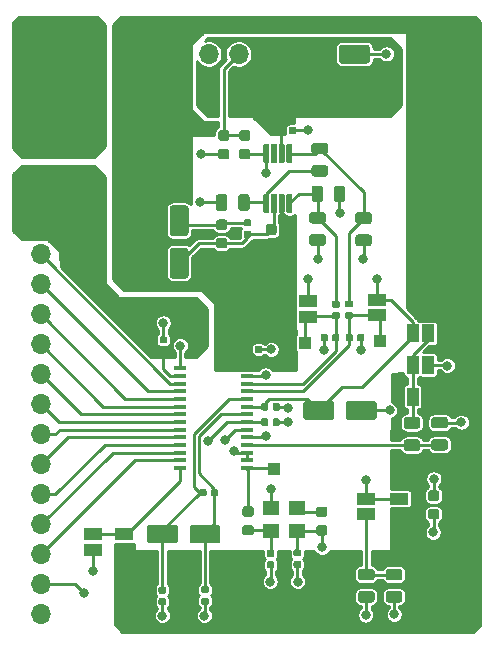
<source format=gbr>
G04 #@! TF.GenerationSoftware,KiCad,Pcbnew,(5.1.5)-3*
G04 #@! TF.CreationDate,2020-09-08T23:30:12-05:00*
G04 #@! TF.ProjectId,video-transceiver,76696465-6f2d-4747-9261-6e7363656976,rev?*
G04 #@! TF.SameCoordinates,Original*
G04 #@! TF.FileFunction,Copper,L1,Top*
G04 #@! TF.FilePolarity,Positive*
%FSLAX46Y46*%
G04 Gerber Fmt 4.6, Leading zero omitted, Abs format (unit mm)*
G04 Created by KiCad (PCBNEW (5.1.5)-3) date 2020-09-08 23:30:12*
%MOMM*%
%LPD*%
G04 APERTURE LIST*
%ADD10C,0.100000*%
%ADD11R,1.500000X1.000000*%
%ADD12R,1.000000X1.500000*%
%ADD13R,1.100000X0.400000*%
%ADD14R,1.700000X1.700000*%
%ADD15O,1.700000X1.700000*%
%ADD16R,1.000000X1.000000*%
%ADD17R,1.400000X1.200000*%
%ADD18C,0.800000*%
%ADD19C,0.250000*%
%ADD20C,0.254000*%
G04 APERTURE END LIST*
G04 #@! TA.AperFunction,SMDPad,CuDef*
D10*
G36*
X145207691Y-101291053D02*
G01*
X145228926Y-101294203D01*
X145249750Y-101299419D01*
X145269962Y-101306651D01*
X145289368Y-101315830D01*
X145307781Y-101326866D01*
X145325024Y-101339654D01*
X145340930Y-101354070D01*
X145355346Y-101369976D01*
X145368134Y-101387219D01*
X145379170Y-101405632D01*
X145388349Y-101425038D01*
X145395581Y-101445250D01*
X145400797Y-101466074D01*
X145403947Y-101487309D01*
X145405000Y-101508750D01*
X145405000Y-101946250D01*
X145403947Y-101967691D01*
X145400797Y-101988926D01*
X145395581Y-102009750D01*
X145388349Y-102029962D01*
X145379170Y-102049368D01*
X145368134Y-102067781D01*
X145355346Y-102085024D01*
X145340930Y-102100930D01*
X145325024Y-102115346D01*
X145307781Y-102128134D01*
X145289368Y-102139170D01*
X145269962Y-102148349D01*
X145249750Y-102155581D01*
X145228926Y-102160797D01*
X145207691Y-102163947D01*
X145186250Y-102165000D01*
X144673750Y-102165000D01*
X144652309Y-102163947D01*
X144631074Y-102160797D01*
X144610250Y-102155581D01*
X144590038Y-102148349D01*
X144570632Y-102139170D01*
X144552219Y-102128134D01*
X144534976Y-102115346D01*
X144519070Y-102100930D01*
X144504654Y-102085024D01*
X144491866Y-102067781D01*
X144480830Y-102049368D01*
X144471651Y-102029962D01*
X144464419Y-102009750D01*
X144459203Y-101988926D01*
X144456053Y-101967691D01*
X144455000Y-101946250D01*
X144455000Y-101508750D01*
X144456053Y-101487309D01*
X144459203Y-101466074D01*
X144464419Y-101445250D01*
X144471651Y-101425038D01*
X144480830Y-101405632D01*
X144491866Y-101387219D01*
X144504654Y-101369976D01*
X144519070Y-101354070D01*
X144534976Y-101339654D01*
X144552219Y-101326866D01*
X144570632Y-101315830D01*
X144590038Y-101306651D01*
X144610250Y-101299419D01*
X144631074Y-101294203D01*
X144652309Y-101291053D01*
X144673750Y-101290000D01*
X145186250Y-101290000D01*
X145207691Y-101291053D01*
G37*
G04 #@! TD.AperFunction*
G04 #@! TA.AperFunction,SMDPad,CuDef*
G36*
X145207691Y-99716053D02*
G01*
X145228926Y-99719203D01*
X145249750Y-99724419D01*
X145269962Y-99731651D01*
X145289368Y-99740830D01*
X145307781Y-99751866D01*
X145325024Y-99764654D01*
X145340930Y-99779070D01*
X145355346Y-99794976D01*
X145368134Y-99812219D01*
X145379170Y-99830632D01*
X145388349Y-99850038D01*
X145395581Y-99870250D01*
X145400797Y-99891074D01*
X145403947Y-99912309D01*
X145405000Y-99933750D01*
X145405000Y-100371250D01*
X145403947Y-100392691D01*
X145400797Y-100413926D01*
X145395581Y-100434750D01*
X145388349Y-100454962D01*
X145379170Y-100474368D01*
X145368134Y-100492781D01*
X145355346Y-100510024D01*
X145340930Y-100525930D01*
X145325024Y-100540346D01*
X145307781Y-100553134D01*
X145289368Y-100564170D01*
X145269962Y-100573349D01*
X145249750Y-100580581D01*
X145228926Y-100585797D01*
X145207691Y-100588947D01*
X145186250Y-100590000D01*
X144673750Y-100590000D01*
X144652309Y-100588947D01*
X144631074Y-100585797D01*
X144610250Y-100580581D01*
X144590038Y-100573349D01*
X144570632Y-100564170D01*
X144552219Y-100553134D01*
X144534976Y-100540346D01*
X144519070Y-100525930D01*
X144504654Y-100510024D01*
X144491866Y-100492781D01*
X144480830Y-100474368D01*
X144471651Y-100454962D01*
X144464419Y-100434750D01*
X144459203Y-100413926D01*
X144456053Y-100392691D01*
X144455000Y-100371250D01*
X144455000Y-99933750D01*
X144456053Y-99912309D01*
X144459203Y-99891074D01*
X144464419Y-99870250D01*
X144471651Y-99850038D01*
X144480830Y-99830632D01*
X144491866Y-99812219D01*
X144504654Y-99794976D01*
X144519070Y-99779070D01*
X144534976Y-99764654D01*
X144552219Y-99751866D01*
X144570632Y-99740830D01*
X144590038Y-99731651D01*
X144610250Y-99724419D01*
X144631074Y-99719203D01*
X144652309Y-99716053D01*
X144673750Y-99715000D01*
X145186250Y-99715000D01*
X145207691Y-99716053D01*
G37*
G04 #@! TD.AperFunction*
G04 #@! TA.AperFunction,SMDPad,CuDef*
G36*
X146609252Y-73246102D02*
G01*
X146621386Y-73247902D01*
X146633286Y-73250882D01*
X146644835Y-73255015D01*
X146655925Y-73260260D01*
X146666446Y-73266566D01*
X146676299Y-73273874D01*
X146685388Y-73282112D01*
X146693626Y-73291201D01*
X146700934Y-73301054D01*
X146707240Y-73311575D01*
X146712485Y-73322665D01*
X146716618Y-73334214D01*
X146719598Y-73346114D01*
X146721398Y-73358248D01*
X146722000Y-73370500D01*
X146722000Y-74745500D01*
X146721398Y-74757752D01*
X146719598Y-74769886D01*
X146716618Y-74781786D01*
X146712485Y-74793335D01*
X146707240Y-74804425D01*
X146700934Y-74814946D01*
X146693626Y-74824799D01*
X146685388Y-74833888D01*
X146676299Y-74842126D01*
X146666446Y-74849434D01*
X146655925Y-74855740D01*
X146644835Y-74860985D01*
X146633286Y-74865118D01*
X146621386Y-74868098D01*
X146609252Y-74869898D01*
X146597000Y-74870500D01*
X146347000Y-74870500D01*
X146334748Y-74869898D01*
X146322614Y-74868098D01*
X146310714Y-74865118D01*
X146299165Y-74860985D01*
X146288075Y-74855740D01*
X146277554Y-74849434D01*
X146267701Y-74842126D01*
X146258612Y-74833888D01*
X146250374Y-74824799D01*
X146243066Y-74814946D01*
X146236760Y-74804425D01*
X146231515Y-74793335D01*
X146227382Y-74781786D01*
X146224402Y-74769886D01*
X146222602Y-74757752D01*
X146222000Y-74745500D01*
X146222000Y-73370500D01*
X146222602Y-73358248D01*
X146224402Y-73346114D01*
X146227382Y-73334214D01*
X146231515Y-73322665D01*
X146236760Y-73311575D01*
X146243066Y-73301054D01*
X146250374Y-73291201D01*
X146258612Y-73282112D01*
X146267701Y-73273874D01*
X146277554Y-73266566D01*
X146288075Y-73260260D01*
X146299165Y-73255015D01*
X146310714Y-73250882D01*
X146322614Y-73247902D01*
X146334748Y-73246102D01*
X146347000Y-73245500D01*
X146597000Y-73245500D01*
X146609252Y-73246102D01*
G37*
G04 #@! TD.AperFunction*
G04 #@! TA.AperFunction,SMDPad,CuDef*
G36*
X147259252Y-73246102D02*
G01*
X147271386Y-73247902D01*
X147283286Y-73250882D01*
X147294835Y-73255015D01*
X147305925Y-73260260D01*
X147316446Y-73266566D01*
X147326299Y-73273874D01*
X147335388Y-73282112D01*
X147343626Y-73291201D01*
X147350934Y-73301054D01*
X147357240Y-73311575D01*
X147362485Y-73322665D01*
X147366618Y-73334214D01*
X147369598Y-73346114D01*
X147371398Y-73358248D01*
X147372000Y-73370500D01*
X147372000Y-74745500D01*
X147371398Y-74757752D01*
X147369598Y-74769886D01*
X147366618Y-74781786D01*
X147362485Y-74793335D01*
X147357240Y-74804425D01*
X147350934Y-74814946D01*
X147343626Y-74824799D01*
X147335388Y-74833888D01*
X147326299Y-74842126D01*
X147316446Y-74849434D01*
X147305925Y-74855740D01*
X147294835Y-74860985D01*
X147283286Y-74865118D01*
X147271386Y-74868098D01*
X147259252Y-74869898D01*
X147247000Y-74870500D01*
X146997000Y-74870500D01*
X146984748Y-74869898D01*
X146972614Y-74868098D01*
X146960714Y-74865118D01*
X146949165Y-74860985D01*
X146938075Y-74855740D01*
X146927554Y-74849434D01*
X146917701Y-74842126D01*
X146908612Y-74833888D01*
X146900374Y-74824799D01*
X146893066Y-74814946D01*
X146886760Y-74804425D01*
X146881515Y-74793335D01*
X146877382Y-74781786D01*
X146874402Y-74769886D01*
X146872602Y-74757752D01*
X146872000Y-74745500D01*
X146872000Y-73370500D01*
X146872602Y-73358248D01*
X146874402Y-73346114D01*
X146877382Y-73334214D01*
X146881515Y-73322665D01*
X146886760Y-73311575D01*
X146893066Y-73301054D01*
X146900374Y-73291201D01*
X146908612Y-73282112D01*
X146917701Y-73273874D01*
X146927554Y-73266566D01*
X146938075Y-73260260D01*
X146949165Y-73255015D01*
X146960714Y-73250882D01*
X146972614Y-73247902D01*
X146984748Y-73246102D01*
X146997000Y-73245500D01*
X147247000Y-73245500D01*
X147259252Y-73246102D01*
G37*
G04 #@! TD.AperFunction*
G04 #@! TA.AperFunction,SMDPad,CuDef*
G36*
X147909252Y-73246102D02*
G01*
X147921386Y-73247902D01*
X147933286Y-73250882D01*
X147944835Y-73255015D01*
X147955925Y-73260260D01*
X147966446Y-73266566D01*
X147976299Y-73273874D01*
X147985388Y-73282112D01*
X147993626Y-73291201D01*
X148000934Y-73301054D01*
X148007240Y-73311575D01*
X148012485Y-73322665D01*
X148016618Y-73334214D01*
X148019598Y-73346114D01*
X148021398Y-73358248D01*
X148022000Y-73370500D01*
X148022000Y-74745500D01*
X148021398Y-74757752D01*
X148019598Y-74769886D01*
X148016618Y-74781786D01*
X148012485Y-74793335D01*
X148007240Y-74804425D01*
X148000934Y-74814946D01*
X147993626Y-74824799D01*
X147985388Y-74833888D01*
X147976299Y-74842126D01*
X147966446Y-74849434D01*
X147955925Y-74855740D01*
X147944835Y-74860985D01*
X147933286Y-74865118D01*
X147921386Y-74868098D01*
X147909252Y-74869898D01*
X147897000Y-74870500D01*
X147647000Y-74870500D01*
X147634748Y-74869898D01*
X147622614Y-74868098D01*
X147610714Y-74865118D01*
X147599165Y-74860985D01*
X147588075Y-74855740D01*
X147577554Y-74849434D01*
X147567701Y-74842126D01*
X147558612Y-74833888D01*
X147550374Y-74824799D01*
X147543066Y-74814946D01*
X147536760Y-74804425D01*
X147531515Y-74793335D01*
X147527382Y-74781786D01*
X147524402Y-74769886D01*
X147522602Y-74757752D01*
X147522000Y-74745500D01*
X147522000Y-73370500D01*
X147522602Y-73358248D01*
X147524402Y-73346114D01*
X147527382Y-73334214D01*
X147531515Y-73322665D01*
X147536760Y-73311575D01*
X147543066Y-73301054D01*
X147550374Y-73291201D01*
X147558612Y-73282112D01*
X147567701Y-73273874D01*
X147577554Y-73266566D01*
X147588075Y-73260260D01*
X147599165Y-73255015D01*
X147610714Y-73250882D01*
X147622614Y-73247902D01*
X147634748Y-73246102D01*
X147647000Y-73245500D01*
X147897000Y-73245500D01*
X147909252Y-73246102D01*
G37*
G04 #@! TD.AperFunction*
G04 #@! TA.AperFunction,SMDPad,CuDef*
G36*
X148559252Y-73246102D02*
G01*
X148571386Y-73247902D01*
X148583286Y-73250882D01*
X148594835Y-73255015D01*
X148605925Y-73260260D01*
X148616446Y-73266566D01*
X148626299Y-73273874D01*
X148635388Y-73282112D01*
X148643626Y-73291201D01*
X148650934Y-73301054D01*
X148657240Y-73311575D01*
X148662485Y-73322665D01*
X148666618Y-73334214D01*
X148669598Y-73346114D01*
X148671398Y-73358248D01*
X148672000Y-73370500D01*
X148672000Y-74745500D01*
X148671398Y-74757752D01*
X148669598Y-74769886D01*
X148666618Y-74781786D01*
X148662485Y-74793335D01*
X148657240Y-74804425D01*
X148650934Y-74814946D01*
X148643626Y-74824799D01*
X148635388Y-74833888D01*
X148626299Y-74842126D01*
X148616446Y-74849434D01*
X148605925Y-74855740D01*
X148594835Y-74860985D01*
X148583286Y-74865118D01*
X148571386Y-74868098D01*
X148559252Y-74869898D01*
X148547000Y-74870500D01*
X148297000Y-74870500D01*
X148284748Y-74869898D01*
X148272614Y-74868098D01*
X148260714Y-74865118D01*
X148249165Y-74860985D01*
X148238075Y-74855740D01*
X148227554Y-74849434D01*
X148217701Y-74842126D01*
X148208612Y-74833888D01*
X148200374Y-74824799D01*
X148193066Y-74814946D01*
X148186760Y-74804425D01*
X148181515Y-74793335D01*
X148177382Y-74781786D01*
X148174402Y-74769886D01*
X148172602Y-74757752D01*
X148172000Y-74745500D01*
X148172000Y-73370500D01*
X148172602Y-73358248D01*
X148174402Y-73346114D01*
X148177382Y-73334214D01*
X148181515Y-73322665D01*
X148186760Y-73311575D01*
X148193066Y-73301054D01*
X148200374Y-73291201D01*
X148208612Y-73282112D01*
X148217701Y-73273874D01*
X148227554Y-73266566D01*
X148238075Y-73260260D01*
X148249165Y-73255015D01*
X148260714Y-73250882D01*
X148272614Y-73247902D01*
X148284748Y-73246102D01*
X148297000Y-73245500D01*
X148547000Y-73245500D01*
X148559252Y-73246102D01*
G37*
G04 #@! TD.AperFunction*
G04 #@! TA.AperFunction,SMDPad,CuDef*
G36*
X148559252Y-69021102D02*
G01*
X148571386Y-69022902D01*
X148583286Y-69025882D01*
X148594835Y-69030015D01*
X148605925Y-69035260D01*
X148616446Y-69041566D01*
X148626299Y-69048874D01*
X148635388Y-69057112D01*
X148643626Y-69066201D01*
X148650934Y-69076054D01*
X148657240Y-69086575D01*
X148662485Y-69097665D01*
X148666618Y-69109214D01*
X148669598Y-69121114D01*
X148671398Y-69133248D01*
X148672000Y-69145500D01*
X148672000Y-70520500D01*
X148671398Y-70532752D01*
X148669598Y-70544886D01*
X148666618Y-70556786D01*
X148662485Y-70568335D01*
X148657240Y-70579425D01*
X148650934Y-70589946D01*
X148643626Y-70599799D01*
X148635388Y-70608888D01*
X148626299Y-70617126D01*
X148616446Y-70624434D01*
X148605925Y-70630740D01*
X148594835Y-70635985D01*
X148583286Y-70640118D01*
X148571386Y-70643098D01*
X148559252Y-70644898D01*
X148547000Y-70645500D01*
X148297000Y-70645500D01*
X148284748Y-70644898D01*
X148272614Y-70643098D01*
X148260714Y-70640118D01*
X148249165Y-70635985D01*
X148238075Y-70630740D01*
X148227554Y-70624434D01*
X148217701Y-70617126D01*
X148208612Y-70608888D01*
X148200374Y-70599799D01*
X148193066Y-70589946D01*
X148186760Y-70579425D01*
X148181515Y-70568335D01*
X148177382Y-70556786D01*
X148174402Y-70544886D01*
X148172602Y-70532752D01*
X148172000Y-70520500D01*
X148172000Y-69145500D01*
X148172602Y-69133248D01*
X148174402Y-69121114D01*
X148177382Y-69109214D01*
X148181515Y-69097665D01*
X148186760Y-69086575D01*
X148193066Y-69076054D01*
X148200374Y-69066201D01*
X148208612Y-69057112D01*
X148217701Y-69048874D01*
X148227554Y-69041566D01*
X148238075Y-69035260D01*
X148249165Y-69030015D01*
X148260714Y-69025882D01*
X148272614Y-69022902D01*
X148284748Y-69021102D01*
X148297000Y-69020500D01*
X148547000Y-69020500D01*
X148559252Y-69021102D01*
G37*
G04 #@! TD.AperFunction*
G04 #@! TA.AperFunction,SMDPad,CuDef*
G36*
X147909252Y-69021102D02*
G01*
X147921386Y-69022902D01*
X147933286Y-69025882D01*
X147944835Y-69030015D01*
X147955925Y-69035260D01*
X147966446Y-69041566D01*
X147976299Y-69048874D01*
X147985388Y-69057112D01*
X147993626Y-69066201D01*
X148000934Y-69076054D01*
X148007240Y-69086575D01*
X148012485Y-69097665D01*
X148016618Y-69109214D01*
X148019598Y-69121114D01*
X148021398Y-69133248D01*
X148022000Y-69145500D01*
X148022000Y-70520500D01*
X148021398Y-70532752D01*
X148019598Y-70544886D01*
X148016618Y-70556786D01*
X148012485Y-70568335D01*
X148007240Y-70579425D01*
X148000934Y-70589946D01*
X147993626Y-70599799D01*
X147985388Y-70608888D01*
X147976299Y-70617126D01*
X147966446Y-70624434D01*
X147955925Y-70630740D01*
X147944835Y-70635985D01*
X147933286Y-70640118D01*
X147921386Y-70643098D01*
X147909252Y-70644898D01*
X147897000Y-70645500D01*
X147647000Y-70645500D01*
X147634748Y-70644898D01*
X147622614Y-70643098D01*
X147610714Y-70640118D01*
X147599165Y-70635985D01*
X147588075Y-70630740D01*
X147577554Y-70624434D01*
X147567701Y-70617126D01*
X147558612Y-70608888D01*
X147550374Y-70599799D01*
X147543066Y-70589946D01*
X147536760Y-70579425D01*
X147531515Y-70568335D01*
X147527382Y-70556786D01*
X147524402Y-70544886D01*
X147522602Y-70532752D01*
X147522000Y-70520500D01*
X147522000Y-69145500D01*
X147522602Y-69133248D01*
X147524402Y-69121114D01*
X147527382Y-69109214D01*
X147531515Y-69097665D01*
X147536760Y-69086575D01*
X147543066Y-69076054D01*
X147550374Y-69066201D01*
X147558612Y-69057112D01*
X147567701Y-69048874D01*
X147577554Y-69041566D01*
X147588075Y-69035260D01*
X147599165Y-69030015D01*
X147610714Y-69025882D01*
X147622614Y-69022902D01*
X147634748Y-69021102D01*
X147647000Y-69020500D01*
X147897000Y-69020500D01*
X147909252Y-69021102D01*
G37*
G04 #@! TD.AperFunction*
G04 #@! TA.AperFunction,SMDPad,CuDef*
G36*
X147259252Y-69021102D02*
G01*
X147271386Y-69022902D01*
X147283286Y-69025882D01*
X147294835Y-69030015D01*
X147305925Y-69035260D01*
X147316446Y-69041566D01*
X147326299Y-69048874D01*
X147335388Y-69057112D01*
X147343626Y-69066201D01*
X147350934Y-69076054D01*
X147357240Y-69086575D01*
X147362485Y-69097665D01*
X147366618Y-69109214D01*
X147369598Y-69121114D01*
X147371398Y-69133248D01*
X147372000Y-69145500D01*
X147372000Y-70520500D01*
X147371398Y-70532752D01*
X147369598Y-70544886D01*
X147366618Y-70556786D01*
X147362485Y-70568335D01*
X147357240Y-70579425D01*
X147350934Y-70589946D01*
X147343626Y-70599799D01*
X147335388Y-70608888D01*
X147326299Y-70617126D01*
X147316446Y-70624434D01*
X147305925Y-70630740D01*
X147294835Y-70635985D01*
X147283286Y-70640118D01*
X147271386Y-70643098D01*
X147259252Y-70644898D01*
X147247000Y-70645500D01*
X146997000Y-70645500D01*
X146984748Y-70644898D01*
X146972614Y-70643098D01*
X146960714Y-70640118D01*
X146949165Y-70635985D01*
X146938075Y-70630740D01*
X146927554Y-70624434D01*
X146917701Y-70617126D01*
X146908612Y-70608888D01*
X146900374Y-70599799D01*
X146893066Y-70589946D01*
X146886760Y-70579425D01*
X146881515Y-70568335D01*
X146877382Y-70556786D01*
X146874402Y-70544886D01*
X146872602Y-70532752D01*
X146872000Y-70520500D01*
X146872000Y-69145500D01*
X146872602Y-69133248D01*
X146874402Y-69121114D01*
X146877382Y-69109214D01*
X146881515Y-69097665D01*
X146886760Y-69086575D01*
X146893066Y-69076054D01*
X146900374Y-69066201D01*
X146908612Y-69057112D01*
X146917701Y-69048874D01*
X146927554Y-69041566D01*
X146938075Y-69035260D01*
X146949165Y-69030015D01*
X146960714Y-69025882D01*
X146972614Y-69022902D01*
X146984748Y-69021102D01*
X146997000Y-69020500D01*
X147247000Y-69020500D01*
X147259252Y-69021102D01*
G37*
G04 #@! TD.AperFunction*
G04 #@! TA.AperFunction,SMDPad,CuDef*
G36*
X146609252Y-69021102D02*
G01*
X146621386Y-69022902D01*
X146633286Y-69025882D01*
X146644835Y-69030015D01*
X146655925Y-69035260D01*
X146666446Y-69041566D01*
X146676299Y-69048874D01*
X146685388Y-69057112D01*
X146693626Y-69066201D01*
X146700934Y-69076054D01*
X146707240Y-69086575D01*
X146712485Y-69097665D01*
X146716618Y-69109214D01*
X146719598Y-69121114D01*
X146721398Y-69133248D01*
X146722000Y-69145500D01*
X146722000Y-70520500D01*
X146721398Y-70532752D01*
X146719598Y-70544886D01*
X146716618Y-70556786D01*
X146712485Y-70568335D01*
X146707240Y-70579425D01*
X146700934Y-70589946D01*
X146693626Y-70599799D01*
X146685388Y-70608888D01*
X146676299Y-70617126D01*
X146666446Y-70624434D01*
X146655925Y-70630740D01*
X146644835Y-70635985D01*
X146633286Y-70640118D01*
X146621386Y-70643098D01*
X146609252Y-70644898D01*
X146597000Y-70645500D01*
X146347000Y-70645500D01*
X146334748Y-70644898D01*
X146322614Y-70643098D01*
X146310714Y-70640118D01*
X146299165Y-70635985D01*
X146288075Y-70630740D01*
X146277554Y-70624434D01*
X146267701Y-70617126D01*
X146258612Y-70608888D01*
X146250374Y-70599799D01*
X146243066Y-70589946D01*
X146236760Y-70579425D01*
X146231515Y-70568335D01*
X146227382Y-70556786D01*
X146224402Y-70544886D01*
X146222602Y-70532752D01*
X146222000Y-70520500D01*
X146222000Y-69145500D01*
X146222602Y-69133248D01*
X146224402Y-69121114D01*
X146227382Y-69109214D01*
X146231515Y-69097665D01*
X146236760Y-69086575D01*
X146243066Y-69076054D01*
X146250374Y-69066201D01*
X146258612Y-69057112D01*
X146267701Y-69048874D01*
X146277554Y-69041566D01*
X146288075Y-69035260D01*
X146299165Y-69030015D01*
X146310714Y-69025882D01*
X146322614Y-69022902D01*
X146334748Y-69021102D01*
X146347000Y-69020500D01*
X146597000Y-69020500D01*
X146609252Y-69021102D01*
G37*
G04 #@! TD.AperFunction*
D11*
X157718760Y-99055160D03*
X157718760Y-100355160D03*
G04 #@! TA.AperFunction,SMDPad,CuDef*
D10*
G36*
X132671504Y-60614704D02*
G01*
X132695773Y-60618304D01*
X132719571Y-60624265D01*
X132742671Y-60632530D01*
X132764849Y-60643020D01*
X132785893Y-60655633D01*
X132805598Y-60670247D01*
X132823777Y-60686723D01*
X132840253Y-60704902D01*
X132854867Y-60724607D01*
X132867480Y-60745651D01*
X132877970Y-60767829D01*
X132886235Y-60790929D01*
X132892196Y-60814727D01*
X132895796Y-60838996D01*
X132897000Y-60863500D01*
X132897000Y-61963500D01*
X132895796Y-61988004D01*
X132892196Y-62012273D01*
X132886235Y-62036071D01*
X132877970Y-62059171D01*
X132867480Y-62081349D01*
X132854867Y-62102393D01*
X132840253Y-62122098D01*
X132823777Y-62140277D01*
X132805598Y-62156753D01*
X132785893Y-62171367D01*
X132764849Y-62183980D01*
X132742671Y-62194470D01*
X132719571Y-62202735D01*
X132695773Y-62208696D01*
X132671504Y-62212296D01*
X132647000Y-62213500D01*
X130547000Y-62213500D01*
X130522496Y-62212296D01*
X130498227Y-62208696D01*
X130474429Y-62202735D01*
X130451329Y-62194470D01*
X130429151Y-62183980D01*
X130408107Y-62171367D01*
X130388402Y-62156753D01*
X130370223Y-62140277D01*
X130353747Y-62122098D01*
X130339133Y-62102393D01*
X130326520Y-62081349D01*
X130316030Y-62059171D01*
X130307765Y-62036071D01*
X130301804Y-62012273D01*
X130298204Y-61988004D01*
X130297000Y-61963500D01*
X130297000Y-60863500D01*
X130298204Y-60838996D01*
X130301804Y-60814727D01*
X130307765Y-60790929D01*
X130316030Y-60767829D01*
X130326520Y-60745651D01*
X130339133Y-60724607D01*
X130353747Y-60704902D01*
X130370223Y-60686723D01*
X130388402Y-60670247D01*
X130408107Y-60655633D01*
X130429151Y-60643020D01*
X130451329Y-60632530D01*
X130474429Y-60624265D01*
X130498227Y-60618304D01*
X130522496Y-60614704D01*
X130547000Y-60613500D01*
X132647000Y-60613500D01*
X132671504Y-60614704D01*
G37*
G04 #@! TD.AperFunction*
G04 #@! TA.AperFunction,SMDPad,CuDef*
G36*
X136271504Y-60614704D02*
G01*
X136295773Y-60618304D01*
X136319571Y-60624265D01*
X136342671Y-60632530D01*
X136364849Y-60643020D01*
X136385893Y-60655633D01*
X136405598Y-60670247D01*
X136423777Y-60686723D01*
X136440253Y-60704902D01*
X136454867Y-60724607D01*
X136467480Y-60745651D01*
X136477970Y-60767829D01*
X136486235Y-60790929D01*
X136492196Y-60814727D01*
X136495796Y-60838996D01*
X136497000Y-60863500D01*
X136497000Y-61963500D01*
X136495796Y-61988004D01*
X136492196Y-62012273D01*
X136486235Y-62036071D01*
X136477970Y-62059171D01*
X136467480Y-62081349D01*
X136454867Y-62102393D01*
X136440253Y-62122098D01*
X136423777Y-62140277D01*
X136405598Y-62156753D01*
X136385893Y-62171367D01*
X136364849Y-62183980D01*
X136342671Y-62194470D01*
X136319571Y-62202735D01*
X136295773Y-62208696D01*
X136271504Y-62212296D01*
X136247000Y-62213500D01*
X134147000Y-62213500D01*
X134122496Y-62212296D01*
X134098227Y-62208696D01*
X134074429Y-62202735D01*
X134051329Y-62194470D01*
X134029151Y-62183980D01*
X134008107Y-62171367D01*
X133988402Y-62156753D01*
X133970223Y-62140277D01*
X133953747Y-62122098D01*
X133939133Y-62102393D01*
X133926520Y-62081349D01*
X133916030Y-62059171D01*
X133907765Y-62036071D01*
X133901804Y-62012273D01*
X133898204Y-61988004D01*
X133897000Y-61963500D01*
X133897000Y-60863500D01*
X133898204Y-60838996D01*
X133901804Y-60814727D01*
X133907765Y-60790929D01*
X133916030Y-60767829D01*
X133926520Y-60745651D01*
X133939133Y-60724607D01*
X133953747Y-60704902D01*
X133970223Y-60686723D01*
X133988402Y-60670247D01*
X134008107Y-60655633D01*
X134029151Y-60643020D01*
X134051329Y-60632530D01*
X134074429Y-60624265D01*
X134098227Y-60618304D01*
X134122496Y-60614704D01*
X134147000Y-60613500D01*
X136247000Y-60613500D01*
X136271504Y-60614704D01*
G37*
G04 #@! TD.AperFunction*
G04 #@! TA.AperFunction,SMDPad,CuDef*
G36*
X160925071Y-99939373D02*
G01*
X160946306Y-99942523D01*
X160967130Y-99947739D01*
X160987342Y-99954971D01*
X161006748Y-99964150D01*
X161025161Y-99975186D01*
X161042404Y-99987974D01*
X161058310Y-100002390D01*
X161072726Y-100018296D01*
X161085514Y-100035539D01*
X161096550Y-100053952D01*
X161105729Y-100073358D01*
X161112961Y-100093570D01*
X161118177Y-100114394D01*
X161121327Y-100135629D01*
X161122380Y-100157070D01*
X161122380Y-100594570D01*
X161121327Y-100616011D01*
X161118177Y-100637246D01*
X161112961Y-100658070D01*
X161105729Y-100678282D01*
X161096550Y-100697688D01*
X161085514Y-100716101D01*
X161072726Y-100733344D01*
X161058310Y-100749250D01*
X161042404Y-100763666D01*
X161025161Y-100776454D01*
X161006748Y-100787490D01*
X160987342Y-100796669D01*
X160967130Y-100803901D01*
X160946306Y-100809117D01*
X160925071Y-100812267D01*
X160903630Y-100813320D01*
X160391130Y-100813320D01*
X160369689Y-100812267D01*
X160348454Y-100809117D01*
X160327630Y-100803901D01*
X160307418Y-100796669D01*
X160288012Y-100787490D01*
X160269599Y-100776454D01*
X160252356Y-100763666D01*
X160236450Y-100749250D01*
X160222034Y-100733344D01*
X160209246Y-100716101D01*
X160198210Y-100697688D01*
X160189031Y-100678282D01*
X160181799Y-100658070D01*
X160176583Y-100637246D01*
X160173433Y-100616011D01*
X160172380Y-100594570D01*
X160172380Y-100157070D01*
X160173433Y-100135629D01*
X160176583Y-100114394D01*
X160181799Y-100093570D01*
X160189031Y-100073358D01*
X160198210Y-100053952D01*
X160209246Y-100035539D01*
X160222034Y-100018296D01*
X160236450Y-100002390D01*
X160252356Y-99987974D01*
X160269599Y-99975186D01*
X160288012Y-99964150D01*
X160307418Y-99954971D01*
X160327630Y-99947739D01*
X160348454Y-99942523D01*
X160369689Y-99939373D01*
X160391130Y-99938320D01*
X160903630Y-99938320D01*
X160925071Y-99939373D01*
G37*
G04 #@! TD.AperFunction*
G04 #@! TA.AperFunction,SMDPad,CuDef*
G36*
X160925071Y-98364373D02*
G01*
X160946306Y-98367523D01*
X160967130Y-98372739D01*
X160987342Y-98379971D01*
X161006748Y-98389150D01*
X161025161Y-98400186D01*
X161042404Y-98412974D01*
X161058310Y-98427390D01*
X161072726Y-98443296D01*
X161085514Y-98460539D01*
X161096550Y-98478952D01*
X161105729Y-98498358D01*
X161112961Y-98518570D01*
X161118177Y-98539394D01*
X161121327Y-98560629D01*
X161122380Y-98582070D01*
X161122380Y-99019570D01*
X161121327Y-99041011D01*
X161118177Y-99062246D01*
X161112961Y-99083070D01*
X161105729Y-99103282D01*
X161096550Y-99122688D01*
X161085514Y-99141101D01*
X161072726Y-99158344D01*
X161058310Y-99174250D01*
X161042404Y-99188666D01*
X161025161Y-99201454D01*
X161006748Y-99212490D01*
X160987342Y-99221669D01*
X160967130Y-99228901D01*
X160946306Y-99234117D01*
X160925071Y-99237267D01*
X160903630Y-99238320D01*
X160391130Y-99238320D01*
X160369689Y-99237267D01*
X160348454Y-99234117D01*
X160327630Y-99228901D01*
X160307418Y-99221669D01*
X160288012Y-99212490D01*
X160269599Y-99201454D01*
X160252356Y-99188666D01*
X160236450Y-99174250D01*
X160222034Y-99158344D01*
X160209246Y-99141101D01*
X160198210Y-99122688D01*
X160189031Y-99103282D01*
X160181799Y-99083070D01*
X160176583Y-99062246D01*
X160173433Y-99041011D01*
X160172380Y-99019570D01*
X160172380Y-98582070D01*
X160173433Y-98560629D01*
X160176583Y-98539394D01*
X160181799Y-98518570D01*
X160189031Y-98498358D01*
X160198210Y-98478952D01*
X160209246Y-98460539D01*
X160222034Y-98443296D01*
X160236450Y-98427390D01*
X160252356Y-98412974D01*
X160269599Y-98400186D01*
X160288012Y-98389150D01*
X160307418Y-98379971D01*
X160327630Y-98372739D01*
X160348454Y-98367523D01*
X160369689Y-98364373D01*
X160391130Y-98363320D01*
X160903630Y-98363320D01*
X160925071Y-98364373D01*
G37*
G04 #@! TD.AperFunction*
G04 #@! TA.AperFunction,SMDPad,CuDef*
G36*
X155423222Y-105000454D02*
G01*
X155446883Y-105003964D01*
X155470087Y-105009776D01*
X155492609Y-105017834D01*
X155514233Y-105028062D01*
X155534750Y-105040359D01*
X155553963Y-105054609D01*
X155571687Y-105070673D01*
X155587751Y-105088397D01*
X155602001Y-105107610D01*
X155614298Y-105128127D01*
X155624526Y-105149751D01*
X155632584Y-105172273D01*
X155638396Y-105195477D01*
X155641906Y-105219138D01*
X155643080Y-105243030D01*
X155643080Y-105730530D01*
X155641906Y-105754422D01*
X155638396Y-105778083D01*
X155632584Y-105801287D01*
X155624526Y-105823809D01*
X155614298Y-105845433D01*
X155602001Y-105865950D01*
X155587751Y-105885163D01*
X155571687Y-105902887D01*
X155553963Y-105918951D01*
X155534750Y-105933201D01*
X155514233Y-105945498D01*
X155492609Y-105955726D01*
X155470087Y-105963784D01*
X155446883Y-105969596D01*
X155423222Y-105973106D01*
X155399330Y-105974280D01*
X154486830Y-105974280D01*
X154462938Y-105973106D01*
X154439277Y-105969596D01*
X154416073Y-105963784D01*
X154393551Y-105955726D01*
X154371927Y-105945498D01*
X154351410Y-105933201D01*
X154332197Y-105918951D01*
X154314473Y-105902887D01*
X154298409Y-105885163D01*
X154284159Y-105865950D01*
X154271862Y-105845433D01*
X154261634Y-105823809D01*
X154253576Y-105801287D01*
X154247764Y-105778083D01*
X154244254Y-105754422D01*
X154243080Y-105730530D01*
X154243080Y-105243030D01*
X154244254Y-105219138D01*
X154247764Y-105195477D01*
X154253576Y-105172273D01*
X154261634Y-105149751D01*
X154271862Y-105128127D01*
X154284159Y-105107610D01*
X154298409Y-105088397D01*
X154314473Y-105070673D01*
X154332197Y-105054609D01*
X154351410Y-105040359D01*
X154371927Y-105028062D01*
X154393551Y-105017834D01*
X154416073Y-105009776D01*
X154439277Y-105003964D01*
X154462938Y-105000454D01*
X154486830Y-104999280D01*
X155399330Y-104999280D01*
X155423222Y-105000454D01*
G37*
G04 #@! TD.AperFunction*
G04 #@! TA.AperFunction,SMDPad,CuDef*
G36*
X155423222Y-106875454D02*
G01*
X155446883Y-106878964D01*
X155470087Y-106884776D01*
X155492609Y-106892834D01*
X155514233Y-106903062D01*
X155534750Y-106915359D01*
X155553963Y-106929609D01*
X155571687Y-106945673D01*
X155587751Y-106963397D01*
X155602001Y-106982610D01*
X155614298Y-107003127D01*
X155624526Y-107024751D01*
X155632584Y-107047273D01*
X155638396Y-107070477D01*
X155641906Y-107094138D01*
X155643080Y-107118030D01*
X155643080Y-107605530D01*
X155641906Y-107629422D01*
X155638396Y-107653083D01*
X155632584Y-107676287D01*
X155624526Y-107698809D01*
X155614298Y-107720433D01*
X155602001Y-107740950D01*
X155587751Y-107760163D01*
X155571687Y-107777887D01*
X155553963Y-107793951D01*
X155534750Y-107808201D01*
X155514233Y-107820498D01*
X155492609Y-107830726D01*
X155470087Y-107838784D01*
X155446883Y-107844596D01*
X155423222Y-107848106D01*
X155399330Y-107849280D01*
X154486830Y-107849280D01*
X154462938Y-107848106D01*
X154439277Y-107844596D01*
X154416073Y-107838784D01*
X154393551Y-107830726D01*
X154371927Y-107820498D01*
X154351410Y-107808201D01*
X154332197Y-107793951D01*
X154314473Y-107777887D01*
X154298409Y-107760163D01*
X154284159Y-107740950D01*
X154271862Y-107720433D01*
X154261634Y-107698809D01*
X154253576Y-107676287D01*
X154247764Y-107653083D01*
X154244254Y-107629422D01*
X154243080Y-107605530D01*
X154243080Y-107118030D01*
X154244254Y-107094138D01*
X154247764Y-107070477D01*
X154253576Y-107047273D01*
X154261634Y-107024751D01*
X154271862Y-107003127D01*
X154284159Y-106982610D01*
X154298409Y-106963397D01*
X154314473Y-106945673D01*
X154332197Y-106929609D01*
X154351410Y-106915359D01*
X154371927Y-106903062D01*
X154393551Y-106892834D01*
X154416073Y-106884776D01*
X154439277Y-106878964D01*
X154462938Y-106875454D01*
X154486830Y-106874280D01*
X155399330Y-106874280D01*
X155423222Y-106875454D01*
G37*
G04 #@! TD.AperFunction*
G04 #@! TA.AperFunction,SMDPad,CuDef*
G36*
X155191542Y-76689274D02*
G01*
X155215203Y-76692784D01*
X155238407Y-76698596D01*
X155260929Y-76706654D01*
X155282553Y-76716882D01*
X155303070Y-76729179D01*
X155322283Y-76743429D01*
X155340007Y-76759493D01*
X155356071Y-76777217D01*
X155370321Y-76796430D01*
X155382618Y-76816947D01*
X155392846Y-76838571D01*
X155400904Y-76861093D01*
X155406716Y-76884297D01*
X155410226Y-76907958D01*
X155411400Y-76931850D01*
X155411400Y-77419350D01*
X155410226Y-77443242D01*
X155406716Y-77466903D01*
X155400904Y-77490107D01*
X155392846Y-77512629D01*
X155382618Y-77534253D01*
X155370321Y-77554770D01*
X155356071Y-77573983D01*
X155340007Y-77591707D01*
X155322283Y-77607771D01*
X155303070Y-77622021D01*
X155282553Y-77634318D01*
X155260929Y-77644546D01*
X155238407Y-77652604D01*
X155215203Y-77658416D01*
X155191542Y-77661926D01*
X155167650Y-77663100D01*
X154255150Y-77663100D01*
X154231258Y-77661926D01*
X154207597Y-77658416D01*
X154184393Y-77652604D01*
X154161871Y-77644546D01*
X154140247Y-77634318D01*
X154119730Y-77622021D01*
X154100517Y-77607771D01*
X154082793Y-77591707D01*
X154066729Y-77573983D01*
X154052479Y-77554770D01*
X154040182Y-77534253D01*
X154029954Y-77512629D01*
X154021896Y-77490107D01*
X154016084Y-77466903D01*
X154012574Y-77443242D01*
X154011400Y-77419350D01*
X154011400Y-76931850D01*
X154012574Y-76907958D01*
X154016084Y-76884297D01*
X154021896Y-76861093D01*
X154029954Y-76838571D01*
X154040182Y-76816947D01*
X154052479Y-76796430D01*
X154066729Y-76777217D01*
X154082793Y-76759493D01*
X154100517Y-76743429D01*
X154119730Y-76729179D01*
X154140247Y-76716882D01*
X154161871Y-76706654D01*
X154184393Y-76698596D01*
X154207597Y-76692784D01*
X154231258Y-76689274D01*
X154255150Y-76688100D01*
X155167650Y-76688100D01*
X155191542Y-76689274D01*
G37*
G04 #@! TD.AperFunction*
G04 #@! TA.AperFunction,SMDPad,CuDef*
G36*
X155191542Y-74814274D02*
G01*
X155215203Y-74817784D01*
X155238407Y-74823596D01*
X155260929Y-74831654D01*
X155282553Y-74841882D01*
X155303070Y-74854179D01*
X155322283Y-74868429D01*
X155340007Y-74884493D01*
X155356071Y-74902217D01*
X155370321Y-74921430D01*
X155382618Y-74941947D01*
X155392846Y-74963571D01*
X155400904Y-74986093D01*
X155406716Y-75009297D01*
X155410226Y-75032958D01*
X155411400Y-75056850D01*
X155411400Y-75544350D01*
X155410226Y-75568242D01*
X155406716Y-75591903D01*
X155400904Y-75615107D01*
X155392846Y-75637629D01*
X155382618Y-75659253D01*
X155370321Y-75679770D01*
X155356071Y-75698983D01*
X155340007Y-75716707D01*
X155322283Y-75732771D01*
X155303070Y-75747021D01*
X155282553Y-75759318D01*
X155260929Y-75769546D01*
X155238407Y-75777604D01*
X155215203Y-75783416D01*
X155191542Y-75786926D01*
X155167650Y-75788100D01*
X154255150Y-75788100D01*
X154231258Y-75786926D01*
X154207597Y-75783416D01*
X154184393Y-75777604D01*
X154161871Y-75769546D01*
X154140247Y-75759318D01*
X154119730Y-75747021D01*
X154100517Y-75732771D01*
X154082793Y-75716707D01*
X154066729Y-75698983D01*
X154052479Y-75679770D01*
X154040182Y-75659253D01*
X154029954Y-75637629D01*
X154021896Y-75615107D01*
X154016084Y-75591903D01*
X154012574Y-75568242D01*
X154011400Y-75544350D01*
X154011400Y-75056850D01*
X154012574Y-75032958D01*
X154016084Y-75009297D01*
X154021896Y-74986093D01*
X154029954Y-74963571D01*
X154040182Y-74941947D01*
X154052479Y-74921430D01*
X154066729Y-74902217D01*
X154082793Y-74884493D01*
X154100517Y-74868429D01*
X154119730Y-74854179D01*
X154140247Y-74841882D01*
X154161871Y-74831654D01*
X154184393Y-74823596D01*
X154207597Y-74817784D01*
X154231258Y-74814274D01*
X154255150Y-74813100D01*
X155167650Y-74813100D01*
X155191542Y-74814274D01*
G37*
G04 #@! TD.AperFunction*
G04 #@! TA.AperFunction,SMDPad,CuDef*
G36*
X161625362Y-94006994D02*
G01*
X161649023Y-94010504D01*
X161672227Y-94016316D01*
X161694749Y-94024374D01*
X161716373Y-94034602D01*
X161736890Y-94046899D01*
X161756103Y-94061149D01*
X161773827Y-94077213D01*
X161789891Y-94094937D01*
X161804141Y-94114150D01*
X161816438Y-94134667D01*
X161826666Y-94156291D01*
X161834724Y-94178813D01*
X161840536Y-94202017D01*
X161844046Y-94225678D01*
X161845220Y-94249570D01*
X161845220Y-94737070D01*
X161844046Y-94760962D01*
X161840536Y-94784623D01*
X161834724Y-94807827D01*
X161826666Y-94830349D01*
X161816438Y-94851973D01*
X161804141Y-94872490D01*
X161789891Y-94891703D01*
X161773827Y-94909427D01*
X161756103Y-94925491D01*
X161736890Y-94939741D01*
X161716373Y-94952038D01*
X161694749Y-94962266D01*
X161672227Y-94970324D01*
X161649023Y-94976136D01*
X161625362Y-94979646D01*
X161601470Y-94980820D01*
X160688970Y-94980820D01*
X160665078Y-94979646D01*
X160641417Y-94976136D01*
X160618213Y-94970324D01*
X160595691Y-94962266D01*
X160574067Y-94952038D01*
X160553550Y-94939741D01*
X160534337Y-94925491D01*
X160516613Y-94909427D01*
X160500549Y-94891703D01*
X160486299Y-94872490D01*
X160474002Y-94851973D01*
X160463774Y-94830349D01*
X160455716Y-94807827D01*
X160449904Y-94784623D01*
X160446394Y-94760962D01*
X160445220Y-94737070D01*
X160445220Y-94249570D01*
X160446394Y-94225678D01*
X160449904Y-94202017D01*
X160455716Y-94178813D01*
X160463774Y-94156291D01*
X160474002Y-94134667D01*
X160486299Y-94114150D01*
X160500549Y-94094937D01*
X160516613Y-94077213D01*
X160534337Y-94061149D01*
X160553550Y-94046899D01*
X160574067Y-94034602D01*
X160595691Y-94024374D01*
X160618213Y-94016316D01*
X160641417Y-94010504D01*
X160665078Y-94006994D01*
X160688970Y-94005820D01*
X161601470Y-94005820D01*
X161625362Y-94006994D01*
G37*
G04 #@! TD.AperFunction*
G04 #@! TA.AperFunction,SMDPad,CuDef*
G36*
X161625362Y-92131994D02*
G01*
X161649023Y-92135504D01*
X161672227Y-92141316D01*
X161694749Y-92149374D01*
X161716373Y-92159602D01*
X161736890Y-92171899D01*
X161756103Y-92186149D01*
X161773827Y-92202213D01*
X161789891Y-92219937D01*
X161804141Y-92239150D01*
X161816438Y-92259667D01*
X161826666Y-92281291D01*
X161834724Y-92303813D01*
X161840536Y-92327017D01*
X161844046Y-92350678D01*
X161845220Y-92374570D01*
X161845220Y-92862070D01*
X161844046Y-92885962D01*
X161840536Y-92909623D01*
X161834724Y-92932827D01*
X161826666Y-92955349D01*
X161816438Y-92976973D01*
X161804141Y-92997490D01*
X161789891Y-93016703D01*
X161773827Y-93034427D01*
X161756103Y-93050491D01*
X161736890Y-93064741D01*
X161716373Y-93077038D01*
X161694749Y-93087266D01*
X161672227Y-93095324D01*
X161649023Y-93101136D01*
X161625362Y-93104646D01*
X161601470Y-93105820D01*
X160688970Y-93105820D01*
X160665078Y-93104646D01*
X160641417Y-93101136D01*
X160618213Y-93095324D01*
X160595691Y-93087266D01*
X160574067Y-93077038D01*
X160553550Y-93064741D01*
X160534337Y-93050491D01*
X160516613Y-93034427D01*
X160500549Y-93016703D01*
X160486299Y-92997490D01*
X160474002Y-92976973D01*
X160463774Y-92955349D01*
X160455716Y-92932827D01*
X160449904Y-92909623D01*
X160446394Y-92885962D01*
X160445220Y-92862070D01*
X160445220Y-92374570D01*
X160446394Y-92350678D01*
X160449904Y-92327017D01*
X160455716Y-92303813D01*
X160463774Y-92281291D01*
X160474002Y-92259667D01*
X160486299Y-92239150D01*
X160500549Y-92219937D01*
X160516613Y-92202213D01*
X160534337Y-92186149D01*
X160553550Y-92171899D01*
X160574067Y-92159602D01*
X160595691Y-92149374D01*
X160618213Y-92141316D01*
X160641417Y-92135504D01*
X160665078Y-92131994D01*
X160688970Y-92130820D01*
X161601470Y-92130820D01*
X161625362Y-92131994D01*
G37*
G04 #@! TD.AperFunction*
G04 #@! TA.AperFunction,SMDPad,CuDef*
G36*
X151305342Y-74788874D02*
G01*
X151329003Y-74792384D01*
X151352207Y-74798196D01*
X151374729Y-74806254D01*
X151396353Y-74816482D01*
X151416870Y-74828779D01*
X151436083Y-74843029D01*
X151453807Y-74859093D01*
X151469871Y-74876817D01*
X151484121Y-74896030D01*
X151496418Y-74916547D01*
X151506646Y-74938171D01*
X151514704Y-74960693D01*
X151520516Y-74983897D01*
X151524026Y-75007558D01*
X151525200Y-75031450D01*
X151525200Y-75518950D01*
X151524026Y-75542842D01*
X151520516Y-75566503D01*
X151514704Y-75589707D01*
X151506646Y-75612229D01*
X151496418Y-75633853D01*
X151484121Y-75654370D01*
X151469871Y-75673583D01*
X151453807Y-75691307D01*
X151436083Y-75707371D01*
X151416870Y-75721621D01*
X151396353Y-75733918D01*
X151374729Y-75744146D01*
X151352207Y-75752204D01*
X151329003Y-75758016D01*
X151305342Y-75761526D01*
X151281450Y-75762700D01*
X150368950Y-75762700D01*
X150345058Y-75761526D01*
X150321397Y-75758016D01*
X150298193Y-75752204D01*
X150275671Y-75744146D01*
X150254047Y-75733918D01*
X150233530Y-75721621D01*
X150214317Y-75707371D01*
X150196593Y-75691307D01*
X150180529Y-75673583D01*
X150166279Y-75654370D01*
X150153982Y-75633853D01*
X150143754Y-75612229D01*
X150135696Y-75589707D01*
X150129884Y-75566503D01*
X150126374Y-75542842D01*
X150125200Y-75518950D01*
X150125200Y-75031450D01*
X150126374Y-75007558D01*
X150129884Y-74983897D01*
X150135696Y-74960693D01*
X150143754Y-74938171D01*
X150153982Y-74916547D01*
X150166279Y-74896030D01*
X150180529Y-74876817D01*
X150196593Y-74859093D01*
X150214317Y-74843029D01*
X150233530Y-74828779D01*
X150254047Y-74816482D01*
X150275671Y-74806254D01*
X150298193Y-74798196D01*
X150321397Y-74792384D01*
X150345058Y-74788874D01*
X150368950Y-74787700D01*
X151281450Y-74787700D01*
X151305342Y-74788874D01*
G37*
G04 #@! TD.AperFunction*
G04 #@! TA.AperFunction,SMDPad,CuDef*
G36*
X151305342Y-76663874D02*
G01*
X151329003Y-76667384D01*
X151352207Y-76673196D01*
X151374729Y-76681254D01*
X151396353Y-76691482D01*
X151416870Y-76703779D01*
X151436083Y-76718029D01*
X151453807Y-76734093D01*
X151469871Y-76751817D01*
X151484121Y-76771030D01*
X151496418Y-76791547D01*
X151506646Y-76813171D01*
X151514704Y-76835693D01*
X151520516Y-76858897D01*
X151524026Y-76882558D01*
X151525200Y-76906450D01*
X151525200Y-77393950D01*
X151524026Y-77417842D01*
X151520516Y-77441503D01*
X151514704Y-77464707D01*
X151506646Y-77487229D01*
X151496418Y-77508853D01*
X151484121Y-77529370D01*
X151469871Y-77548583D01*
X151453807Y-77566307D01*
X151436083Y-77582371D01*
X151416870Y-77596621D01*
X151396353Y-77608918D01*
X151374729Y-77619146D01*
X151352207Y-77627204D01*
X151329003Y-77633016D01*
X151305342Y-77636526D01*
X151281450Y-77637700D01*
X150368950Y-77637700D01*
X150345058Y-77636526D01*
X150321397Y-77633016D01*
X150298193Y-77627204D01*
X150275671Y-77619146D01*
X150254047Y-77608918D01*
X150233530Y-77596621D01*
X150214317Y-77582371D01*
X150196593Y-77566307D01*
X150180529Y-77548583D01*
X150166279Y-77529370D01*
X150153982Y-77508853D01*
X150143754Y-77487229D01*
X150135696Y-77464707D01*
X150129884Y-77441503D01*
X150126374Y-77417842D01*
X150125200Y-77393950D01*
X150125200Y-76906450D01*
X150126374Y-76882558D01*
X150129884Y-76858897D01*
X150135696Y-76835693D01*
X150143754Y-76813171D01*
X150153982Y-76791547D01*
X150166279Y-76771030D01*
X150180529Y-76751817D01*
X150196593Y-76734093D01*
X150214317Y-76718029D01*
X150233530Y-76703779D01*
X150254047Y-76691482D01*
X150275671Y-76681254D01*
X150298193Y-76673196D01*
X150321397Y-76667384D01*
X150345058Y-76663874D01*
X150368950Y-76662700D01*
X151281450Y-76662700D01*
X151305342Y-76663874D01*
G37*
G04 #@! TD.AperFunction*
G04 #@! TA.AperFunction,SMDPad,CuDef*
G36*
X159278402Y-94029614D02*
G01*
X159302063Y-94033124D01*
X159325267Y-94038936D01*
X159347789Y-94046994D01*
X159369413Y-94057222D01*
X159389930Y-94069519D01*
X159409143Y-94083769D01*
X159426867Y-94099833D01*
X159442931Y-94117557D01*
X159457181Y-94136770D01*
X159469478Y-94157287D01*
X159479706Y-94178911D01*
X159487764Y-94201433D01*
X159493576Y-94224637D01*
X159497086Y-94248298D01*
X159498260Y-94272190D01*
X159498260Y-94759690D01*
X159497086Y-94783582D01*
X159493576Y-94807243D01*
X159487764Y-94830447D01*
X159479706Y-94852969D01*
X159469478Y-94874593D01*
X159457181Y-94895110D01*
X159442931Y-94914323D01*
X159426867Y-94932047D01*
X159409143Y-94948111D01*
X159389930Y-94962361D01*
X159369413Y-94974658D01*
X159347789Y-94984886D01*
X159325267Y-94992944D01*
X159302063Y-94998756D01*
X159278402Y-95002266D01*
X159254510Y-95003440D01*
X158342010Y-95003440D01*
X158318118Y-95002266D01*
X158294457Y-94998756D01*
X158271253Y-94992944D01*
X158248731Y-94984886D01*
X158227107Y-94974658D01*
X158206590Y-94962361D01*
X158187377Y-94948111D01*
X158169653Y-94932047D01*
X158153589Y-94914323D01*
X158139339Y-94895110D01*
X158127042Y-94874593D01*
X158116814Y-94852969D01*
X158108756Y-94830447D01*
X158102944Y-94807243D01*
X158099434Y-94783582D01*
X158098260Y-94759690D01*
X158098260Y-94272190D01*
X158099434Y-94248298D01*
X158102944Y-94224637D01*
X158108756Y-94201433D01*
X158116814Y-94178911D01*
X158127042Y-94157287D01*
X158139339Y-94136770D01*
X158153589Y-94117557D01*
X158169653Y-94099833D01*
X158187377Y-94083769D01*
X158206590Y-94069519D01*
X158227107Y-94057222D01*
X158248731Y-94046994D01*
X158271253Y-94038936D01*
X158294457Y-94033124D01*
X158318118Y-94029614D01*
X158342010Y-94028440D01*
X159254510Y-94028440D01*
X159278402Y-94029614D01*
G37*
G04 #@! TD.AperFunction*
G04 #@! TA.AperFunction,SMDPad,CuDef*
G36*
X159278402Y-92154614D02*
G01*
X159302063Y-92158124D01*
X159325267Y-92163936D01*
X159347789Y-92171994D01*
X159369413Y-92182222D01*
X159389930Y-92194519D01*
X159409143Y-92208769D01*
X159426867Y-92224833D01*
X159442931Y-92242557D01*
X159457181Y-92261770D01*
X159469478Y-92282287D01*
X159479706Y-92303911D01*
X159487764Y-92326433D01*
X159493576Y-92349637D01*
X159497086Y-92373298D01*
X159498260Y-92397190D01*
X159498260Y-92884690D01*
X159497086Y-92908582D01*
X159493576Y-92932243D01*
X159487764Y-92955447D01*
X159479706Y-92977969D01*
X159469478Y-92999593D01*
X159457181Y-93020110D01*
X159442931Y-93039323D01*
X159426867Y-93057047D01*
X159409143Y-93073111D01*
X159389930Y-93087361D01*
X159369413Y-93099658D01*
X159347789Y-93109886D01*
X159325267Y-93117944D01*
X159302063Y-93123756D01*
X159278402Y-93127266D01*
X159254510Y-93128440D01*
X158342010Y-93128440D01*
X158318118Y-93127266D01*
X158294457Y-93123756D01*
X158271253Y-93117944D01*
X158248731Y-93109886D01*
X158227107Y-93099658D01*
X158206590Y-93087361D01*
X158187377Y-93073111D01*
X158169653Y-93057047D01*
X158153589Y-93039323D01*
X158139339Y-93020110D01*
X158127042Y-92999593D01*
X158116814Y-92977969D01*
X158108756Y-92955447D01*
X158102944Y-92932243D01*
X158099434Y-92908582D01*
X158098260Y-92884690D01*
X158098260Y-92397190D01*
X158099434Y-92373298D01*
X158102944Y-92349637D01*
X158108756Y-92326433D01*
X158116814Y-92303911D01*
X158127042Y-92282287D01*
X158139339Y-92261770D01*
X158153589Y-92242557D01*
X158169653Y-92224833D01*
X158187377Y-92208769D01*
X158206590Y-92194519D01*
X158227107Y-92182222D01*
X158248731Y-92171994D01*
X158271253Y-92163936D01*
X158294457Y-92158124D01*
X158318118Y-92154614D01*
X158342010Y-92153440D01*
X159254510Y-92153440D01*
X159278402Y-92154614D01*
G37*
G04 #@! TD.AperFunction*
G04 #@! TA.AperFunction,SMDPad,CuDef*
G36*
X142974891Y-76995553D02*
G01*
X142996126Y-76998703D01*
X143016950Y-77003919D01*
X143037162Y-77011151D01*
X143056568Y-77020330D01*
X143074981Y-77031366D01*
X143092224Y-77044154D01*
X143108130Y-77058570D01*
X143122546Y-77074476D01*
X143135334Y-77091719D01*
X143146370Y-77110132D01*
X143155549Y-77129538D01*
X143162781Y-77149750D01*
X143167997Y-77170574D01*
X143171147Y-77191809D01*
X143172200Y-77213250D01*
X143172200Y-77650750D01*
X143171147Y-77672191D01*
X143167997Y-77693426D01*
X143162781Y-77714250D01*
X143155549Y-77734462D01*
X143146370Y-77753868D01*
X143135334Y-77772281D01*
X143122546Y-77789524D01*
X143108130Y-77805430D01*
X143092224Y-77819846D01*
X143074981Y-77832634D01*
X143056568Y-77843670D01*
X143037162Y-77852849D01*
X143016950Y-77860081D01*
X142996126Y-77865297D01*
X142974891Y-77868447D01*
X142953450Y-77869500D01*
X142440950Y-77869500D01*
X142419509Y-77868447D01*
X142398274Y-77865297D01*
X142377450Y-77860081D01*
X142357238Y-77852849D01*
X142337832Y-77843670D01*
X142319419Y-77832634D01*
X142302176Y-77819846D01*
X142286270Y-77805430D01*
X142271854Y-77789524D01*
X142259066Y-77772281D01*
X142248030Y-77753868D01*
X142238851Y-77734462D01*
X142231619Y-77714250D01*
X142226403Y-77693426D01*
X142223253Y-77672191D01*
X142222200Y-77650750D01*
X142222200Y-77213250D01*
X142223253Y-77191809D01*
X142226403Y-77170574D01*
X142231619Y-77149750D01*
X142238851Y-77129538D01*
X142248030Y-77110132D01*
X142259066Y-77091719D01*
X142271854Y-77074476D01*
X142286270Y-77058570D01*
X142302176Y-77044154D01*
X142319419Y-77031366D01*
X142337832Y-77020330D01*
X142357238Y-77011151D01*
X142377450Y-77003919D01*
X142398274Y-76998703D01*
X142419509Y-76995553D01*
X142440950Y-76994500D01*
X142953450Y-76994500D01*
X142974891Y-76995553D01*
G37*
G04 #@! TD.AperFunction*
G04 #@! TA.AperFunction,SMDPad,CuDef*
G36*
X142974891Y-75420553D02*
G01*
X142996126Y-75423703D01*
X143016950Y-75428919D01*
X143037162Y-75436151D01*
X143056568Y-75445330D01*
X143074981Y-75456366D01*
X143092224Y-75469154D01*
X143108130Y-75483570D01*
X143122546Y-75499476D01*
X143135334Y-75516719D01*
X143146370Y-75535132D01*
X143155549Y-75554538D01*
X143162781Y-75574750D01*
X143167997Y-75595574D01*
X143171147Y-75616809D01*
X143172200Y-75638250D01*
X143172200Y-76075750D01*
X143171147Y-76097191D01*
X143167997Y-76118426D01*
X143162781Y-76139250D01*
X143155549Y-76159462D01*
X143146370Y-76178868D01*
X143135334Y-76197281D01*
X143122546Y-76214524D01*
X143108130Y-76230430D01*
X143092224Y-76244846D01*
X143074981Y-76257634D01*
X143056568Y-76268670D01*
X143037162Y-76277849D01*
X143016950Y-76285081D01*
X142996126Y-76290297D01*
X142974891Y-76293447D01*
X142953450Y-76294500D01*
X142440950Y-76294500D01*
X142419509Y-76293447D01*
X142398274Y-76290297D01*
X142377450Y-76285081D01*
X142357238Y-76277849D01*
X142337832Y-76268670D01*
X142319419Y-76257634D01*
X142302176Y-76244846D01*
X142286270Y-76230430D01*
X142271854Y-76214524D01*
X142259066Y-76197281D01*
X142248030Y-76178868D01*
X142238851Y-76159462D01*
X142231619Y-76139250D01*
X142226403Y-76118426D01*
X142223253Y-76097191D01*
X142222200Y-76075750D01*
X142222200Y-75638250D01*
X142223253Y-75616809D01*
X142226403Y-75595574D01*
X142231619Y-75574750D01*
X142238851Y-75554538D01*
X142248030Y-75535132D01*
X142259066Y-75516719D01*
X142271854Y-75499476D01*
X142286270Y-75483570D01*
X142302176Y-75469154D01*
X142319419Y-75456366D01*
X142337832Y-75445330D01*
X142357238Y-75436151D01*
X142377450Y-75428919D01*
X142398274Y-75423703D01*
X142419509Y-75420553D01*
X142440950Y-75419500D01*
X142953450Y-75419500D01*
X142974891Y-75420553D01*
G37*
G04 #@! TD.AperFunction*
G04 #@! TA.AperFunction,SMDPad,CuDef*
G36*
X154633958Y-85091210D02*
G01*
X154648276Y-85093334D01*
X154662317Y-85096851D01*
X154675946Y-85101728D01*
X154689031Y-85107917D01*
X154701447Y-85115358D01*
X154713073Y-85123981D01*
X154723798Y-85133702D01*
X154733519Y-85144427D01*
X154742142Y-85156053D01*
X154749583Y-85168469D01*
X154755772Y-85181554D01*
X154760649Y-85195183D01*
X154764166Y-85209224D01*
X154766290Y-85223542D01*
X154767000Y-85238000D01*
X154767000Y-85583000D01*
X154766290Y-85597458D01*
X154764166Y-85611776D01*
X154760649Y-85625817D01*
X154755772Y-85639446D01*
X154749583Y-85652531D01*
X154742142Y-85664947D01*
X154733519Y-85676573D01*
X154723798Y-85687298D01*
X154713073Y-85697019D01*
X154701447Y-85705642D01*
X154689031Y-85713083D01*
X154675946Y-85719272D01*
X154662317Y-85724149D01*
X154648276Y-85727666D01*
X154633958Y-85729790D01*
X154619500Y-85730500D01*
X154324500Y-85730500D01*
X154310042Y-85729790D01*
X154295724Y-85727666D01*
X154281683Y-85724149D01*
X154268054Y-85719272D01*
X154254969Y-85713083D01*
X154242553Y-85705642D01*
X154230927Y-85697019D01*
X154220202Y-85687298D01*
X154210481Y-85676573D01*
X154201858Y-85664947D01*
X154194417Y-85652531D01*
X154188228Y-85639446D01*
X154183351Y-85625817D01*
X154179834Y-85611776D01*
X154177710Y-85597458D01*
X154177000Y-85583000D01*
X154177000Y-85238000D01*
X154177710Y-85223542D01*
X154179834Y-85209224D01*
X154183351Y-85195183D01*
X154188228Y-85181554D01*
X154194417Y-85168469D01*
X154201858Y-85156053D01*
X154210481Y-85144427D01*
X154220202Y-85133702D01*
X154230927Y-85123981D01*
X154242553Y-85115358D01*
X154254969Y-85107917D01*
X154268054Y-85101728D01*
X154281683Y-85096851D01*
X154295724Y-85093334D01*
X154310042Y-85091210D01*
X154324500Y-85090500D01*
X154619500Y-85090500D01*
X154633958Y-85091210D01*
G37*
G04 #@! TD.AperFunction*
G04 #@! TA.AperFunction,SMDPad,CuDef*
G36*
X153663958Y-85091210D02*
G01*
X153678276Y-85093334D01*
X153692317Y-85096851D01*
X153705946Y-85101728D01*
X153719031Y-85107917D01*
X153731447Y-85115358D01*
X153743073Y-85123981D01*
X153753798Y-85133702D01*
X153763519Y-85144427D01*
X153772142Y-85156053D01*
X153779583Y-85168469D01*
X153785772Y-85181554D01*
X153790649Y-85195183D01*
X153794166Y-85209224D01*
X153796290Y-85223542D01*
X153797000Y-85238000D01*
X153797000Y-85583000D01*
X153796290Y-85597458D01*
X153794166Y-85611776D01*
X153790649Y-85625817D01*
X153785772Y-85639446D01*
X153779583Y-85652531D01*
X153772142Y-85664947D01*
X153763519Y-85676573D01*
X153753798Y-85687298D01*
X153743073Y-85697019D01*
X153731447Y-85705642D01*
X153719031Y-85713083D01*
X153705946Y-85719272D01*
X153692317Y-85724149D01*
X153678276Y-85727666D01*
X153663958Y-85729790D01*
X153649500Y-85730500D01*
X153354500Y-85730500D01*
X153340042Y-85729790D01*
X153325724Y-85727666D01*
X153311683Y-85724149D01*
X153298054Y-85719272D01*
X153284969Y-85713083D01*
X153272553Y-85705642D01*
X153260927Y-85697019D01*
X153250202Y-85687298D01*
X153240481Y-85676573D01*
X153231858Y-85664947D01*
X153224417Y-85652531D01*
X153218228Y-85639446D01*
X153213351Y-85625817D01*
X153209834Y-85611776D01*
X153207710Y-85597458D01*
X153207000Y-85583000D01*
X153207000Y-85238000D01*
X153207710Y-85223542D01*
X153209834Y-85209224D01*
X153213351Y-85195183D01*
X153218228Y-85181554D01*
X153224417Y-85168469D01*
X153231858Y-85156053D01*
X153240481Y-85144427D01*
X153250202Y-85133702D01*
X153260927Y-85123981D01*
X153272553Y-85115358D01*
X153284969Y-85107917D01*
X153298054Y-85101728D01*
X153311683Y-85096851D01*
X153325724Y-85093334D01*
X153340042Y-85091210D01*
X153354500Y-85090500D01*
X153649500Y-85090500D01*
X153663958Y-85091210D01*
G37*
G04 #@! TD.AperFunction*
G04 #@! TA.AperFunction,SMDPad,CuDef*
G36*
X147036958Y-103400710D02*
G01*
X147051276Y-103402834D01*
X147065317Y-103406351D01*
X147078946Y-103411228D01*
X147092031Y-103417417D01*
X147104447Y-103424858D01*
X147116073Y-103433481D01*
X147126798Y-103443202D01*
X147136519Y-103453927D01*
X147145142Y-103465553D01*
X147152583Y-103477969D01*
X147158772Y-103491054D01*
X147163649Y-103504683D01*
X147167166Y-103518724D01*
X147169290Y-103533042D01*
X147170000Y-103547500D01*
X147170000Y-103842500D01*
X147169290Y-103856958D01*
X147167166Y-103871276D01*
X147163649Y-103885317D01*
X147158772Y-103898946D01*
X147152583Y-103912031D01*
X147145142Y-103924447D01*
X147136519Y-103936073D01*
X147126798Y-103946798D01*
X147116073Y-103956519D01*
X147104447Y-103965142D01*
X147092031Y-103972583D01*
X147078946Y-103978772D01*
X147065317Y-103983649D01*
X147051276Y-103987166D01*
X147036958Y-103989290D01*
X147022500Y-103990000D01*
X146677500Y-103990000D01*
X146663042Y-103989290D01*
X146648724Y-103987166D01*
X146634683Y-103983649D01*
X146621054Y-103978772D01*
X146607969Y-103972583D01*
X146595553Y-103965142D01*
X146583927Y-103956519D01*
X146573202Y-103946798D01*
X146563481Y-103936073D01*
X146554858Y-103924447D01*
X146547417Y-103912031D01*
X146541228Y-103898946D01*
X146536351Y-103885317D01*
X146532834Y-103871276D01*
X146530710Y-103856958D01*
X146530000Y-103842500D01*
X146530000Y-103547500D01*
X146530710Y-103533042D01*
X146532834Y-103518724D01*
X146536351Y-103504683D01*
X146541228Y-103491054D01*
X146547417Y-103477969D01*
X146554858Y-103465553D01*
X146563481Y-103453927D01*
X146573202Y-103443202D01*
X146583927Y-103433481D01*
X146595553Y-103424858D01*
X146607969Y-103417417D01*
X146621054Y-103411228D01*
X146634683Y-103406351D01*
X146648724Y-103402834D01*
X146663042Y-103400710D01*
X146677500Y-103400000D01*
X147022500Y-103400000D01*
X147036958Y-103400710D01*
G37*
G04 #@! TD.AperFunction*
G04 #@! TA.AperFunction,SMDPad,CuDef*
G36*
X147036958Y-104370710D02*
G01*
X147051276Y-104372834D01*
X147065317Y-104376351D01*
X147078946Y-104381228D01*
X147092031Y-104387417D01*
X147104447Y-104394858D01*
X147116073Y-104403481D01*
X147126798Y-104413202D01*
X147136519Y-104423927D01*
X147145142Y-104435553D01*
X147152583Y-104447969D01*
X147158772Y-104461054D01*
X147163649Y-104474683D01*
X147167166Y-104488724D01*
X147169290Y-104503042D01*
X147170000Y-104517500D01*
X147170000Y-104812500D01*
X147169290Y-104826958D01*
X147167166Y-104841276D01*
X147163649Y-104855317D01*
X147158772Y-104868946D01*
X147152583Y-104882031D01*
X147145142Y-104894447D01*
X147136519Y-104906073D01*
X147126798Y-104916798D01*
X147116073Y-104926519D01*
X147104447Y-104935142D01*
X147092031Y-104942583D01*
X147078946Y-104948772D01*
X147065317Y-104953649D01*
X147051276Y-104957166D01*
X147036958Y-104959290D01*
X147022500Y-104960000D01*
X146677500Y-104960000D01*
X146663042Y-104959290D01*
X146648724Y-104957166D01*
X146634683Y-104953649D01*
X146621054Y-104948772D01*
X146607969Y-104942583D01*
X146595553Y-104935142D01*
X146583927Y-104926519D01*
X146573202Y-104916798D01*
X146563481Y-104906073D01*
X146554858Y-104894447D01*
X146547417Y-104882031D01*
X146541228Y-104868946D01*
X146536351Y-104855317D01*
X146532834Y-104841276D01*
X146530710Y-104826958D01*
X146530000Y-104812500D01*
X146530000Y-104517500D01*
X146530710Y-104503042D01*
X146532834Y-104488724D01*
X146536351Y-104474683D01*
X146541228Y-104461054D01*
X146547417Y-104447969D01*
X146554858Y-104435553D01*
X146563481Y-104423927D01*
X146573202Y-104413202D01*
X146583927Y-104403481D01*
X146595553Y-104394858D01*
X146607969Y-104387417D01*
X146621054Y-104381228D01*
X146634683Y-104376351D01*
X146648724Y-104372834D01*
X146663042Y-104370710D01*
X146677500Y-104370000D01*
X147022500Y-104370000D01*
X147036958Y-104370710D01*
G37*
G04 #@! TD.AperFunction*
D11*
X149987000Y-83644500D03*
X149987000Y-82344500D03*
D12*
X158884860Y-85064600D03*
X160184860Y-85064600D03*
G04 #@! TA.AperFunction,SMDPad,CuDef*
D10*
G36*
X137956558Y-85326710D02*
G01*
X137970876Y-85328834D01*
X137984917Y-85332351D01*
X137998546Y-85337228D01*
X138011631Y-85343417D01*
X138024047Y-85350858D01*
X138035673Y-85359481D01*
X138046398Y-85369202D01*
X138056119Y-85379927D01*
X138064742Y-85391553D01*
X138072183Y-85403969D01*
X138078372Y-85417054D01*
X138083249Y-85430683D01*
X138086766Y-85444724D01*
X138088890Y-85459042D01*
X138089600Y-85473500D01*
X138089600Y-85768500D01*
X138088890Y-85782958D01*
X138086766Y-85797276D01*
X138083249Y-85811317D01*
X138078372Y-85824946D01*
X138072183Y-85838031D01*
X138064742Y-85850447D01*
X138056119Y-85862073D01*
X138046398Y-85872798D01*
X138035673Y-85882519D01*
X138024047Y-85891142D01*
X138011631Y-85898583D01*
X137998546Y-85904772D01*
X137984917Y-85909649D01*
X137970876Y-85913166D01*
X137956558Y-85915290D01*
X137942100Y-85916000D01*
X137597100Y-85916000D01*
X137582642Y-85915290D01*
X137568324Y-85913166D01*
X137554283Y-85909649D01*
X137540654Y-85904772D01*
X137527569Y-85898583D01*
X137515153Y-85891142D01*
X137503527Y-85882519D01*
X137492802Y-85872798D01*
X137483081Y-85862073D01*
X137474458Y-85850447D01*
X137467017Y-85838031D01*
X137460828Y-85824946D01*
X137455951Y-85811317D01*
X137452434Y-85797276D01*
X137450310Y-85782958D01*
X137449600Y-85768500D01*
X137449600Y-85473500D01*
X137450310Y-85459042D01*
X137452434Y-85444724D01*
X137455951Y-85430683D01*
X137460828Y-85417054D01*
X137467017Y-85403969D01*
X137474458Y-85391553D01*
X137483081Y-85379927D01*
X137492802Y-85369202D01*
X137503527Y-85359481D01*
X137515153Y-85350858D01*
X137527569Y-85343417D01*
X137540654Y-85337228D01*
X137554283Y-85332351D01*
X137568324Y-85328834D01*
X137582642Y-85326710D01*
X137597100Y-85326000D01*
X137942100Y-85326000D01*
X137956558Y-85326710D01*
G37*
G04 #@! TD.AperFunction*
G04 #@! TA.AperFunction,SMDPad,CuDef*
G36*
X137956558Y-86296710D02*
G01*
X137970876Y-86298834D01*
X137984917Y-86302351D01*
X137998546Y-86307228D01*
X138011631Y-86313417D01*
X138024047Y-86320858D01*
X138035673Y-86329481D01*
X138046398Y-86339202D01*
X138056119Y-86349927D01*
X138064742Y-86361553D01*
X138072183Y-86373969D01*
X138078372Y-86387054D01*
X138083249Y-86400683D01*
X138086766Y-86414724D01*
X138088890Y-86429042D01*
X138089600Y-86443500D01*
X138089600Y-86738500D01*
X138088890Y-86752958D01*
X138086766Y-86767276D01*
X138083249Y-86781317D01*
X138078372Y-86794946D01*
X138072183Y-86808031D01*
X138064742Y-86820447D01*
X138056119Y-86832073D01*
X138046398Y-86842798D01*
X138035673Y-86852519D01*
X138024047Y-86861142D01*
X138011631Y-86868583D01*
X137998546Y-86874772D01*
X137984917Y-86879649D01*
X137970876Y-86883166D01*
X137956558Y-86885290D01*
X137942100Y-86886000D01*
X137597100Y-86886000D01*
X137582642Y-86885290D01*
X137568324Y-86883166D01*
X137554283Y-86879649D01*
X137540654Y-86874772D01*
X137527569Y-86868583D01*
X137515153Y-86861142D01*
X137503527Y-86852519D01*
X137492802Y-86842798D01*
X137483081Y-86832073D01*
X137474458Y-86820447D01*
X137467017Y-86808031D01*
X137460828Y-86794946D01*
X137455951Y-86781317D01*
X137452434Y-86767276D01*
X137450310Y-86752958D01*
X137449600Y-86738500D01*
X137449600Y-86443500D01*
X137450310Y-86429042D01*
X137452434Y-86414724D01*
X137455951Y-86400683D01*
X137460828Y-86387054D01*
X137467017Y-86373969D01*
X137474458Y-86361553D01*
X137483081Y-86349927D01*
X137492802Y-86339202D01*
X137503527Y-86329481D01*
X137515153Y-86320858D01*
X137527569Y-86313417D01*
X137540654Y-86307228D01*
X137554283Y-86302351D01*
X137568324Y-86298834D01*
X137582642Y-86296710D01*
X137597100Y-86296000D01*
X137942100Y-86296000D01*
X137956558Y-86296710D01*
G37*
G04 #@! TD.AperFunction*
G04 #@! TA.AperFunction,SMDPad,CuDef*
G36*
X128336504Y-67259204D02*
G01*
X128360773Y-67262804D01*
X128384571Y-67268765D01*
X128407671Y-67277030D01*
X128429849Y-67287520D01*
X128450893Y-67300133D01*
X128470598Y-67314747D01*
X128488777Y-67331223D01*
X128505253Y-67349402D01*
X128519867Y-67369107D01*
X128532480Y-67390151D01*
X128542970Y-67412329D01*
X128551235Y-67435429D01*
X128557196Y-67459227D01*
X128560796Y-67483496D01*
X128562000Y-67508000D01*
X128562000Y-69608000D01*
X128560796Y-69632504D01*
X128557196Y-69656773D01*
X128551235Y-69680571D01*
X128542970Y-69703671D01*
X128532480Y-69725849D01*
X128519867Y-69746893D01*
X128505253Y-69766598D01*
X128488777Y-69784777D01*
X128470598Y-69801253D01*
X128450893Y-69815867D01*
X128429849Y-69828480D01*
X128407671Y-69838970D01*
X128384571Y-69847235D01*
X128360773Y-69853196D01*
X128336504Y-69856796D01*
X128312000Y-69858000D01*
X127212000Y-69858000D01*
X127187496Y-69856796D01*
X127163227Y-69853196D01*
X127139429Y-69847235D01*
X127116329Y-69838970D01*
X127094151Y-69828480D01*
X127073107Y-69815867D01*
X127053402Y-69801253D01*
X127035223Y-69784777D01*
X127018747Y-69766598D01*
X127004133Y-69746893D01*
X126991520Y-69725849D01*
X126981030Y-69703671D01*
X126972765Y-69680571D01*
X126966804Y-69656773D01*
X126963204Y-69632504D01*
X126962000Y-69608000D01*
X126962000Y-67508000D01*
X126963204Y-67483496D01*
X126966804Y-67459227D01*
X126972765Y-67435429D01*
X126981030Y-67412329D01*
X126991520Y-67390151D01*
X127004133Y-67369107D01*
X127018747Y-67349402D01*
X127035223Y-67331223D01*
X127053402Y-67314747D01*
X127073107Y-67300133D01*
X127094151Y-67287520D01*
X127116329Y-67277030D01*
X127139429Y-67268765D01*
X127163227Y-67262804D01*
X127187496Y-67259204D01*
X127212000Y-67258000D01*
X128312000Y-67258000D01*
X128336504Y-67259204D01*
G37*
G04 #@! TD.AperFunction*
G04 #@! TA.AperFunction,SMDPad,CuDef*
G36*
X128336504Y-70859204D02*
G01*
X128360773Y-70862804D01*
X128384571Y-70868765D01*
X128407671Y-70877030D01*
X128429849Y-70887520D01*
X128450893Y-70900133D01*
X128470598Y-70914747D01*
X128488777Y-70931223D01*
X128505253Y-70949402D01*
X128519867Y-70969107D01*
X128532480Y-70990151D01*
X128542970Y-71012329D01*
X128551235Y-71035429D01*
X128557196Y-71059227D01*
X128560796Y-71083496D01*
X128562000Y-71108000D01*
X128562000Y-73208000D01*
X128560796Y-73232504D01*
X128557196Y-73256773D01*
X128551235Y-73280571D01*
X128542970Y-73303671D01*
X128532480Y-73325849D01*
X128519867Y-73346893D01*
X128505253Y-73366598D01*
X128488777Y-73384777D01*
X128470598Y-73401253D01*
X128450893Y-73415867D01*
X128429849Y-73428480D01*
X128407671Y-73438970D01*
X128384571Y-73447235D01*
X128360773Y-73453196D01*
X128336504Y-73456796D01*
X128312000Y-73458000D01*
X127212000Y-73458000D01*
X127187496Y-73456796D01*
X127163227Y-73453196D01*
X127139429Y-73447235D01*
X127116329Y-73438970D01*
X127094151Y-73428480D01*
X127073107Y-73415867D01*
X127053402Y-73401253D01*
X127035223Y-73384777D01*
X127018747Y-73366598D01*
X127004133Y-73346893D01*
X126991520Y-73325849D01*
X126981030Y-73303671D01*
X126972765Y-73280571D01*
X126966804Y-73256773D01*
X126963204Y-73232504D01*
X126962000Y-73208000D01*
X126962000Y-71108000D01*
X126963204Y-71083496D01*
X126966804Y-71059227D01*
X126972765Y-71035429D01*
X126981030Y-71012329D01*
X126991520Y-70990151D01*
X127004133Y-70969107D01*
X127018747Y-70949402D01*
X127035223Y-70931223D01*
X127053402Y-70914747D01*
X127073107Y-70900133D01*
X127094151Y-70887520D01*
X127116329Y-70877030D01*
X127139429Y-70868765D01*
X127163227Y-70862804D01*
X127187496Y-70859204D01*
X127212000Y-70858000D01*
X128312000Y-70858000D01*
X128336504Y-70859204D01*
G37*
G04 #@! TD.AperFunction*
G04 #@! TA.AperFunction,SMDPad,CuDef*
G36*
X145068558Y-76378010D02*
G01*
X145082876Y-76380134D01*
X145096917Y-76383651D01*
X145110546Y-76388528D01*
X145123631Y-76394717D01*
X145136047Y-76402158D01*
X145147673Y-76410781D01*
X145158398Y-76420502D01*
X145168119Y-76431227D01*
X145176742Y-76442853D01*
X145184183Y-76455269D01*
X145190372Y-76468354D01*
X145195249Y-76481983D01*
X145198766Y-76496024D01*
X145200890Y-76510342D01*
X145201600Y-76524800D01*
X145201600Y-76819800D01*
X145200890Y-76834258D01*
X145198766Y-76848576D01*
X145195249Y-76862617D01*
X145190372Y-76876246D01*
X145184183Y-76889331D01*
X145176742Y-76901747D01*
X145168119Y-76913373D01*
X145158398Y-76924098D01*
X145147673Y-76933819D01*
X145136047Y-76942442D01*
X145123631Y-76949883D01*
X145110546Y-76956072D01*
X145096917Y-76960949D01*
X145082876Y-76964466D01*
X145068558Y-76966590D01*
X145054100Y-76967300D01*
X144709100Y-76967300D01*
X144694642Y-76966590D01*
X144680324Y-76964466D01*
X144666283Y-76960949D01*
X144652654Y-76956072D01*
X144639569Y-76949883D01*
X144627153Y-76942442D01*
X144615527Y-76933819D01*
X144604802Y-76924098D01*
X144595081Y-76913373D01*
X144586458Y-76901747D01*
X144579017Y-76889331D01*
X144572828Y-76876246D01*
X144567951Y-76862617D01*
X144564434Y-76848576D01*
X144562310Y-76834258D01*
X144561600Y-76819800D01*
X144561600Y-76524800D01*
X144562310Y-76510342D01*
X144564434Y-76496024D01*
X144567951Y-76481983D01*
X144572828Y-76468354D01*
X144579017Y-76455269D01*
X144586458Y-76442853D01*
X144595081Y-76431227D01*
X144604802Y-76420502D01*
X144615527Y-76410781D01*
X144627153Y-76402158D01*
X144639569Y-76394717D01*
X144652654Y-76388528D01*
X144666283Y-76383651D01*
X144680324Y-76380134D01*
X144694642Y-76378010D01*
X144709100Y-76377300D01*
X145054100Y-76377300D01*
X145068558Y-76378010D01*
G37*
G04 #@! TD.AperFunction*
G04 #@! TA.AperFunction,SMDPad,CuDef*
G36*
X145068558Y-75408010D02*
G01*
X145082876Y-75410134D01*
X145096917Y-75413651D01*
X145110546Y-75418528D01*
X145123631Y-75424717D01*
X145136047Y-75432158D01*
X145147673Y-75440781D01*
X145158398Y-75450502D01*
X145168119Y-75461227D01*
X145176742Y-75472853D01*
X145184183Y-75485269D01*
X145190372Y-75498354D01*
X145195249Y-75511983D01*
X145198766Y-75526024D01*
X145200890Y-75540342D01*
X145201600Y-75554800D01*
X145201600Y-75849800D01*
X145200890Y-75864258D01*
X145198766Y-75878576D01*
X145195249Y-75892617D01*
X145190372Y-75906246D01*
X145184183Y-75919331D01*
X145176742Y-75931747D01*
X145168119Y-75943373D01*
X145158398Y-75954098D01*
X145147673Y-75963819D01*
X145136047Y-75972442D01*
X145123631Y-75979883D01*
X145110546Y-75986072D01*
X145096917Y-75990949D01*
X145082876Y-75994466D01*
X145068558Y-75996590D01*
X145054100Y-75997300D01*
X144709100Y-75997300D01*
X144694642Y-75996590D01*
X144680324Y-75994466D01*
X144666283Y-75990949D01*
X144652654Y-75986072D01*
X144639569Y-75979883D01*
X144627153Y-75972442D01*
X144615527Y-75963819D01*
X144604802Y-75954098D01*
X144595081Y-75943373D01*
X144586458Y-75931747D01*
X144579017Y-75919331D01*
X144572828Y-75906246D01*
X144567951Y-75892617D01*
X144564434Y-75878576D01*
X144562310Y-75864258D01*
X144561600Y-75849800D01*
X144561600Y-75554800D01*
X144562310Y-75540342D01*
X144564434Y-75526024D01*
X144567951Y-75511983D01*
X144572828Y-75498354D01*
X144579017Y-75485269D01*
X144586458Y-75472853D01*
X144595081Y-75461227D01*
X144604802Y-75450502D01*
X144615527Y-75440781D01*
X144627153Y-75432158D01*
X144639569Y-75424717D01*
X144652654Y-75418528D01*
X144666283Y-75413651D01*
X144680324Y-75410134D01*
X144694642Y-75408010D01*
X144709100Y-75407300D01*
X145054100Y-75407300D01*
X145068558Y-75408010D01*
G37*
G04 #@! TD.AperFunction*
G04 #@! TA.AperFunction,SMDPad,CuDef*
G36*
X139664904Y-74218804D02*
G01*
X139689173Y-74222404D01*
X139712971Y-74228365D01*
X139736071Y-74236630D01*
X139758249Y-74247120D01*
X139779293Y-74259733D01*
X139798998Y-74274347D01*
X139817177Y-74290823D01*
X139833653Y-74309002D01*
X139848267Y-74328707D01*
X139860880Y-74349751D01*
X139871370Y-74371929D01*
X139879635Y-74395029D01*
X139885596Y-74418827D01*
X139889196Y-74443096D01*
X139890400Y-74467600D01*
X139890400Y-76567600D01*
X139889196Y-76592104D01*
X139885596Y-76616373D01*
X139879635Y-76640171D01*
X139871370Y-76663271D01*
X139860880Y-76685449D01*
X139848267Y-76706493D01*
X139833653Y-76726198D01*
X139817177Y-76744377D01*
X139798998Y-76760853D01*
X139779293Y-76775467D01*
X139758249Y-76788080D01*
X139736071Y-76798570D01*
X139712971Y-76806835D01*
X139689173Y-76812796D01*
X139664904Y-76816396D01*
X139640400Y-76817600D01*
X138540400Y-76817600D01*
X138515896Y-76816396D01*
X138491627Y-76812796D01*
X138467829Y-76806835D01*
X138444729Y-76798570D01*
X138422551Y-76788080D01*
X138401507Y-76775467D01*
X138381802Y-76760853D01*
X138363623Y-76744377D01*
X138347147Y-76726198D01*
X138332533Y-76706493D01*
X138319920Y-76685449D01*
X138309430Y-76663271D01*
X138301165Y-76640171D01*
X138295204Y-76616373D01*
X138291604Y-76592104D01*
X138290400Y-76567600D01*
X138290400Y-74467600D01*
X138291604Y-74443096D01*
X138295204Y-74418827D01*
X138301165Y-74395029D01*
X138309430Y-74371929D01*
X138319920Y-74349751D01*
X138332533Y-74328707D01*
X138347147Y-74309002D01*
X138363623Y-74290823D01*
X138381802Y-74274347D01*
X138401507Y-74259733D01*
X138422551Y-74247120D01*
X138444729Y-74236630D01*
X138467829Y-74228365D01*
X138491627Y-74222404D01*
X138515896Y-74218804D01*
X138540400Y-74217600D01*
X139640400Y-74217600D01*
X139664904Y-74218804D01*
G37*
G04 #@! TD.AperFunction*
G04 #@! TA.AperFunction,SMDPad,CuDef*
G36*
X139664904Y-77818804D02*
G01*
X139689173Y-77822404D01*
X139712971Y-77828365D01*
X139736071Y-77836630D01*
X139758249Y-77847120D01*
X139779293Y-77859733D01*
X139798998Y-77874347D01*
X139817177Y-77890823D01*
X139833653Y-77909002D01*
X139848267Y-77928707D01*
X139860880Y-77949751D01*
X139871370Y-77971929D01*
X139879635Y-77995029D01*
X139885596Y-78018827D01*
X139889196Y-78043096D01*
X139890400Y-78067600D01*
X139890400Y-80167600D01*
X139889196Y-80192104D01*
X139885596Y-80216373D01*
X139879635Y-80240171D01*
X139871370Y-80263271D01*
X139860880Y-80285449D01*
X139848267Y-80306493D01*
X139833653Y-80326198D01*
X139817177Y-80344377D01*
X139798998Y-80360853D01*
X139779293Y-80375467D01*
X139758249Y-80388080D01*
X139736071Y-80398570D01*
X139712971Y-80406835D01*
X139689173Y-80412796D01*
X139664904Y-80416396D01*
X139640400Y-80417600D01*
X138540400Y-80417600D01*
X138515896Y-80416396D01*
X138491627Y-80412796D01*
X138467829Y-80406835D01*
X138444729Y-80398570D01*
X138422551Y-80388080D01*
X138401507Y-80375467D01*
X138381802Y-80360853D01*
X138363623Y-80344377D01*
X138347147Y-80326198D01*
X138332533Y-80306493D01*
X138319920Y-80285449D01*
X138309430Y-80263271D01*
X138301165Y-80240171D01*
X138295204Y-80216373D01*
X138291604Y-80192104D01*
X138290400Y-80167600D01*
X138290400Y-78067600D01*
X138291604Y-78043096D01*
X138295204Y-78018827D01*
X138301165Y-77995029D01*
X138309430Y-77971929D01*
X138319920Y-77949751D01*
X138332533Y-77928707D01*
X138347147Y-77909002D01*
X138363623Y-77890823D01*
X138381802Y-77874347D01*
X138401507Y-77859733D01*
X138422551Y-77847120D01*
X138444729Y-77836630D01*
X138467829Y-77828365D01*
X138491627Y-77822404D01*
X138515896Y-77818804D01*
X138540400Y-77817600D01*
X139640400Y-77817600D01*
X139664904Y-77818804D01*
G37*
G04 #@! TD.AperFunction*
G04 #@! TA.AperFunction,SMDPad,CuDef*
G36*
X145015758Y-86091510D02*
G01*
X145030076Y-86093634D01*
X145044117Y-86097151D01*
X145057746Y-86102028D01*
X145070831Y-86108217D01*
X145083247Y-86115658D01*
X145094873Y-86124281D01*
X145105598Y-86134002D01*
X145115319Y-86144727D01*
X145123942Y-86156353D01*
X145131383Y-86168769D01*
X145137572Y-86181854D01*
X145142449Y-86195483D01*
X145145966Y-86209524D01*
X145148090Y-86223842D01*
X145148800Y-86238300D01*
X145148800Y-86583300D01*
X145148090Y-86597758D01*
X145145966Y-86612076D01*
X145142449Y-86626117D01*
X145137572Y-86639746D01*
X145131383Y-86652831D01*
X145123942Y-86665247D01*
X145115319Y-86676873D01*
X145105598Y-86687598D01*
X145094873Y-86697319D01*
X145083247Y-86705942D01*
X145070831Y-86713383D01*
X145057746Y-86719572D01*
X145044117Y-86724449D01*
X145030076Y-86727966D01*
X145015758Y-86730090D01*
X145001300Y-86730800D01*
X144706300Y-86730800D01*
X144691842Y-86730090D01*
X144677524Y-86727966D01*
X144663483Y-86724449D01*
X144649854Y-86719572D01*
X144636769Y-86713383D01*
X144624353Y-86705942D01*
X144612727Y-86697319D01*
X144602002Y-86687598D01*
X144592281Y-86676873D01*
X144583658Y-86665247D01*
X144576217Y-86652831D01*
X144570028Y-86639746D01*
X144565151Y-86626117D01*
X144561634Y-86612076D01*
X144559510Y-86597758D01*
X144558800Y-86583300D01*
X144558800Y-86238300D01*
X144559510Y-86223842D01*
X144561634Y-86209524D01*
X144565151Y-86195483D01*
X144570028Y-86181854D01*
X144576217Y-86168769D01*
X144583658Y-86156353D01*
X144592281Y-86144727D01*
X144602002Y-86134002D01*
X144612727Y-86124281D01*
X144624353Y-86115658D01*
X144636769Y-86108217D01*
X144649854Y-86102028D01*
X144663483Y-86097151D01*
X144677524Y-86093634D01*
X144691842Y-86091510D01*
X144706300Y-86090800D01*
X145001300Y-86090800D01*
X145015758Y-86091510D01*
G37*
G04 #@! TD.AperFunction*
G04 #@! TA.AperFunction,SMDPad,CuDef*
G36*
X145985758Y-86091510D02*
G01*
X146000076Y-86093634D01*
X146014117Y-86097151D01*
X146027746Y-86102028D01*
X146040831Y-86108217D01*
X146053247Y-86115658D01*
X146064873Y-86124281D01*
X146075598Y-86134002D01*
X146085319Y-86144727D01*
X146093942Y-86156353D01*
X146101383Y-86168769D01*
X146107572Y-86181854D01*
X146112449Y-86195483D01*
X146115966Y-86209524D01*
X146118090Y-86223842D01*
X146118800Y-86238300D01*
X146118800Y-86583300D01*
X146118090Y-86597758D01*
X146115966Y-86612076D01*
X146112449Y-86626117D01*
X146107572Y-86639746D01*
X146101383Y-86652831D01*
X146093942Y-86665247D01*
X146085319Y-86676873D01*
X146075598Y-86687598D01*
X146064873Y-86697319D01*
X146053247Y-86705942D01*
X146040831Y-86713383D01*
X146027746Y-86719572D01*
X146014117Y-86724449D01*
X146000076Y-86727966D01*
X145985758Y-86730090D01*
X145971300Y-86730800D01*
X145676300Y-86730800D01*
X145661842Y-86730090D01*
X145647524Y-86727966D01*
X145633483Y-86724449D01*
X145619854Y-86719572D01*
X145606769Y-86713383D01*
X145594353Y-86705942D01*
X145582727Y-86697319D01*
X145572002Y-86687598D01*
X145562281Y-86676873D01*
X145553658Y-86665247D01*
X145546217Y-86652831D01*
X145540028Y-86639746D01*
X145535151Y-86626117D01*
X145531634Y-86612076D01*
X145529510Y-86597758D01*
X145528800Y-86583300D01*
X145528800Y-86238300D01*
X145529510Y-86223842D01*
X145531634Y-86209524D01*
X145535151Y-86195483D01*
X145540028Y-86181854D01*
X145546217Y-86168769D01*
X145553658Y-86156353D01*
X145562281Y-86144727D01*
X145572002Y-86134002D01*
X145582727Y-86124281D01*
X145594353Y-86115658D01*
X145606769Y-86108217D01*
X145619854Y-86102028D01*
X145633483Y-86097151D01*
X145647524Y-86093634D01*
X145661842Y-86091510D01*
X145676300Y-86090800D01*
X145971300Y-86090800D01*
X145985758Y-86091510D01*
G37*
G04 #@! TD.AperFunction*
G04 #@! TA.AperFunction,SMDPad,CuDef*
G36*
X146511958Y-90955710D02*
G01*
X146526276Y-90957834D01*
X146540317Y-90961351D01*
X146553946Y-90966228D01*
X146567031Y-90972417D01*
X146579447Y-90979858D01*
X146591073Y-90988481D01*
X146601798Y-90998202D01*
X146611519Y-91008927D01*
X146620142Y-91020553D01*
X146627583Y-91032969D01*
X146633772Y-91046054D01*
X146638649Y-91059683D01*
X146642166Y-91073724D01*
X146644290Y-91088042D01*
X146645000Y-91102500D01*
X146645000Y-91447500D01*
X146644290Y-91461958D01*
X146642166Y-91476276D01*
X146638649Y-91490317D01*
X146633772Y-91503946D01*
X146627583Y-91517031D01*
X146620142Y-91529447D01*
X146611519Y-91541073D01*
X146601798Y-91551798D01*
X146591073Y-91561519D01*
X146579447Y-91570142D01*
X146567031Y-91577583D01*
X146553946Y-91583772D01*
X146540317Y-91588649D01*
X146526276Y-91592166D01*
X146511958Y-91594290D01*
X146497500Y-91595000D01*
X146202500Y-91595000D01*
X146188042Y-91594290D01*
X146173724Y-91592166D01*
X146159683Y-91588649D01*
X146146054Y-91583772D01*
X146132969Y-91577583D01*
X146120553Y-91570142D01*
X146108927Y-91561519D01*
X146098202Y-91551798D01*
X146088481Y-91541073D01*
X146079858Y-91529447D01*
X146072417Y-91517031D01*
X146066228Y-91503946D01*
X146061351Y-91490317D01*
X146057834Y-91476276D01*
X146055710Y-91461958D01*
X146055000Y-91447500D01*
X146055000Y-91102500D01*
X146055710Y-91088042D01*
X146057834Y-91073724D01*
X146061351Y-91059683D01*
X146066228Y-91046054D01*
X146072417Y-91032969D01*
X146079858Y-91020553D01*
X146088481Y-91008927D01*
X146098202Y-90998202D01*
X146108927Y-90988481D01*
X146120553Y-90979858D01*
X146132969Y-90972417D01*
X146146054Y-90966228D01*
X146159683Y-90961351D01*
X146173724Y-90957834D01*
X146188042Y-90955710D01*
X146202500Y-90955000D01*
X146497500Y-90955000D01*
X146511958Y-90955710D01*
G37*
G04 #@! TD.AperFunction*
G04 #@! TA.AperFunction,SMDPad,CuDef*
G36*
X147481958Y-90955710D02*
G01*
X147496276Y-90957834D01*
X147510317Y-90961351D01*
X147523946Y-90966228D01*
X147537031Y-90972417D01*
X147549447Y-90979858D01*
X147561073Y-90988481D01*
X147571798Y-90998202D01*
X147581519Y-91008927D01*
X147590142Y-91020553D01*
X147597583Y-91032969D01*
X147603772Y-91046054D01*
X147608649Y-91059683D01*
X147612166Y-91073724D01*
X147614290Y-91088042D01*
X147615000Y-91102500D01*
X147615000Y-91447500D01*
X147614290Y-91461958D01*
X147612166Y-91476276D01*
X147608649Y-91490317D01*
X147603772Y-91503946D01*
X147597583Y-91517031D01*
X147590142Y-91529447D01*
X147581519Y-91541073D01*
X147571798Y-91551798D01*
X147561073Y-91561519D01*
X147549447Y-91570142D01*
X147537031Y-91577583D01*
X147523946Y-91583772D01*
X147510317Y-91588649D01*
X147496276Y-91592166D01*
X147481958Y-91594290D01*
X147467500Y-91595000D01*
X147172500Y-91595000D01*
X147158042Y-91594290D01*
X147143724Y-91592166D01*
X147129683Y-91588649D01*
X147116054Y-91583772D01*
X147102969Y-91577583D01*
X147090553Y-91570142D01*
X147078927Y-91561519D01*
X147068202Y-91551798D01*
X147058481Y-91541073D01*
X147049858Y-91529447D01*
X147042417Y-91517031D01*
X147036228Y-91503946D01*
X147031351Y-91490317D01*
X147027834Y-91476276D01*
X147025710Y-91461958D01*
X147025000Y-91447500D01*
X147025000Y-91102500D01*
X147025710Y-91088042D01*
X147027834Y-91073724D01*
X147031351Y-91059683D01*
X147036228Y-91046054D01*
X147042417Y-91032969D01*
X147049858Y-91020553D01*
X147058481Y-91008927D01*
X147068202Y-90998202D01*
X147078927Y-90988481D01*
X147090553Y-90979858D01*
X147102969Y-90972417D01*
X147116054Y-90966228D01*
X147129683Y-90961351D01*
X147143724Y-90957834D01*
X147158042Y-90955710D01*
X147172500Y-90955000D01*
X147467500Y-90955000D01*
X147481958Y-90955710D01*
G37*
G04 #@! TD.AperFunction*
G04 #@! TA.AperFunction,SMDPad,CuDef*
G36*
X141281958Y-98232710D02*
G01*
X141296276Y-98234834D01*
X141310317Y-98238351D01*
X141323946Y-98243228D01*
X141337031Y-98249417D01*
X141349447Y-98256858D01*
X141361073Y-98265481D01*
X141371798Y-98275202D01*
X141381519Y-98285927D01*
X141390142Y-98297553D01*
X141397583Y-98309969D01*
X141403772Y-98323054D01*
X141408649Y-98336683D01*
X141412166Y-98350724D01*
X141414290Y-98365042D01*
X141415000Y-98379500D01*
X141415000Y-98724500D01*
X141414290Y-98738958D01*
X141412166Y-98753276D01*
X141408649Y-98767317D01*
X141403772Y-98780946D01*
X141397583Y-98794031D01*
X141390142Y-98806447D01*
X141381519Y-98818073D01*
X141371798Y-98828798D01*
X141361073Y-98838519D01*
X141349447Y-98847142D01*
X141337031Y-98854583D01*
X141323946Y-98860772D01*
X141310317Y-98865649D01*
X141296276Y-98869166D01*
X141281958Y-98871290D01*
X141267500Y-98872000D01*
X140972500Y-98872000D01*
X140958042Y-98871290D01*
X140943724Y-98869166D01*
X140929683Y-98865649D01*
X140916054Y-98860772D01*
X140902969Y-98854583D01*
X140890553Y-98847142D01*
X140878927Y-98838519D01*
X140868202Y-98828798D01*
X140858481Y-98818073D01*
X140849858Y-98806447D01*
X140842417Y-98794031D01*
X140836228Y-98780946D01*
X140831351Y-98767317D01*
X140827834Y-98753276D01*
X140825710Y-98738958D01*
X140825000Y-98724500D01*
X140825000Y-98379500D01*
X140825710Y-98365042D01*
X140827834Y-98350724D01*
X140831351Y-98336683D01*
X140836228Y-98323054D01*
X140842417Y-98309969D01*
X140849858Y-98297553D01*
X140858481Y-98285927D01*
X140868202Y-98275202D01*
X140878927Y-98265481D01*
X140890553Y-98256858D01*
X140902969Y-98249417D01*
X140916054Y-98243228D01*
X140929683Y-98238351D01*
X140943724Y-98234834D01*
X140958042Y-98232710D01*
X140972500Y-98232000D01*
X141267500Y-98232000D01*
X141281958Y-98232710D01*
G37*
G04 #@! TD.AperFunction*
G04 #@! TA.AperFunction,SMDPad,CuDef*
G36*
X142251958Y-98232710D02*
G01*
X142266276Y-98234834D01*
X142280317Y-98238351D01*
X142293946Y-98243228D01*
X142307031Y-98249417D01*
X142319447Y-98256858D01*
X142331073Y-98265481D01*
X142341798Y-98275202D01*
X142351519Y-98285927D01*
X142360142Y-98297553D01*
X142367583Y-98309969D01*
X142373772Y-98323054D01*
X142378649Y-98336683D01*
X142382166Y-98350724D01*
X142384290Y-98365042D01*
X142385000Y-98379500D01*
X142385000Y-98724500D01*
X142384290Y-98738958D01*
X142382166Y-98753276D01*
X142378649Y-98767317D01*
X142373772Y-98780946D01*
X142367583Y-98794031D01*
X142360142Y-98806447D01*
X142351519Y-98818073D01*
X142341798Y-98828798D01*
X142331073Y-98838519D01*
X142319447Y-98847142D01*
X142307031Y-98854583D01*
X142293946Y-98860772D01*
X142280317Y-98865649D01*
X142266276Y-98869166D01*
X142251958Y-98871290D01*
X142237500Y-98872000D01*
X141942500Y-98872000D01*
X141928042Y-98871290D01*
X141913724Y-98869166D01*
X141899683Y-98865649D01*
X141886054Y-98860772D01*
X141872969Y-98854583D01*
X141860553Y-98847142D01*
X141848927Y-98838519D01*
X141838202Y-98828798D01*
X141828481Y-98818073D01*
X141819858Y-98806447D01*
X141812417Y-98794031D01*
X141806228Y-98780946D01*
X141801351Y-98767317D01*
X141797834Y-98753276D01*
X141795710Y-98738958D01*
X141795000Y-98724500D01*
X141795000Y-98379500D01*
X141795710Y-98365042D01*
X141797834Y-98350724D01*
X141801351Y-98336683D01*
X141806228Y-98323054D01*
X141812417Y-98309969D01*
X141819858Y-98297553D01*
X141828481Y-98285927D01*
X141838202Y-98275202D01*
X141848927Y-98265481D01*
X141860553Y-98256858D01*
X141872969Y-98249417D01*
X141886054Y-98243228D01*
X141899683Y-98238351D01*
X141913724Y-98234834D01*
X141928042Y-98232710D01*
X141942500Y-98232000D01*
X142237500Y-98232000D01*
X142251958Y-98232710D01*
G37*
G04 #@! TD.AperFunction*
G04 #@! TA.AperFunction,SMDPad,CuDef*
G36*
X148855958Y-67562210D02*
G01*
X148870276Y-67564334D01*
X148884317Y-67567851D01*
X148897946Y-67572728D01*
X148911031Y-67578917D01*
X148923447Y-67586358D01*
X148935073Y-67594981D01*
X148945798Y-67604702D01*
X148955519Y-67615427D01*
X148964142Y-67627053D01*
X148971583Y-67639469D01*
X148977772Y-67652554D01*
X148982649Y-67666183D01*
X148986166Y-67680224D01*
X148988290Y-67694542D01*
X148989000Y-67709000D01*
X148989000Y-68054000D01*
X148988290Y-68068458D01*
X148986166Y-68082776D01*
X148982649Y-68096817D01*
X148977772Y-68110446D01*
X148971583Y-68123531D01*
X148964142Y-68135947D01*
X148955519Y-68147573D01*
X148945798Y-68158298D01*
X148935073Y-68168019D01*
X148923447Y-68176642D01*
X148911031Y-68184083D01*
X148897946Y-68190272D01*
X148884317Y-68195149D01*
X148870276Y-68198666D01*
X148855958Y-68200790D01*
X148841500Y-68201500D01*
X148546500Y-68201500D01*
X148532042Y-68200790D01*
X148517724Y-68198666D01*
X148503683Y-68195149D01*
X148490054Y-68190272D01*
X148476969Y-68184083D01*
X148464553Y-68176642D01*
X148452927Y-68168019D01*
X148442202Y-68158298D01*
X148432481Y-68147573D01*
X148423858Y-68135947D01*
X148416417Y-68123531D01*
X148410228Y-68110446D01*
X148405351Y-68096817D01*
X148401834Y-68082776D01*
X148399710Y-68068458D01*
X148399000Y-68054000D01*
X148399000Y-67709000D01*
X148399710Y-67694542D01*
X148401834Y-67680224D01*
X148405351Y-67666183D01*
X148410228Y-67652554D01*
X148416417Y-67639469D01*
X148423858Y-67627053D01*
X148432481Y-67615427D01*
X148442202Y-67604702D01*
X148452927Y-67594981D01*
X148464553Y-67586358D01*
X148476969Y-67578917D01*
X148490054Y-67572728D01*
X148503683Y-67567851D01*
X148517724Y-67564334D01*
X148532042Y-67562210D01*
X148546500Y-67561500D01*
X148841500Y-67561500D01*
X148855958Y-67562210D01*
G37*
G04 #@! TD.AperFunction*
G04 #@! TA.AperFunction,SMDPad,CuDef*
G36*
X147885958Y-67562210D02*
G01*
X147900276Y-67564334D01*
X147914317Y-67567851D01*
X147927946Y-67572728D01*
X147941031Y-67578917D01*
X147953447Y-67586358D01*
X147965073Y-67594981D01*
X147975798Y-67604702D01*
X147985519Y-67615427D01*
X147994142Y-67627053D01*
X148001583Y-67639469D01*
X148007772Y-67652554D01*
X148012649Y-67666183D01*
X148016166Y-67680224D01*
X148018290Y-67694542D01*
X148019000Y-67709000D01*
X148019000Y-68054000D01*
X148018290Y-68068458D01*
X148016166Y-68082776D01*
X148012649Y-68096817D01*
X148007772Y-68110446D01*
X148001583Y-68123531D01*
X147994142Y-68135947D01*
X147985519Y-68147573D01*
X147975798Y-68158298D01*
X147965073Y-68168019D01*
X147953447Y-68176642D01*
X147941031Y-68184083D01*
X147927946Y-68190272D01*
X147914317Y-68195149D01*
X147900276Y-68198666D01*
X147885958Y-68200790D01*
X147871500Y-68201500D01*
X147576500Y-68201500D01*
X147562042Y-68200790D01*
X147547724Y-68198666D01*
X147533683Y-68195149D01*
X147520054Y-68190272D01*
X147506969Y-68184083D01*
X147494553Y-68176642D01*
X147482927Y-68168019D01*
X147472202Y-68158298D01*
X147462481Y-68147573D01*
X147453858Y-68135947D01*
X147446417Y-68123531D01*
X147440228Y-68110446D01*
X147435351Y-68096817D01*
X147431834Y-68082776D01*
X147429710Y-68068458D01*
X147429000Y-68054000D01*
X147429000Y-67709000D01*
X147429710Y-67694542D01*
X147431834Y-67680224D01*
X147435351Y-67666183D01*
X147440228Y-67652554D01*
X147446417Y-67639469D01*
X147453858Y-67627053D01*
X147462481Y-67615427D01*
X147472202Y-67604702D01*
X147482927Y-67594981D01*
X147494553Y-67586358D01*
X147506969Y-67578917D01*
X147520054Y-67572728D01*
X147533683Y-67567851D01*
X147547724Y-67564334D01*
X147562042Y-67562210D01*
X147576500Y-67561500D01*
X147871500Y-67561500D01*
X147885958Y-67562210D01*
G37*
G04 #@! TD.AperFunction*
G04 #@! TA.AperFunction,SMDPad,CuDef*
G36*
X155592004Y-90780904D02*
G01*
X155616273Y-90784504D01*
X155640071Y-90790465D01*
X155663171Y-90798730D01*
X155685349Y-90809220D01*
X155706393Y-90821833D01*
X155726098Y-90836447D01*
X155744277Y-90852923D01*
X155760753Y-90871102D01*
X155775367Y-90890807D01*
X155787980Y-90911851D01*
X155798470Y-90934029D01*
X155806735Y-90957129D01*
X155812696Y-90980927D01*
X155816296Y-91005196D01*
X155817500Y-91029700D01*
X155817500Y-92129700D01*
X155816296Y-92154204D01*
X155812696Y-92178473D01*
X155806735Y-92202271D01*
X155798470Y-92225371D01*
X155787980Y-92247549D01*
X155775367Y-92268593D01*
X155760753Y-92288298D01*
X155744277Y-92306477D01*
X155726098Y-92322953D01*
X155706393Y-92337567D01*
X155685349Y-92350180D01*
X155663171Y-92360670D01*
X155640071Y-92368935D01*
X155616273Y-92374896D01*
X155592004Y-92378496D01*
X155567500Y-92379700D01*
X153467500Y-92379700D01*
X153442996Y-92378496D01*
X153418727Y-92374896D01*
X153394929Y-92368935D01*
X153371829Y-92360670D01*
X153349651Y-92350180D01*
X153328607Y-92337567D01*
X153308902Y-92322953D01*
X153290723Y-92306477D01*
X153274247Y-92288298D01*
X153259633Y-92268593D01*
X153247020Y-92247549D01*
X153236530Y-92225371D01*
X153228265Y-92202271D01*
X153222304Y-92178473D01*
X153218704Y-92154204D01*
X153217500Y-92129700D01*
X153217500Y-91029700D01*
X153218704Y-91005196D01*
X153222304Y-90980927D01*
X153228265Y-90957129D01*
X153236530Y-90934029D01*
X153247020Y-90911851D01*
X153259633Y-90890807D01*
X153274247Y-90871102D01*
X153290723Y-90852923D01*
X153308902Y-90836447D01*
X153328607Y-90821833D01*
X153349651Y-90809220D01*
X153371829Y-90798730D01*
X153394929Y-90790465D01*
X153418727Y-90784504D01*
X153442996Y-90780904D01*
X153467500Y-90779700D01*
X155567500Y-90779700D01*
X155592004Y-90780904D01*
G37*
G04 #@! TD.AperFunction*
G04 #@! TA.AperFunction,SMDPad,CuDef*
G36*
X151992004Y-90780904D02*
G01*
X152016273Y-90784504D01*
X152040071Y-90790465D01*
X152063171Y-90798730D01*
X152085349Y-90809220D01*
X152106393Y-90821833D01*
X152126098Y-90836447D01*
X152144277Y-90852923D01*
X152160753Y-90871102D01*
X152175367Y-90890807D01*
X152187980Y-90911851D01*
X152198470Y-90934029D01*
X152206735Y-90957129D01*
X152212696Y-90980927D01*
X152216296Y-91005196D01*
X152217500Y-91029700D01*
X152217500Y-92129700D01*
X152216296Y-92154204D01*
X152212696Y-92178473D01*
X152206735Y-92202271D01*
X152198470Y-92225371D01*
X152187980Y-92247549D01*
X152175367Y-92268593D01*
X152160753Y-92288298D01*
X152144277Y-92306477D01*
X152126098Y-92322953D01*
X152106393Y-92337567D01*
X152085349Y-92350180D01*
X152063171Y-92360670D01*
X152040071Y-92368935D01*
X152016273Y-92374896D01*
X151992004Y-92378496D01*
X151967500Y-92379700D01*
X149867500Y-92379700D01*
X149842996Y-92378496D01*
X149818727Y-92374896D01*
X149794929Y-92368935D01*
X149771829Y-92360670D01*
X149749651Y-92350180D01*
X149728607Y-92337567D01*
X149708902Y-92322953D01*
X149690723Y-92306477D01*
X149674247Y-92288298D01*
X149659633Y-92268593D01*
X149647020Y-92247549D01*
X149636530Y-92225371D01*
X149628265Y-92202271D01*
X149622304Y-92178473D01*
X149618704Y-92154204D01*
X149617500Y-92129700D01*
X149617500Y-91029700D01*
X149618704Y-91005196D01*
X149622304Y-90980927D01*
X149628265Y-90957129D01*
X149636530Y-90934029D01*
X149647020Y-90911851D01*
X149659633Y-90890807D01*
X149674247Y-90871102D01*
X149690723Y-90852923D01*
X149708902Y-90836447D01*
X149728607Y-90821833D01*
X149749651Y-90809220D01*
X149771829Y-90798730D01*
X149794929Y-90790465D01*
X149818727Y-90784504D01*
X149842996Y-90780904D01*
X149867500Y-90779700D01*
X151967500Y-90779700D01*
X151992004Y-90780904D01*
G37*
G04 #@! TD.AperFunction*
G04 #@! TA.AperFunction,SMDPad,CuDef*
G36*
X152518958Y-85091210D02*
G01*
X152533276Y-85093334D01*
X152547317Y-85096851D01*
X152560946Y-85101728D01*
X152574031Y-85107917D01*
X152586447Y-85115358D01*
X152598073Y-85123981D01*
X152608798Y-85133702D01*
X152618519Y-85144427D01*
X152627142Y-85156053D01*
X152634583Y-85168469D01*
X152640772Y-85181554D01*
X152645649Y-85195183D01*
X152649166Y-85209224D01*
X152651290Y-85223542D01*
X152652000Y-85238000D01*
X152652000Y-85583000D01*
X152651290Y-85597458D01*
X152649166Y-85611776D01*
X152645649Y-85625817D01*
X152640772Y-85639446D01*
X152634583Y-85652531D01*
X152627142Y-85664947D01*
X152618519Y-85676573D01*
X152608798Y-85687298D01*
X152598073Y-85697019D01*
X152586447Y-85705642D01*
X152574031Y-85713083D01*
X152560946Y-85719272D01*
X152547317Y-85724149D01*
X152533276Y-85727666D01*
X152518958Y-85729790D01*
X152504500Y-85730500D01*
X152209500Y-85730500D01*
X152195042Y-85729790D01*
X152180724Y-85727666D01*
X152166683Y-85724149D01*
X152153054Y-85719272D01*
X152139969Y-85713083D01*
X152127553Y-85705642D01*
X152115927Y-85697019D01*
X152105202Y-85687298D01*
X152095481Y-85676573D01*
X152086858Y-85664947D01*
X152079417Y-85652531D01*
X152073228Y-85639446D01*
X152068351Y-85625817D01*
X152064834Y-85611776D01*
X152062710Y-85597458D01*
X152062000Y-85583000D01*
X152062000Y-85238000D01*
X152062710Y-85223542D01*
X152064834Y-85209224D01*
X152068351Y-85195183D01*
X152073228Y-85181554D01*
X152079417Y-85168469D01*
X152086858Y-85156053D01*
X152095481Y-85144427D01*
X152105202Y-85133702D01*
X152115927Y-85123981D01*
X152127553Y-85115358D01*
X152139969Y-85107917D01*
X152153054Y-85101728D01*
X152166683Y-85096851D01*
X152180724Y-85093334D01*
X152195042Y-85091210D01*
X152209500Y-85090500D01*
X152504500Y-85090500D01*
X152518958Y-85091210D01*
G37*
G04 #@! TD.AperFunction*
G04 #@! TA.AperFunction,SMDPad,CuDef*
G36*
X151548958Y-85091210D02*
G01*
X151563276Y-85093334D01*
X151577317Y-85096851D01*
X151590946Y-85101728D01*
X151604031Y-85107917D01*
X151616447Y-85115358D01*
X151628073Y-85123981D01*
X151638798Y-85133702D01*
X151648519Y-85144427D01*
X151657142Y-85156053D01*
X151664583Y-85168469D01*
X151670772Y-85181554D01*
X151675649Y-85195183D01*
X151679166Y-85209224D01*
X151681290Y-85223542D01*
X151682000Y-85238000D01*
X151682000Y-85583000D01*
X151681290Y-85597458D01*
X151679166Y-85611776D01*
X151675649Y-85625817D01*
X151670772Y-85639446D01*
X151664583Y-85652531D01*
X151657142Y-85664947D01*
X151648519Y-85676573D01*
X151638798Y-85687298D01*
X151628073Y-85697019D01*
X151616447Y-85705642D01*
X151604031Y-85713083D01*
X151590946Y-85719272D01*
X151577317Y-85724149D01*
X151563276Y-85727666D01*
X151548958Y-85729790D01*
X151534500Y-85730500D01*
X151239500Y-85730500D01*
X151225042Y-85729790D01*
X151210724Y-85727666D01*
X151196683Y-85724149D01*
X151183054Y-85719272D01*
X151169969Y-85713083D01*
X151157553Y-85705642D01*
X151145927Y-85697019D01*
X151135202Y-85687298D01*
X151125481Y-85676573D01*
X151116858Y-85664947D01*
X151109417Y-85652531D01*
X151103228Y-85639446D01*
X151098351Y-85625817D01*
X151094834Y-85611776D01*
X151092710Y-85597458D01*
X151092000Y-85583000D01*
X151092000Y-85238000D01*
X151092710Y-85223542D01*
X151094834Y-85209224D01*
X151098351Y-85195183D01*
X151103228Y-85181554D01*
X151109417Y-85168469D01*
X151116858Y-85156053D01*
X151125481Y-85144427D01*
X151135202Y-85133702D01*
X151145927Y-85123981D01*
X151157553Y-85115358D01*
X151169969Y-85107917D01*
X151183054Y-85101728D01*
X151196683Y-85096851D01*
X151210724Y-85093334D01*
X151225042Y-85091210D01*
X151239500Y-85090500D01*
X151534500Y-85090500D01*
X151548958Y-85091210D01*
G37*
G04 #@! TD.AperFunction*
G04 #@! TA.AperFunction,SMDPad,CuDef*
G36*
X142362004Y-101245704D02*
G01*
X142386273Y-101249304D01*
X142410071Y-101255265D01*
X142433171Y-101263530D01*
X142455349Y-101274020D01*
X142476393Y-101286633D01*
X142496098Y-101301247D01*
X142514277Y-101317723D01*
X142530753Y-101335902D01*
X142545367Y-101355607D01*
X142557980Y-101376651D01*
X142568470Y-101398829D01*
X142576735Y-101421929D01*
X142582696Y-101445727D01*
X142586296Y-101469996D01*
X142587500Y-101494500D01*
X142587500Y-102594500D01*
X142586296Y-102619004D01*
X142582696Y-102643273D01*
X142576735Y-102667071D01*
X142568470Y-102690171D01*
X142557980Y-102712349D01*
X142545367Y-102733393D01*
X142530753Y-102753098D01*
X142514277Y-102771277D01*
X142496098Y-102787753D01*
X142476393Y-102802367D01*
X142455349Y-102814980D01*
X142433171Y-102825470D01*
X142410071Y-102833735D01*
X142386273Y-102839696D01*
X142362004Y-102843296D01*
X142337500Y-102844500D01*
X140237500Y-102844500D01*
X140212996Y-102843296D01*
X140188727Y-102839696D01*
X140164929Y-102833735D01*
X140141829Y-102825470D01*
X140119651Y-102814980D01*
X140098607Y-102802367D01*
X140078902Y-102787753D01*
X140060723Y-102771277D01*
X140044247Y-102753098D01*
X140029633Y-102733393D01*
X140017020Y-102712349D01*
X140006530Y-102690171D01*
X139998265Y-102667071D01*
X139992304Y-102643273D01*
X139988704Y-102619004D01*
X139987500Y-102594500D01*
X139987500Y-101494500D01*
X139988704Y-101469996D01*
X139992304Y-101445727D01*
X139998265Y-101421929D01*
X140006530Y-101398829D01*
X140017020Y-101376651D01*
X140029633Y-101355607D01*
X140044247Y-101335902D01*
X140060723Y-101317723D01*
X140078902Y-101301247D01*
X140098607Y-101286633D01*
X140119651Y-101274020D01*
X140141829Y-101263530D01*
X140164929Y-101255265D01*
X140188727Y-101249304D01*
X140212996Y-101245704D01*
X140237500Y-101244500D01*
X142337500Y-101244500D01*
X142362004Y-101245704D01*
G37*
G04 #@! TD.AperFunction*
G04 #@! TA.AperFunction,SMDPad,CuDef*
G36*
X138762004Y-101245704D02*
G01*
X138786273Y-101249304D01*
X138810071Y-101255265D01*
X138833171Y-101263530D01*
X138855349Y-101274020D01*
X138876393Y-101286633D01*
X138896098Y-101301247D01*
X138914277Y-101317723D01*
X138930753Y-101335902D01*
X138945367Y-101355607D01*
X138957980Y-101376651D01*
X138968470Y-101398829D01*
X138976735Y-101421929D01*
X138982696Y-101445727D01*
X138986296Y-101469996D01*
X138987500Y-101494500D01*
X138987500Y-102594500D01*
X138986296Y-102619004D01*
X138982696Y-102643273D01*
X138976735Y-102667071D01*
X138968470Y-102690171D01*
X138957980Y-102712349D01*
X138945367Y-102733393D01*
X138930753Y-102753098D01*
X138914277Y-102771277D01*
X138896098Y-102787753D01*
X138876393Y-102802367D01*
X138855349Y-102814980D01*
X138833171Y-102825470D01*
X138810071Y-102833735D01*
X138786273Y-102839696D01*
X138762004Y-102843296D01*
X138737500Y-102844500D01*
X136637500Y-102844500D01*
X136612996Y-102843296D01*
X136588727Y-102839696D01*
X136564929Y-102833735D01*
X136541829Y-102825470D01*
X136519651Y-102814980D01*
X136498607Y-102802367D01*
X136478902Y-102787753D01*
X136460723Y-102771277D01*
X136444247Y-102753098D01*
X136429633Y-102733393D01*
X136417020Y-102712349D01*
X136406530Y-102690171D01*
X136398265Y-102667071D01*
X136392304Y-102643273D01*
X136388704Y-102619004D01*
X136387500Y-102594500D01*
X136387500Y-101494500D01*
X136388704Y-101469996D01*
X136392304Y-101445727D01*
X136398265Y-101421929D01*
X136406530Y-101398829D01*
X136417020Y-101376651D01*
X136429633Y-101355607D01*
X136444247Y-101335902D01*
X136460723Y-101317723D01*
X136478902Y-101301247D01*
X136498607Y-101286633D01*
X136519651Y-101274020D01*
X136541829Y-101263530D01*
X136564929Y-101255265D01*
X136588727Y-101249304D01*
X136612996Y-101245704D01*
X136637500Y-101244500D01*
X138737500Y-101244500D01*
X138762004Y-101245704D01*
G37*
G04 #@! TD.AperFunction*
G04 #@! TA.AperFunction,SMDPad,CuDef*
G36*
X155004004Y-60614704D02*
G01*
X155028273Y-60618304D01*
X155052071Y-60624265D01*
X155075171Y-60632530D01*
X155097349Y-60643020D01*
X155118393Y-60655633D01*
X155138098Y-60670247D01*
X155156277Y-60686723D01*
X155172753Y-60704902D01*
X155187367Y-60724607D01*
X155199980Y-60745651D01*
X155210470Y-60767829D01*
X155218735Y-60790929D01*
X155224696Y-60814727D01*
X155228296Y-60838996D01*
X155229500Y-60863500D01*
X155229500Y-61963500D01*
X155228296Y-61988004D01*
X155224696Y-62012273D01*
X155218735Y-62036071D01*
X155210470Y-62059171D01*
X155199980Y-62081349D01*
X155187367Y-62102393D01*
X155172753Y-62122098D01*
X155156277Y-62140277D01*
X155138098Y-62156753D01*
X155118393Y-62171367D01*
X155097349Y-62183980D01*
X155075171Y-62194470D01*
X155052071Y-62202735D01*
X155028273Y-62208696D01*
X155004004Y-62212296D01*
X154979500Y-62213500D01*
X152879500Y-62213500D01*
X152854996Y-62212296D01*
X152830727Y-62208696D01*
X152806929Y-62202735D01*
X152783829Y-62194470D01*
X152761651Y-62183980D01*
X152740607Y-62171367D01*
X152720902Y-62156753D01*
X152702723Y-62140277D01*
X152686247Y-62122098D01*
X152671633Y-62102393D01*
X152659020Y-62081349D01*
X152648530Y-62059171D01*
X152640265Y-62036071D01*
X152634304Y-62012273D01*
X152630704Y-61988004D01*
X152629500Y-61963500D01*
X152629500Y-60863500D01*
X152630704Y-60838996D01*
X152634304Y-60814727D01*
X152640265Y-60790929D01*
X152648530Y-60767829D01*
X152659020Y-60745651D01*
X152671633Y-60724607D01*
X152686247Y-60704902D01*
X152702723Y-60686723D01*
X152720902Y-60670247D01*
X152740607Y-60655633D01*
X152761651Y-60643020D01*
X152783829Y-60632530D01*
X152806929Y-60624265D01*
X152830727Y-60618304D01*
X152854996Y-60614704D01*
X152879500Y-60613500D01*
X154979500Y-60613500D01*
X155004004Y-60614704D01*
G37*
G04 #@! TD.AperFunction*
G04 #@! TA.AperFunction,SMDPad,CuDef*
G36*
X151404004Y-60614704D02*
G01*
X151428273Y-60618304D01*
X151452071Y-60624265D01*
X151475171Y-60632530D01*
X151497349Y-60643020D01*
X151518393Y-60655633D01*
X151538098Y-60670247D01*
X151556277Y-60686723D01*
X151572753Y-60704902D01*
X151587367Y-60724607D01*
X151599980Y-60745651D01*
X151610470Y-60767829D01*
X151618735Y-60790929D01*
X151624696Y-60814727D01*
X151628296Y-60838996D01*
X151629500Y-60863500D01*
X151629500Y-61963500D01*
X151628296Y-61988004D01*
X151624696Y-62012273D01*
X151618735Y-62036071D01*
X151610470Y-62059171D01*
X151599980Y-62081349D01*
X151587367Y-62102393D01*
X151572753Y-62122098D01*
X151556277Y-62140277D01*
X151538098Y-62156753D01*
X151518393Y-62171367D01*
X151497349Y-62183980D01*
X151475171Y-62194470D01*
X151452071Y-62202735D01*
X151428273Y-62208696D01*
X151404004Y-62212296D01*
X151379500Y-62213500D01*
X149279500Y-62213500D01*
X149254996Y-62212296D01*
X149230727Y-62208696D01*
X149206929Y-62202735D01*
X149183829Y-62194470D01*
X149161651Y-62183980D01*
X149140607Y-62171367D01*
X149120902Y-62156753D01*
X149102723Y-62140277D01*
X149086247Y-62122098D01*
X149071633Y-62102393D01*
X149059020Y-62081349D01*
X149048530Y-62059171D01*
X149040265Y-62036071D01*
X149034304Y-62012273D01*
X149030704Y-61988004D01*
X149029500Y-61963500D01*
X149029500Y-60863500D01*
X149030704Y-60838996D01*
X149034304Y-60814727D01*
X149040265Y-60790929D01*
X149048530Y-60767829D01*
X149059020Y-60745651D01*
X149071633Y-60724607D01*
X149086247Y-60704902D01*
X149102723Y-60686723D01*
X149120902Y-60670247D01*
X149140607Y-60655633D01*
X149161651Y-60643020D01*
X149183829Y-60632530D01*
X149206929Y-60624265D01*
X149230727Y-60618304D01*
X149254996Y-60614704D01*
X149279500Y-60613500D01*
X151379500Y-60613500D01*
X151404004Y-60614704D01*
G37*
G04 #@! TD.AperFunction*
G04 #@! TA.AperFunction,SMDPad,CuDef*
G36*
X137854958Y-106512710D02*
G01*
X137869276Y-106514834D01*
X137883317Y-106518351D01*
X137896946Y-106523228D01*
X137910031Y-106529417D01*
X137922447Y-106536858D01*
X137934073Y-106545481D01*
X137944798Y-106555202D01*
X137954519Y-106565927D01*
X137963142Y-106577553D01*
X137970583Y-106589969D01*
X137976772Y-106603054D01*
X137981649Y-106616683D01*
X137985166Y-106630724D01*
X137987290Y-106645042D01*
X137988000Y-106659500D01*
X137988000Y-106954500D01*
X137987290Y-106968958D01*
X137985166Y-106983276D01*
X137981649Y-106997317D01*
X137976772Y-107010946D01*
X137970583Y-107024031D01*
X137963142Y-107036447D01*
X137954519Y-107048073D01*
X137944798Y-107058798D01*
X137934073Y-107068519D01*
X137922447Y-107077142D01*
X137910031Y-107084583D01*
X137896946Y-107090772D01*
X137883317Y-107095649D01*
X137869276Y-107099166D01*
X137854958Y-107101290D01*
X137840500Y-107102000D01*
X137495500Y-107102000D01*
X137481042Y-107101290D01*
X137466724Y-107099166D01*
X137452683Y-107095649D01*
X137439054Y-107090772D01*
X137425969Y-107084583D01*
X137413553Y-107077142D01*
X137401927Y-107068519D01*
X137391202Y-107058798D01*
X137381481Y-107048073D01*
X137372858Y-107036447D01*
X137365417Y-107024031D01*
X137359228Y-107010946D01*
X137354351Y-106997317D01*
X137350834Y-106983276D01*
X137348710Y-106968958D01*
X137348000Y-106954500D01*
X137348000Y-106659500D01*
X137348710Y-106645042D01*
X137350834Y-106630724D01*
X137354351Y-106616683D01*
X137359228Y-106603054D01*
X137365417Y-106589969D01*
X137372858Y-106577553D01*
X137381481Y-106565927D01*
X137391202Y-106555202D01*
X137401927Y-106545481D01*
X137413553Y-106536858D01*
X137425969Y-106529417D01*
X137439054Y-106523228D01*
X137452683Y-106518351D01*
X137466724Y-106514834D01*
X137481042Y-106512710D01*
X137495500Y-106512000D01*
X137840500Y-106512000D01*
X137854958Y-106512710D01*
G37*
G04 #@! TD.AperFunction*
G04 #@! TA.AperFunction,SMDPad,CuDef*
G36*
X137854958Y-107482710D02*
G01*
X137869276Y-107484834D01*
X137883317Y-107488351D01*
X137896946Y-107493228D01*
X137910031Y-107499417D01*
X137922447Y-107506858D01*
X137934073Y-107515481D01*
X137944798Y-107525202D01*
X137954519Y-107535927D01*
X137963142Y-107547553D01*
X137970583Y-107559969D01*
X137976772Y-107573054D01*
X137981649Y-107586683D01*
X137985166Y-107600724D01*
X137987290Y-107615042D01*
X137988000Y-107629500D01*
X137988000Y-107924500D01*
X137987290Y-107938958D01*
X137985166Y-107953276D01*
X137981649Y-107967317D01*
X137976772Y-107980946D01*
X137970583Y-107994031D01*
X137963142Y-108006447D01*
X137954519Y-108018073D01*
X137944798Y-108028798D01*
X137934073Y-108038519D01*
X137922447Y-108047142D01*
X137910031Y-108054583D01*
X137896946Y-108060772D01*
X137883317Y-108065649D01*
X137869276Y-108069166D01*
X137854958Y-108071290D01*
X137840500Y-108072000D01*
X137495500Y-108072000D01*
X137481042Y-108071290D01*
X137466724Y-108069166D01*
X137452683Y-108065649D01*
X137439054Y-108060772D01*
X137425969Y-108054583D01*
X137413553Y-108047142D01*
X137401927Y-108038519D01*
X137391202Y-108028798D01*
X137381481Y-108018073D01*
X137372858Y-108006447D01*
X137365417Y-107994031D01*
X137359228Y-107980946D01*
X137354351Y-107967317D01*
X137350834Y-107953276D01*
X137348710Y-107938958D01*
X137348000Y-107924500D01*
X137348000Y-107629500D01*
X137348710Y-107615042D01*
X137350834Y-107600724D01*
X137354351Y-107586683D01*
X137359228Y-107573054D01*
X137365417Y-107559969D01*
X137372858Y-107547553D01*
X137381481Y-107535927D01*
X137391202Y-107525202D01*
X137401927Y-107515481D01*
X137413553Y-107506858D01*
X137425969Y-107499417D01*
X137439054Y-107493228D01*
X137452683Y-107488351D01*
X137466724Y-107484834D01*
X137481042Y-107482710D01*
X137495500Y-107482000D01*
X137840500Y-107482000D01*
X137854958Y-107482710D01*
G37*
G04 #@! TD.AperFunction*
G04 #@! TA.AperFunction,SMDPad,CuDef*
G36*
X141474458Y-106472210D02*
G01*
X141488776Y-106474334D01*
X141502817Y-106477851D01*
X141516446Y-106482728D01*
X141529531Y-106488917D01*
X141541947Y-106496358D01*
X141553573Y-106504981D01*
X141564298Y-106514702D01*
X141574019Y-106525427D01*
X141582642Y-106537053D01*
X141590083Y-106549469D01*
X141596272Y-106562554D01*
X141601149Y-106576183D01*
X141604666Y-106590224D01*
X141606790Y-106604542D01*
X141607500Y-106619000D01*
X141607500Y-106914000D01*
X141606790Y-106928458D01*
X141604666Y-106942776D01*
X141601149Y-106956817D01*
X141596272Y-106970446D01*
X141590083Y-106983531D01*
X141582642Y-106995947D01*
X141574019Y-107007573D01*
X141564298Y-107018298D01*
X141553573Y-107028019D01*
X141541947Y-107036642D01*
X141529531Y-107044083D01*
X141516446Y-107050272D01*
X141502817Y-107055149D01*
X141488776Y-107058666D01*
X141474458Y-107060790D01*
X141460000Y-107061500D01*
X141115000Y-107061500D01*
X141100542Y-107060790D01*
X141086224Y-107058666D01*
X141072183Y-107055149D01*
X141058554Y-107050272D01*
X141045469Y-107044083D01*
X141033053Y-107036642D01*
X141021427Y-107028019D01*
X141010702Y-107018298D01*
X141000981Y-107007573D01*
X140992358Y-106995947D01*
X140984917Y-106983531D01*
X140978728Y-106970446D01*
X140973851Y-106956817D01*
X140970334Y-106942776D01*
X140968210Y-106928458D01*
X140967500Y-106914000D01*
X140967500Y-106619000D01*
X140968210Y-106604542D01*
X140970334Y-106590224D01*
X140973851Y-106576183D01*
X140978728Y-106562554D01*
X140984917Y-106549469D01*
X140992358Y-106537053D01*
X141000981Y-106525427D01*
X141010702Y-106514702D01*
X141021427Y-106504981D01*
X141033053Y-106496358D01*
X141045469Y-106488917D01*
X141058554Y-106482728D01*
X141072183Y-106477851D01*
X141086224Y-106474334D01*
X141100542Y-106472210D01*
X141115000Y-106471500D01*
X141460000Y-106471500D01*
X141474458Y-106472210D01*
G37*
G04 #@! TD.AperFunction*
G04 #@! TA.AperFunction,SMDPad,CuDef*
G36*
X141474458Y-107442210D02*
G01*
X141488776Y-107444334D01*
X141502817Y-107447851D01*
X141516446Y-107452728D01*
X141529531Y-107458917D01*
X141541947Y-107466358D01*
X141553573Y-107474981D01*
X141564298Y-107484702D01*
X141574019Y-107495427D01*
X141582642Y-107507053D01*
X141590083Y-107519469D01*
X141596272Y-107532554D01*
X141601149Y-107546183D01*
X141604666Y-107560224D01*
X141606790Y-107574542D01*
X141607500Y-107589000D01*
X141607500Y-107884000D01*
X141606790Y-107898458D01*
X141604666Y-107912776D01*
X141601149Y-107926817D01*
X141596272Y-107940446D01*
X141590083Y-107953531D01*
X141582642Y-107965947D01*
X141574019Y-107977573D01*
X141564298Y-107988298D01*
X141553573Y-107998019D01*
X141541947Y-108006642D01*
X141529531Y-108014083D01*
X141516446Y-108020272D01*
X141502817Y-108025149D01*
X141488776Y-108028666D01*
X141474458Y-108030790D01*
X141460000Y-108031500D01*
X141115000Y-108031500D01*
X141100542Y-108030790D01*
X141086224Y-108028666D01*
X141072183Y-108025149D01*
X141058554Y-108020272D01*
X141045469Y-108014083D01*
X141033053Y-108006642D01*
X141021427Y-107998019D01*
X141010702Y-107988298D01*
X141000981Y-107977573D01*
X140992358Y-107965947D01*
X140984917Y-107953531D01*
X140978728Y-107940446D01*
X140973851Y-107926817D01*
X140970334Y-107912776D01*
X140968210Y-107898458D01*
X140967500Y-107884000D01*
X140967500Y-107589000D01*
X140968210Y-107574542D01*
X140970334Y-107560224D01*
X140973851Y-107546183D01*
X140978728Y-107532554D01*
X140984917Y-107519469D01*
X140992358Y-107507053D01*
X141000981Y-107495427D01*
X141010702Y-107484702D01*
X141021427Y-107474981D01*
X141033053Y-107466358D01*
X141045469Y-107458917D01*
X141058554Y-107452728D01*
X141072183Y-107447851D01*
X141086224Y-107444334D01*
X141100542Y-107442210D01*
X141115000Y-107441500D01*
X141460000Y-107441500D01*
X141474458Y-107442210D01*
G37*
G04 #@! TD.AperFunction*
G04 #@! TA.AperFunction,SMDPad,CuDef*
G36*
X147471958Y-92260710D02*
G01*
X147486276Y-92262834D01*
X147500317Y-92266351D01*
X147513946Y-92271228D01*
X147527031Y-92277417D01*
X147539447Y-92284858D01*
X147551073Y-92293481D01*
X147561798Y-92303202D01*
X147571519Y-92313927D01*
X147580142Y-92325553D01*
X147587583Y-92337969D01*
X147593772Y-92351054D01*
X147598649Y-92364683D01*
X147602166Y-92378724D01*
X147604290Y-92393042D01*
X147605000Y-92407500D01*
X147605000Y-92752500D01*
X147604290Y-92766958D01*
X147602166Y-92781276D01*
X147598649Y-92795317D01*
X147593772Y-92808946D01*
X147587583Y-92822031D01*
X147580142Y-92834447D01*
X147571519Y-92846073D01*
X147561798Y-92856798D01*
X147551073Y-92866519D01*
X147539447Y-92875142D01*
X147527031Y-92882583D01*
X147513946Y-92888772D01*
X147500317Y-92893649D01*
X147486276Y-92897166D01*
X147471958Y-92899290D01*
X147457500Y-92900000D01*
X147162500Y-92900000D01*
X147148042Y-92899290D01*
X147133724Y-92897166D01*
X147119683Y-92893649D01*
X147106054Y-92888772D01*
X147092969Y-92882583D01*
X147080553Y-92875142D01*
X147068927Y-92866519D01*
X147058202Y-92856798D01*
X147048481Y-92846073D01*
X147039858Y-92834447D01*
X147032417Y-92822031D01*
X147026228Y-92808946D01*
X147021351Y-92795317D01*
X147017834Y-92781276D01*
X147015710Y-92766958D01*
X147015000Y-92752500D01*
X147015000Y-92407500D01*
X147015710Y-92393042D01*
X147017834Y-92378724D01*
X147021351Y-92364683D01*
X147026228Y-92351054D01*
X147032417Y-92337969D01*
X147039858Y-92325553D01*
X147048481Y-92313927D01*
X147058202Y-92303202D01*
X147068927Y-92293481D01*
X147080553Y-92284858D01*
X147092969Y-92277417D01*
X147106054Y-92271228D01*
X147119683Y-92266351D01*
X147133724Y-92262834D01*
X147148042Y-92260710D01*
X147162500Y-92260000D01*
X147457500Y-92260000D01*
X147471958Y-92260710D01*
G37*
G04 #@! TD.AperFunction*
G04 #@! TA.AperFunction,SMDPad,CuDef*
G36*
X146501958Y-92260710D02*
G01*
X146516276Y-92262834D01*
X146530317Y-92266351D01*
X146543946Y-92271228D01*
X146557031Y-92277417D01*
X146569447Y-92284858D01*
X146581073Y-92293481D01*
X146591798Y-92303202D01*
X146601519Y-92313927D01*
X146610142Y-92325553D01*
X146617583Y-92337969D01*
X146623772Y-92351054D01*
X146628649Y-92364683D01*
X146632166Y-92378724D01*
X146634290Y-92393042D01*
X146635000Y-92407500D01*
X146635000Y-92752500D01*
X146634290Y-92766958D01*
X146632166Y-92781276D01*
X146628649Y-92795317D01*
X146623772Y-92808946D01*
X146617583Y-92822031D01*
X146610142Y-92834447D01*
X146601519Y-92846073D01*
X146591798Y-92856798D01*
X146581073Y-92866519D01*
X146569447Y-92875142D01*
X146557031Y-92882583D01*
X146543946Y-92888772D01*
X146530317Y-92893649D01*
X146516276Y-92897166D01*
X146501958Y-92899290D01*
X146487500Y-92900000D01*
X146192500Y-92900000D01*
X146178042Y-92899290D01*
X146163724Y-92897166D01*
X146149683Y-92893649D01*
X146136054Y-92888772D01*
X146122969Y-92882583D01*
X146110553Y-92875142D01*
X146098927Y-92866519D01*
X146088202Y-92856798D01*
X146078481Y-92846073D01*
X146069858Y-92834447D01*
X146062417Y-92822031D01*
X146056228Y-92808946D01*
X146051351Y-92795317D01*
X146047834Y-92781276D01*
X146045710Y-92766958D01*
X146045000Y-92752500D01*
X146045000Y-92407500D01*
X146045710Y-92393042D01*
X146047834Y-92378724D01*
X146051351Y-92364683D01*
X146056228Y-92351054D01*
X146062417Y-92337969D01*
X146069858Y-92325553D01*
X146078481Y-92313927D01*
X146088202Y-92303202D01*
X146098927Y-92293481D01*
X146110553Y-92284858D01*
X146122969Y-92277417D01*
X146136054Y-92271228D01*
X146149683Y-92266351D01*
X146163724Y-92262834D01*
X146178042Y-92260710D01*
X146192500Y-92260000D01*
X146487500Y-92260000D01*
X146501958Y-92260710D01*
G37*
G04 #@! TD.AperFunction*
G04 #@! TA.AperFunction,SMDPad,CuDef*
G36*
X149286958Y-104330710D02*
G01*
X149301276Y-104332834D01*
X149315317Y-104336351D01*
X149328946Y-104341228D01*
X149342031Y-104347417D01*
X149354447Y-104354858D01*
X149366073Y-104363481D01*
X149376798Y-104373202D01*
X149386519Y-104383927D01*
X149395142Y-104395553D01*
X149402583Y-104407969D01*
X149408772Y-104421054D01*
X149413649Y-104434683D01*
X149417166Y-104448724D01*
X149419290Y-104463042D01*
X149420000Y-104477500D01*
X149420000Y-104772500D01*
X149419290Y-104786958D01*
X149417166Y-104801276D01*
X149413649Y-104815317D01*
X149408772Y-104828946D01*
X149402583Y-104842031D01*
X149395142Y-104854447D01*
X149386519Y-104866073D01*
X149376798Y-104876798D01*
X149366073Y-104886519D01*
X149354447Y-104895142D01*
X149342031Y-104902583D01*
X149328946Y-104908772D01*
X149315317Y-104913649D01*
X149301276Y-104917166D01*
X149286958Y-104919290D01*
X149272500Y-104920000D01*
X148927500Y-104920000D01*
X148913042Y-104919290D01*
X148898724Y-104917166D01*
X148884683Y-104913649D01*
X148871054Y-104908772D01*
X148857969Y-104902583D01*
X148845553Y-104895142D01*
X148833927Y-104886519D01*
X148823202Y-104876798D01*
X148813481Y-104866073D01*
X148804858Y-104854447D01*
X148797417Y-104842031D01*
X148791228Y-104828946D01*
X148786351Y-104815317D01*
X148782834Y-104801276D01*
X148780710Y-104786958D01*
X148780000Y-104772500D01*
X148780000Y-104477500D01*
X148780710Y-104463042D01*
X148782834Y-104448724D01*
X148786351Y-104434683D01*
X148791228Y-104421054D01*
X148797417Y-104407969D01*
X148804858Y-104395553D01*
X148813481Y-104383927D01*
X148823202Y-104373202D01*
X148833927Y-104363481D01*
X148845553Y-104354858D01*
X148857969Y-104347417D01*
X148871054Y-104341228D01*
X148884683Y-104336351D01*
X148898724Y-104332834D01*
X148913042Y-104330710D01*
X148927500Y-104330000D01*
X149272500Y-104330000D01*
X149286958Y-104330710D01*
G37*
G04 #@! TD.AperFunction*
G04 #@! TA.AperFunction,SMDPad,CuDef*
G36*
X149286958Y-103360710D02*
G01*
X149301276Y-103362834D01*
X149315317Y-103366351D01*
X149328946Y-103371228D01*
X149342031Y-103377417D01*
X149354447Y-103384858D01*
X149366073Y-103393481D01*
X149376798Y-103403202D01*
X149386519Y-103413927D01*
X149395142Y-103425553D01*
X149402583Y-103437969D01*
X149408772Y-103451054D01*
X149413649Y-103464683D01*
X149417166Y-103478724D01*
X149419290Y-103493042D01*
X149420000Y-103507500D01*
X149420000Y-103802500D01*
X149419290Y-103816958D01*
X149417166Y-103831276D01*
X149413649Y-103845317D01*
X149408772Y-103858946D01*
X149402583Y-103872031D01*
X149395142Y-103884447D01*
X149386519Y-103896073D01*
X149376798Y-103906798D01*
X149366073Y-103916519D01*
X149354447Y-103925142D01*
X149342031Y-103932583D01*
X149328946Y-103938772D01*
X149315317Y-103943649D01*
X149301276Y-103947166D01*
X149286958Y-103949290D01*
X149272500Y-103950000D01*
X148927500Y-103950000D01*
X148913042Y-103949290D01*
X148898724Y-103947166D01*
X148884683Y-103943649D01*
X148871054Y-103938772D01*
X148857969Y-103932583D01*
X148845553Y-103925142D01*
X148833927Y-103916519D01*
X148823202Y-103906798D01*
X148813481Y-103896073D01*
X148804858Y-103884447D01*
X148797417Y-103872031D01*
X148791228Y-103858946D01*
X148786351Y-103845317D01*
X148782834Y-103831276D01*
X148780710Y-103816958D01*
X148780000Y-103802500D01*
X148780000Y-103507500D01*
X148780710Y-103493042D01*
X148782834Y-103478724D01*
X148786351Y-103464683D01*
X148791228Y-103451054D01*
X148797417Y-103437969D01*
X148804858Y-103425553D01*
X148813481Y-103413927D01*
X148823202Y-103403202D01*
X148833927Y-103393481D01*
X148845553Y-103384858D01*
X148857969Y-103377417D01*
X148871054Y-103371228D01*
X148884683Y-103366351D01*
X148898724Y-103362834D01*
X148913042Y-103360710D01*
X148927500Y-103360000D01*
X149272500Y-103360000D01*
X149286958Y-103360710D01*
G37*
G04 #@! TD.AperFunction*
G04 #@! TA.AperFunction,SMDPad,CuDef*
G36*
X157772722Y-105000454D02*
G01*
X157796383Y-105003964D01*
X157819587Y-105009776D01*
X157842109Y-105017834D01*
X157863733Y-105028062D01*
X157884250Y-105040359D01*
X157903463Y-105054609D01*
X157921187Y-105070673D01*
X157937251Y-105088397D01*
X157951501Y-105107610D01*
X157963798Y-105128127D01*
X157974026Y-105149751D01*
X157982084Y-105172273D01*
X157987896Y-105195477D01*
X157991406Y-105219138D01*
X157992580Y-105243030D01*
X157992580Y-105730530D01*
X157991406Y-105754422D01*
X157987896Y-105778083D01*
X157982084Y-105801287D01*
X157974026Y-105823809D01*
X157963798Y-105845433D01*
X157951501Y-105865950D01*
X157937251Y-105885163D01*
X157921187Y-105902887D01*
X157903463Y-105918951D01*
X157884250Y-105933201D01*
X157863733Y-105945498D01*
X157842109Y-105955726D01*
X157819587Y-105963784D01*
X157796383Y-105969596D01*
X157772722Y-105973106D01*
X157748830Y-105974280D01*
X156836330Y-105974280D01*
X156812438Y-105973106D01*
X156788777Y-105969596D01*
X156765573Y-105963784D01*
X156743051Y-105955726D01*
X156721427Y-105945498D01*
X156700910Y-105933201D01*
X156681697Y-105918951D01*
X156663973Y-105902887D01*
X156647909Y-105885163D01*
X156633659Y-105865950D01*
X156621362Y-105845433D01*
X156611134Y-105823809D01*
X156603076Y-105801287D01*
X156597264Y-105778083D01*
X156593754Y-105754422D01*
X156592580Y-105730530D01*
X156592580Y-105243030D01*
X156593754Y-105219138D01*
X156597264Y-105195477D01*
X156603076Y-105172273D01*
X156611134Y-105149751D01*
X156621362Y-105128127D01*
X156633659Y-105107610D01*
X156647909Y-105088397D01*
X156663973Y-105070673D01*
X156681697Y-105054609D01*
X156700910Y-105040359D01*
X156721427Y-105028062D01*
X156743051Y-105017834D01*
X156765573Y-105009776D01*
X156788777Y-105003964D01*
X156812438Y-105000454D01*
X156836330Y-104999280D01*
X157748830Y-104999280D01*
X157772722Y-105000454D01*
G37*
G04 #@! TD.AperFunction*
G04 #@! TA.AperFunction,SMDPad,CuDef*
G36*
X157772722Y-106875454D02*
G01*
X157796383Y-106878964D01*
X157819587Y-106884776D01*
X157842109Y-106892834D01*
X157863733Y-106903062D01*
X157884250Y-106915359D01*
X157903463Y-106929609D01*
X157921187Y-106945673D01*
X157937251Y-106963397D01*
X157951501Y-106982610D01*
X157963798Y-107003127D01*
X157974026Y-107024751D01*
X157982084Y-107047273D01*
X157987896Y-107070477D01*
X157991406Y-107094138D01*
X157992580Y-107118030D01*
X157992580Y-107605530D01*
X157991406Y-107629422D01*
X157987896Y-107653083D01*
X157982084Y-107676287D01*
X157974026Y-107698809D01*
X157963798Y-107720433D01*
X157951501Y-107740950D01*
X157937251Y-107760163D01*
X157921187Y-107777887D01*
X157903463Y-107793951D01*
X157884250Y-107808201D01*
X157863733Y-107820498D01*
X157842109Y-107830726D01*
X157819587Y-107838784D01*
X157796383Y-107844596D01*
X157772722Y-107848106D01*
X157748830Y-107849280D01*
X156836330Y-107849280D01*
X156812438Y-107848106D01*
X156788777Y-107844596D01*
X156765573Y-107838784D01*
X156743051Y-107830726D01*
X156721427Y-107820498D01*
X156700910Y-107808201D01*
X156681697Y-107793951D01*
X156663973Y-107777887D01*
X156647909Y-107760163D01*
X156633659Y-107740950D01*
X156621362Y-107720433D01*
X156611134Y-107698809D01*
X156603076Y-107676287D01*
X156597264Y-107653083D01*
X156593754Y-107629422D01*
X156592580Y-107605530D01*
X156592580Y-107118030D01*
X156593754Y-107094138D01*
X156597264Y-107070477D01*
X156603076Y-107047273D01*
X156611134Y-107024751D01*
X156621362Y-107003127D01*
X156633659Y-106982610D01*
X156647909Y-106963397D01*
X156663973Y-106945673D01*
X156681697Y-106929609D01*
X156700910Y-106915359D01*
X156721427Y-106903062D01*
X156743051Y-106892834D01*
X156765573Y-106884776D01*
X156788777Y-106878964D01*
X156812438Y-106875454D01*
X156836330Y-106874280D01*
X157748830Y-106874280D01*
X157772722Y-106875454D01*
G37*
G04 #@! TD.AperFunction*
G04 #@! TA.AperFunction,SMDPad,CuDef*
G36*
X143152691Y-69439053D02*
G01*
X143173926Y-69442203D01*
X143194750Y-69447419D01*
X143214962Y-69454651D01*
X143234368Y-69463830D01*
X143252781Y-69474866D01*
X143270024Y-69487654D01*
X143285930Y-69502070D01*
X143300346Y-69517976D01*
X143313134Y-69535219D01*
X143324170Y-69553632D01*
X143333349Y-69573038D01*
X143340581Y-69593250D01*
X143345797Y-69614074D01*
X143348947Y-69635309D01*
X143350000Y-69656750D01*
X143350000Y-70094250D01*
X143348947Y-70115691D01*
X143345797Y-70136926D01*
X143340581Y-70157750D01*
X143333349Y-70177962D01*
X143324170Y-70197368D01*
X143313134Y-70215781D01*
X143300346Y-70233024D01*
X143285930Y-70248930D01*
X143270024Y-70263346D01*
X143252781Y-70276134D01*
X143234368Y-70287170D01*
X143214962Y-70296349D01*
X143194750Y-70303581D01*
X143173926Y-70308797D01*
X143152691Y-70311947D01*
X143131250Y-70313000D01*
X142618750Y-70313000D01*
X142597309Y-70311947D01*
X142576074Y-70308797D01*
X142555250Y-70303581D01*
X142535038Y-70296349D01*
X142515632Y-70287170D01*
X142497219Y-70276134D01*
X142479976Y-70263346D01*
X142464070Y-70248930D01*
X142449654Y-70233024D01*
X142436866Y-70215781D01*
X142425830Y-70197368D01*
X142416651Y-70177962D01*
X142409419Y-70157750D01*
X142404203Y-70136926D01*
X142401053Y-70115691D01*
X142400000Y-70094250D01*
X142400000Y-69656750D01*
X142401053Y-69635309D01*
X142404203Y-69614074D01*
X142409419Y-69593250D01*
X142416651Y-69573038D01*
X142425830Y-69553632D01*
X142436866Y-69535219D01*
X142449654Y-69517976D01*
X142464070Y-69502070D01*
X142479976Y-69487654D01*
X142497219Y-69474866D01*
X142515632Y-69463830D01*
X142535038Y-69454651D01*
X142555250Y-69447419D01*
X142576074Y-69442203D01*
X142597309Y-69439053D01*
X142618750Y-69438000D01*
X143131250Y-69438000D01*
X143152691Y-69439053D01*
G37*
G04 #@! TD.AperFunction*
G04 #@! TA.AperFunction,SMDPad,CuDef*
G36*
X143152691Y-67864053D02*
G01*
X143173926Y-67867203D01*
X143194750Y-67872419D01*
X143214962Y-67879651D01*
X143234368Y-67888830D01*
X143252781Y-67899866D01*
X143270024Y-67912654D01*
X143285930Y-67927070D01*
X143300346Y-67942976D01*
X143313134Y-67960219D01*
X143324170Y-67978632D01*
X143333349Y-67998038D01*
X143340581Y-68018250D01*
X143345797Y-68039074D01*
X143348947Y-68060309D01*
X143350000Y-68081750D01*
X143350000Y-68519250D01*
X143348947Y-68540691D01*
X143345797Y-68561926D01*
X143340581Y-68582750D01*
X143333349Y-68602962D01*
X143324170Y-68622368D01*
X143313134Y-68640781D01*
X143300346Y-68658024D01*
X143285930Y-68673930D01*
X143270024Y-68688346D01*
X143252781Y-68701134D01*
X143234368Y-68712170D01*
X143214962Y-68721349D01*
X143194750Y-68728581D01*
X143173926Y-68733797D01*
X143152691Y-68736947D01*
X143131250Y-68738000D01*
X142618750Y-68738000D01*
X142597309Y-68736947D01*
X142576074Y-68733797D01*
X142555250Y-68728581D01*
X142535038Y-68721349D01*
X142515632Y-68712170D01*
X142497219Y-68701134D01*
X142479976Y-68688346D01*
X142464070Y-68673930D01*
X142449654Y-68658024D01*
X142436866Y-68640781D01*
X142425830Y-68622368D01*
X142416651Y-68602962D01*
X142409419Y-68582750D01*
X142404203Y-68561926D01*
X142401053Y-68540691D01*
X142400000Y-68519250D01*
X142400000Y-68081750D01*
X142401053Y-68060309D01*
X142404203Y-68039074D01*
X142409419Y-68018250D01*
X142416651Y-67998038D01*
X142425830Y-67978632D01*
X142436866Y-67960219D01*
X142449654Y-67942976D01*
X142464070Y-67927070D01*
X142479976Y-67912654D01*
X142497219Y-67899866D01*
X142515632Y-67888830D01*
X142535038Y-67879651D01*
X142555250Y-67872419D01*
X142576074Y-67867203D01*
X142597309Y-67864053D01*
X142618750Y-67863000D01*
X143131250Y-67863000D01*
X143152691Y-67864053D01*
G37*
G04 #@! TD.AperFunction*
G04 #@! TA.AperFunction,SMDPad,CuDef*
G36*
X144930691Y-69439053D02*
G01*
X144951926Y-69442203D01*
X144972750Y-69447419D01*
X144992962Y-69454651D01*
X145012368Y-69463830D01*
X145030781Y-69474866D01*
X145048024Y-69487654D01*
X145063930Y-69502070D01*
X145078346Y-69517976D01*
X145091134Y-69535219D01*
X145102170Y-69553632D01*
X145111349Y-69573038D01*
X145118581Y-69593250D01*
X145123797Y-69614074D01*
X145126947Y-69635309D01*
X145128000Y-69656750D01*
X145128000Y-70094250D01*
X145126947Y-70115691D01*
X145123797Y-70136926D01*
X145118581Y-70157750D01*
X145111349Y-70177962D01*
X145102170Y-70197368D01*
X145091134Y-70215781D01*
X145078346Y-70233024D01*
X145063930Y-70248930D01*
X145048024Y-70263346D01*
X145030781Y-70276134D01*
X145012368Y-70287170D01*
X144992962Y-70296349D01*
X144972750Y-70303581D01*
X144951926Y-70308797D01*
X144930691Y-70311947D01*
X144909250Y-70313000D01*
X144396750Y-70313000D01*
X144375309Y-70311947D01*
X144354074Y-70308797D01*
X144333250Y-70303581D01*
X144313038Y-70296349D01*
X144293632Y-70287170D01*
X144275219Y-70276134D01*
X144257976Y-70263346D01*
X144242070Y-70248930D01*
X144227654Y-70233024D01*
X144214866Y-70215781D01*
X144203830Y-70197368D01*
X144194651Y-70177962D01*
X144187419Y-70157750D01*
X144182203Y-70136926D01*
X144179053Y-70115691D01*
X144178000Y-70094250D01*
X144178000Y-69656750D01*
X144179053Y-69635309D01*
X144182203Y-69614074D01*
X144187419Y-69593250D01*
X144194651Y-69573038D01*
X144203830Y-69553632D01*
X144214866Y-69535219D01*
X144227654Y-69517976D01*
X144242070Y-69502070D01*
X144257976Y-69487654D01*
X144275219Y-69474866D01*
X144293632Y-69463830D01*
X144313038Y-69454651D01*
X144333250Y-69447419D01*
X144354074Y-69442203D01*
X144375309Y-69439053D01*
X144396750Y-69438000D01*
X144909250Y-69438000D01*
X144930691Y-69439053D01*
G37*
G04 #@! TD.AperFunction*
G04 #@! TA.AperFunction,SMDPad,CuDef*
G36*
X144930691Y-67864053D02*
G01*
X144951926Y-67867203D01*
X144972750Y-67872419D01*
X144992962Y-67879651D01*
X145012368Y-67888830D01*
X145030781Y-67899866D01*
X145048024Y-67912654D01*
X145063930Y-67927070D01*
X145078346Y-67942976D01*
X145091134Y-67960219D01*
X145102170Y-67978632D01*
X145111349Y-67998038D01*
X145118581Y-68018250D01*
X145123797Y-68039074D01*
X145126947Y-68060309D01*
X145128000Y-68081750D01*
X145128000Y-68519250D01*
X145126947Y-68540691D01*
X145123797Y-68561926D01*
X145118581Y-68582750D01*
X145111349Y-68602962D01*
X145102170Y-68622368D01*
X145091134Y-68640781D01*
X145078346Y-68658024D01*
X145063930Y-68673930D01*
X145048024Y-68688346D01*
X145030781Y-68701134D01*
X145012368Y-68712170D01*
X144992962Y-68721349D01*
X144972750Y-68728581D01*
X144951926Y-68733797D01*
X144930691Y-68736947D01*
X144909250Y-68738000D01*
X144396750Y-68738000D01*
X144375309Y-68736947D01*
X144354074Y-68733797D01*
X144333250Y-68728581D01*
X144313038Y-68721349D01*
X144293632Y-68712170D01*
X144275219Y-68701134D01*
X144257976Y-68688346D01*
X144242070Y-68673930D01*
X144227654Y-68658024D01*
X144214866Y-68640781D01*
X144203830Y-68622368D01*
X144194651Y-68602962D01*
X144187419Y-68582750D01*
X144182203Y-68561926D01*
X144179053Y-68540691D01*
X144178000Y-68519250D01*
X144178000Y-68081750D01*
X144179053Y-68060309D01*
X144182203Y-68039074D01*
X144187419Y-68018250D01*
X144194651Y-67998038D01*
X144203830Y-67978632D01*
X144214866Y-67960219D01*
X144227654Y-67942976D01*
X144242070Y-67927070D01*
X144257976Y-67912654D01*
X144275219Y-67899866D01*
X144293632Y-67888830D01*
X144313038Y-67879651D01*
X144333250Y-67872419D01*
X144354074Y-67867203D01*
X144375309Y-67864053D01*
X144396750Y-67863000D01*
X144909250Y-67863000D01*
X144930691Y-67864053D01*
G37*
G04 #@! TD.AperFunction*
G04 #@! TA.AperFunction,SMDPad,CuDef*
G36*
X144842142Y-73278674D02*
G01*
X144865803Y-73282184D01*
X144889007Y-73287996D01*
X144911529Y-73296054D01*
X144933153Y-73306282D01*
X144953670Y-73318579D01*
X144972883Y-73332829D01*
X144990607Y-73348893D01*
X145006671Y-73366617D01*
X145020921Y-73385830D01*
X145033218Y-73406347D01*
X145043446Y-73427971D01*
X145051504Y-73450493D01*
X145057316Y-73473697D01*
X145060826Y-73497358D01*
X145062000Y-73521250D01*
X145062000Y-74433750D01*
X145060826Y-74457642D01*
X145057316Y-74481303D01*
X145051504Y-74504507D01*
X145043446Y-74527029D01*
X145033218Y-74548653D01*
X145020921Y-74569170D01*
X145006671Y-74588383D01*
X144990607Y-74606107D01*
X144972883Y-74622171D01*
X144953670Y-74636421D01*
X144933153Y-74648718D01*
X144911529Y-74658946D01*
X144889007Y-74667004D01*
X144865803Y-74672816D01*
X144842142Y-74676326D01*
X144818250Y-74677500D01*
X144330750Y-74677500D01*
X144306858Y-74676326D01*
X144283197Y-74672816D01*
X144259993Y-74667004D01*
X144237471Y-74658946D01*
X144215847Y-74648718D01*
X144195330Y-74636421D01*
X144176117Y-74622171D01*
X144158393Y-74606107D01*
X144142329Y-74588383D01*
X144128079Y-74569170D01*
X144115782Y-74548653D01*
X144105554Y-74527029D01*
X144097496Y-74504507D01*
X144091684Y-74481303D01*
X144088174Y-74457642D01*
X144087000Y-74433750D01*
X144087000Y-73521250D01*
X144088174Y-73497358D01*
X144091684Y-73473697D01*
X144097496Y-73450493D01*
X144105554Y-73427971D01*
X144115782Y-73406347D01*
X144128079Y-73385830D01*
X144142329Y-73366617D01*
X144158393Y-73348893D01*
X144176117Y-73332829D01*
X144195330Y-73318579D01*
X144215847Y-73306282D01*
X144237471Y-73296054D01*
X144259993Y-73287996D01*
X144283197Y-73282184D01*
X144306858Y-73278674D01*
X144330750Y-73277500D01*
X144818250Y-73277500D01*
X144842142Y-73278674D01*
G37*
G04 #@! TD.AperFunction*
G04 #@! TA.AperFunction,SMDPad,CuDef*
G36*
X142967142Y-73278674D02*
G01*
X142990803Y-73282184D01*
X143014007Y-73287996D01*
X143036529Y-73296054D01*
X143058153Y-73306282D01*
X143078670Y-73318579D01*
X143097883Y-73332829D01*
X143115607Y-73348893D01*
X143131671Y-73366617D01*
X143145921Y-73385830D01*
X143158218Y-73406347D01*
X143168446Y-73427971D01*
X143176504Y-73450493D01*
X143182316Y-73473697D01*
X143185826Y-73497358D01*
X143187000Y-73521250D01*
X143187000Y-74433750D01*
X143185826Y-74457642D01*
X143182316Y-74481303D01*
X143176504Y-74504507D01*
X143168446Y-74527029D01*
X143158218Y-74548653D01*
X143145921Y-74569170D01*
X143131671Y-74588383D01*
X143115607Y-74606107D01*
X143097883Y-74622171D01*
X143078670Y-74636421D01*
X143058153Y-74648718D01*
X143036529Y-74658946D01*
X143014007Y-74667004D01*
X142990803Y-74672816D01*
X142967142Y-74676326D01*
X142943250Y-74677500D01*
X142455750Y-74677500D01*
X142431858Y-74676326D01*
X142408197Y-74672816D01*
X142384993Y-74667004D01*
X142362471Y-74658946D01*
X142340847Y-74648718D01*
X142320330Y-74636421D01*
X142301117Y-74622171D01*
X142283393Y-74606107D01*
X142267329Y-74588383D01*
X142253079Y-74569170D01*
X142240782Y-74548653D01*
X142230554Y-74527029D01*
X142222496Y-74504507D01*
X142216684Y-74481303D01*
X142213174Y-74457642D01*
X142212000Y-74433750D01*
X142212000Y-73521250D01*
X142213174Y-73497358D01*
X142216684Y-73473697D01*
X142222496Y-73450493D01*
X142230554Y-73427971D01*
X142240782Y-73406347D01*
X142253079Y-73385830D01*
X142267329Y-73366617D01*
X142283393Y-73348893D01*
X142301117Y-73332829D01*
X142320330Y-73318579D01*
X142340847Y-73306282D01*
X142362471Y-73296054D01*
X142384993Y-73287996D01*
X142408197Y-73282184D01*
X142431858Y-73278674D01*
X142455750Y-73277500D01*
X142943250Y-73277500D01*
X142967142Y-73278674D01*
G37*
G04 #@! TD.AperFunction*
G04 #@! TA.AperFunction,SMDPad,CuDef*
G36*
X147153691Y-75789553D02*
G01*
X147174926Y-75792703D01*
X147195750Y-75797919D01*
X147215962Y-75805151D01*
X147235368Y-75814330D01*
X147253781Y-75825366D01*
X147271024Y-75838154D01*
X147286930Y-75852570D01*
X147301346Y-75868476D01*
X147314134Y-75885719D01*
X147325170Y-75904132D01*
X147334349Y-75923538D01*
X147341581Y-75943750D01*
X147346797Y-75964574D01*
X147349947Y-75985809D01*
X147351000Y-76007250D01*
X147351000Y-76519750D01*
X147349947Y-76541191D01*
X147346797Y-76562426D01*
X147341581Y-76583250D01*
X147334349Y-76603462D01*
X147325170Y-76622868D01*
X147314134Y-76641281D01*
X147301346Y-76658524D01*
X147286930Y-76674430D01*
X147271024Y-76688846D01*
X147253781Y-76701634D01*
X147235368Y-76712670D01*
X147215962Y-76721849D01*
X147195750Y-76729081D01*
X147174926Y-76734297D01*
X147153691Y-76737447D01*
X147132250Y-76738500D01*
X146694750Y-76738500D01*
X146673309Y-76737447D01*
X146652074Y-76734297D01*
X146631250Y-76729081D01*
X146611038Y-76721849D01*
X146591632Y-76712670D01*
X146573219Y-76701634D01*
X146555976Y-76688846D01*
X146540070Y-76674430D01*
X146525654Y-76658524D01*
X146512866Y-76641281D01*
X146501830Y-76622868D01*
X146492651Y-76603462D01*
X146485419Y-76583250D01*
X146480203Y-76562426D01*
X146477053Y-76541191D01*
X146476000Y-76519750D01*
X146476000Y-76007250D01*
X146477053Y-75985809D01*
X146480203Y-75964574D01*
X146485419Y-75943750D01*
X146492651Y-75923538D01*
X146501830Y-75904132D01*
X146512866Y-75885719D01*
X146525654Y-75868476D01*
X146540070Y-75852570D01*
X146555976Y-75838154D01*
X146573219Y-75825366D01*
X146591632Y-75814330D01*
X146611038Y-75805151D01*
X146631250Y-75797919D01*
X146652074Y-75792703D01*
X146673309Y-75789553D01*
X146694750Y-75788500D01*
X147132250Y-75788500D01*
X147153691Y-75789553D01*
G37*
G04 #@! TD.AperFunction*
G04 #@! TA.AperFunction,SMDPad,CuDef*
G36*
X148728691Y-75789553D02*
G01*
X148749926Y-75792703D01*
X148770750Y-75797919D01*
X148790962Y-75805151D01*
X148810368Y-75814330D01*
X148828781Y-75825366D01*
X148846024Y-75838154D01*
X148861930Y-75852570D01*
X148876346Y-75868476D01*
X148889134Y-75885719D01*
X148900170Y-75904132D01*
X148909349Y-75923538D01*
X148916581Y-75943750D01*
X148921797Y-75964574D01*
X148924947Y-75985809D01*
X148926000Y-76007250D01*
X148926000Y-76519750D01*
X148924947Y-76541191D01*
X148921797Y-76562426D01*
X148916581Y-76583250D01*
X148909349Y-76603462D01*
X148900170Y-76622868D01*
X148889134Y-76641281D01*
X148876346Y-76658524D01*
X148861930Y-76674430D01*
X148846024Y-76688846D01*
X148828781Y-76701634D01*
X148810368Y-76712670D01*
X148790962Y-76721849D01*
X148770750Y-76729081D01*
X148749926Y-76734297D01*
X148728691Y-76737447D01*
X148707250Y-76738500D01*
X148269750Y-76738500D01*
X148248309Y-76737447D01*
X148227074Y-76734297D01*
X148206250Y-76729081D01*
X148186038Y-76721849D01*
X148166632Y-76712670D01*
X148148219Y-76701634D01*
X148130976Y-76688846D01*
X148115070Y-76674430D01*
X148100654Y-76658524D01*
X148087866Y-76641281D01*
X148076830Y-76622868D01*
X148067651Y-76603462D01*
X148060419Y-76583250D01*
X148055203Y-76562426D01*
X148052053Y-76541191D01*
X148051000Y-76519750D01*
X148051000Y-76007250D01*
X148052053Y-75985809D01*
X148055203Y-75964574D01*
X148060419Y-75943750D01*
X148067651Y-75923538D01*
X148076830Y-75904132D01*
X148087866Y-75885719D01*
X148100654Y-75868476D01*
X148115070Y-75852570D01*
X148130976Y-75838154D01*
X148148219Y-75825366D01*
X148166632Y-75814330D01*
X148186038Y-75805151D01*
X148206250Y-75797919D01*
X148227074Y-75792703D01*
X148248309Y-75789553D01*
X148269750Y-75788500D01*
X148707250Y-75788500D01*
X148728691Y-75789553D01*
G37*
G04 #@! TD.AperFunction*
G04 #@! TA.AperFunction,SMDPad,CuDef*
G36*
X152553958Y-82291210D02*
G01*
X152568276Y-82293334D01*
X152582317Y-82296851D01*
X152595946Y-82301728D01*
X152609031Y-82307917D01*
X152621447Y-82315358D01*
X152633073Y-82323981D01*
X152643798Y-82333702D01*
X152653519Y-82344427D01*
X152662142Y-82356053D01*
X152669583Y-82368469D01*
X152675772Y-82381554D01*
X152680649Y-82395183D01*
X152684166Y-82409224D01*
X152686290Y-82423542D01*
X152687000Y-82438000D01*
X152687000Y-82733000D01*
X152686290Y-82747458D01*
X152684166Y-82761776D01*
X152680649Y-82775817D01*
X152675772Y-82789446D01*
X152669583Y-82802531D01*
X152662142Y-82814947D01*
X152653519Y-82826573D01*
X152643798Y-82837298D01*
X152633073Y-82847019D01*
X152621447Y-82855642D01*
X152609031Y-82863083D01*
X152595946Y-82869272D01*
X152582317Y-82874149D01*
X152568276Y-82877666D01*
X152553958Y-82879790D01*
X152539500Y-82880500D01*
X152194500Y-82880500D01*
X152180042Y-82879790D01*
X152165724Y-82877666D01*
X152151683Y-82874149D01*
X152138054Y-82869272D01*
X152124969Y-82863083D01*
X152112553Y-82855642D01*
X152100927Y-82847019D01*
X152090202Y-82837298D01*
X152080481Y-82826573D01*
X152071858Y-82814947D01*
X152064417Y-82802531D01*
X152058228Y-82789446D01*
X152053351Y-82775817D01*
X152049834Y-82761776D01*
X152047710Y-82747458D01*
X152047000Y-82733000D01*
X152047000Y-82438000D01*
X152047710Y-82423542D01*
X152049834Y-82409224D01*
X152053351Y-82395183D01*
X152058228Y-82381554D01*
X152064417Y-82368469D01*
X152071858Y-82356053D01*
X152080481Y-82344427D01*
X152090202Y-82333702D01*
X152100927Y-82323981D01*
X152112553Y-82315358D01*
X152124969Y-82307917D01*
X152138054Y-82301728D01*
X152151683Y-82296851D01*
X152165724Y-82293334D01*
X152180042Y-82291210D01*
X152194500Y-82290500D01*
X152539500Y-82290500D01*
X152553958Y-82291210D01*
G37*
G04 #@! TD.AperFunction*
G04 #@! TA.AperFunction,SMDPad,CuDef*
G36*
X152553958Y-83261210D02*
G01*
X152568276Y-83263334D01*
X152582317Y-83266851D01*
X152595946Y-83271728D01*
X152609031Y-83277917D01*
X152621447Y-83285358D01*
X152633073Y-83293981D01*
X152643798Y-83303702D01*
X152653519Y-83314427D01*
X152662142Y-83326053D01*
X152669583Y-83338469D01*
X152675772Y-83351554D01*
X152680649Y-83365183D01*
X152684166Y-83379224D01*
X152686290Y-83393542D01*
X152687000Y-83408000D01*
X152687000Y-83703000D01*
X152686290Y-83717458D01*
X152684166Y-83731776D01*
X152680649Y-83745817D01*
X152675772Y-83759446D01*
X152669583Y-83772531D01*
X152662142Y-83784947D01*
X152653519Y-83796573D01*
X152643798Y-83807298D01*
X152633073Y-83817019D01*
X152621447Y-83825642D01*
X152609031Y-83833083D01*
X152595946Y-83839272D01*
X152582317Y-83844149D01*
X152568276Y-83847666D01*
X152553958Y-83849790D01*
X152539500Y-83850500D01*
X152194500Y-83850500D01*
X152180042Y-83849790D01*
X152165724Y-83847666D01*
X152151683Y-83844149D01*
X152138054Y-83839272D01*
X152124969Y-83833083D01*
X152112553Y-83825642D01*
X152100927Y-83817019D01*
X152090202Y-83807298D01*
X152080481Y-83796573D01*
X152071858Y-83784947D01*
X152064417Y-83772531D01*
X152058228Y-83759446D01*
X152053351Y-83745817D01*
X152049834Y-83731776D01*
X152047710Y-83717458D01*
X152047000Y-83703000D01*
X152047000Y-83408000D01*
X152047710Y-83393542D01*
X152049834Y-83379224D01*
X152053351Y-83365183D01*
X152058228Y-83351554D01*
X152064417Y-83338469D01*
X152071858Y-83326053D01*
X152080481Y-83314427D01*
X152090202Y-83303702D01*
X152100927Y-83293981D01*
X152112553Y-83285358D01*
X152124969Y-83277917D01*
X152138054Y-83271728D01*
X152151683Y-83266851D01*
X152165724Y-83263334D01*
X152180042Y-83261210D01*
X152194500Y-83260500D01*
X152539500Y-83260500D01*
X152553958Y-83261210D01*
G37*
G04 #@! TD.AperFunction*
G04 #@! TA.AperFunction,SMDPad,CuDef*
G36*
X153663958Y-83251210D02*
G01*
X153678276Y-83253334D01*
X153692317Y-83256851D01*
X153705946Y-83261728D01*
X153719031Y-83267917D01*
X153731447Y-83275358D01*
X153743073Y-83283981D01*
X153753798Y-83293702D01*
X153763519Y-83304427D01*
X153772142Y-83316053D01*
X153779583Y-83328469D01*
X153785772Y-83341554D01*
X153790649Y-83355183D01*
X153794166Y-83369224D01*
X153796290Y-83383542D01*
X153797000Y-83398000D01*
X153797000Y-83693000D01*
X153796290Y-83707458D01*
X153794166Y-83721776D01*
X153790649Y-83735817D01*
X153785772Y-83749446D01*
X153779583Y-83762531D01*
X153772142Y-83774947D01*
X153763519Y-83786573D01*
X153753798Y-83797298D01*
X153743073Y-83807019D01*
X153731447Y-83815642D01*
X153719031Y-83823083D01*
X153705946Y-83829272D01*
X153692317Y-83834149D01*
X153678276Y-83837666D01*
X153663958Y-83839790D01*
X153649500Y-83840500D01*
X153304500Y-83840500D01*
X153290042Y-83839790D01*
X153275724Y-83837666D01*
X153261683Y-83834149D01*
X153248054Y-83829272D01*
X153234969Y-83823083D01*
X153222553Y-83815642D01*
X153210927Y-83807019D01*
X153200202Y-83797298D01*
X153190481Y-83786573D01*
X153181858Y-83774947D01*
X153174417Y-83762531D01*
X153168228Y-83749446D01*
X153163351Y-83735817D01*
X153159834Y-83721776D01*
X153157710Y-83707458D01*
X153157000Y-83693000D01*
X153157000Y-83398000D01*
X153157710Y-83383542D01*
X153159834Y-83369224D01*
X153163351Y-83355183D01*
X153168228Y-83341554D01*
X153174417Y-83328469D01*
X153181858Y-83316053D01*
X153190481Y-83304427D01*
X153200202Y-83293702D01*
X153210927Y-83283981D01*
X153222553Y-83275358D01*
X153234969Y-83267917D01*
X153248054Y-83261728D01*
X153261683Y-83256851D01*
X153275724Y-83253334D01*
X153290042Y-83251210D01*
X153304500Y-83250500D01*
X153649500Y-83250500D01*
X153663958Y-83251210D01*
G37*
G04 #@! TD.AperFunction*
G04 #@! TA.AperFunction,SMDPad,CuDef*
G36*
X153663958Y-82281210D02*
G01*
X153678276Y-82283334D01*
X153692317Y-82286851D01*
X153705946Y-82291728D01*
X153719031Y-82297917D01*
X153731447Y-82305358D01*
X153743073Y-82313981D01*
X153753798Y-82323702D01*
X153763519Y-82334427D01*
X153772142Y-82346053D01*
X153779583Y-82358469D01*
X153785772Y-82371554D01*
X153790649Y-82385183D01*
X153794166Y-82399224D01*
X153796290Y-82413542D01*
X153797000Y-82428000D01*
X153797000Y-82723000D01*
X153796290Y-82737458D01*
X153794166Y-82751776D01*
X153790649Y-82765817D01*
X153785772Y-82779446D01*
X153779583Y-82792531D01*
X153772142Y-82804947D01*
X153763519Y-82816573D01*
X153753798Y-82827298D01*
X153743073Y-82837019D01*
X153731447Y-82845642D01*
X153719031Y-82853083D01*
X153705946Y-82859272D01*
X153692317Y-82864149D01*
X153678276Y-82867666D01*
X153663958Y-82869790D01*
X153649500Y-82870500D01*
X153304500Y-82870500D01*
X153290042Y-82869790D01*
X153275724Y-82867666D01*
X153261683Y-82864149D01*
X153248054Y-82859272D01*
X153234969Y-82853083D01*
X153222553Y-82845642D01*
X153210927Y-82837019D01*
X153200202Y-82827298D01*
X153190481Y-82816573D01*
X153181858Y-82804947D01*
X153174417Y-82792531D01*
X153168228Y-82779446D01*
X153163351Y-82765817D01*
X153159834Y-82751776D01*
X153157710Y-82737458D01*
X153157000Y-82723000D01*
X153157000Y-82428000D01*
X153157710Y-82413542D01*
X153159834Y-82399224D01*
X153163351Y-82385183D01*
X153168228Y-82371554D01*
X153174417Y-82358469D01*
X153181858Y-82346053D01*
X153190481Y-82334427D01*
X153200202Y-82323702D01*
X153210927Y-82313981D01*
X153222553Y-82305358D01*
X153234969Y-82297917D01*
X153248054Y-82291728D01*
X153261683Y-82286851D01*
X153275724Y-82283334D01*
X153290042Y-82281210D01*
X153304500Y-82280500D01*
X153649500Y-82280500D01*
X153663958Y-82281210D01*
G37*
G04 #@! TD.AperFunction*
G04 #@! TA.AperFunction,SMDPad,CuDef*
G36*
X151447691Y-101303553D02*
G01*
X151468926Y-101306703D01*
X151489750Y-101311919D01*
X151509962Y-101319151D01*
X151529368Y-101328330D01*
X151547781Y-101339366D01*
X151565024Y-101352154D01*
X151580930Y-101366570D01*
X151595346Y-101382476D01*
X151608134Y-101399719D01*
X151619170Y-101418132D01*
X151628349Y-101437538D01*
X151635581Y-101457750D01*
X151640797Y-101478574D01*
X151643947Y-101499809D01*
X151645000Y-101521250D01*
X151645000Y-101958750D01*
X151643947Y-101980191D01*
X151640797Y-102001426D01*
X151635581Y-102022250D01*
X151628349Y-102042462D01*
X151619170Y-102061868D01*
X151608134Y-102080281D01*
X151595346Y-102097524D01*
X151580930Y-102113430D01*
X151565024Y-102127846D01*
X151547781Y-102140634D01*
X151529368Y-102151670D01*
X151509962Y-102160849D01*
X151489750Y-102168081D01*
X151468926Y-102173297D01*
X151447691Y-102176447D01*
X151426250Y-102177500D01*
X150913750Y-102177500D01*
X150892309Y-102176447D01*
X150871074Y-102173297D01*
X150850250Y-102168081D01*
X150830038Y-102160849D01*
X150810632Y-102151670D01*
X150792219Y-102140634D01*
X150774976Y-102127846D01*
X150759070Y-102113430D01*
X150744654Y-102097524D01*
X150731866Y-102080281D01*
X150720830Y-102061868D01*
X150711651Y-102042462D01*
X150704419Y-102022250D01*
X150699203Y-102001426D01*
X150696053Y-101980191D01*
X150695000Y-101958750D01*
X150695000Y-101521250D01*
X150696053Y-101499809D01*
X150699203Y-101478574D01*
X150704419Y-101457750D01*
X150711651Y-101437538D01*
X150720830Y-101418132D01*
X150731866Y-101399719D01*
X150744654Y-101382476D01*
X150759070Y-101366570D01*
X150774976Y-101352154D01*
X150792219Y-101339366D01*
X150810632Y-101328330D01*
X150830038Y-101319151D01*
X150850250Y-101311919D01*
X150871074Y-101306703D01*
X150892309Y-101303553D01*
X150913750Y-101302500D01*
X151426250Y-101302500D01*
X151447691Y-101303553D01*
G37*
G04 #@! TD.AperFunction*
G04 #@! TA.AperFunction,SMDPad,CuDef*
G36*
X151447691Y-99728553D02*
G01*
X151468926Y-99731703D01*
X151489750Y-99736919D01*
X151509962Y-99744151D01*
X151529368Y-99753330D01*
X151547781Y-99764366D01*
X151565024Y-99777154D01*
X151580930Y-99791570D01*
X151595346Y-99807476D01*
X151608134Y-99824719D01*
X151619170Y-99843132D01*
X151628349Y-99862538D01*
X151635581Y-99882750D01*
X151640797Y-99903574D01*
X151643947Y-99924809D01*
X151645000Y-99946250D01*
X151645000Y-100383750D01*
X151643947Y-100405191D01*
X151640797Y-100426426D01*
X151635581Y-100447250D01*
X151628349Y-100467462D01*
X151619170Y-100486868D01*
X151608134Y-100505281D01*
X151595346Y-100522524D01*
X151580930Y-100538430D01*
X151565024Y-100552846D01*
X151547781Y-100565634D01*
X151529368Y-100576670D01*
X151509962Y-100585849D01*
X151489750Y-100593081D01*
X151468926Y-100598297D01*
X151447691Y-100601447D01*
X151426250Y-100602500D01*
X150913750Y-100602500D01*
X150892309Y-100601447D01*
X150871074Y-100598297D01*
X150850250Y-100593081D01*
X150830038Y-100585849D01*
X150810632Y-100576670D01*
X150792219Y-100565634D01*
X150774976Y-100552846D01*
X150759070Y-100538430D01*
X150744654Y-100522524D01*
X150731866Y-100505281D01*
X150720830Y-100486868D01*
X150711651Y-100467462D01*
X150704419Y-100447250D01*
X150699203Y-100426426D01*
X150696053Y-100405191D01*
X150695000Y-100383750D01*
X150695000Y-99946250D01*
X150696053Y-99924809D01*
X150699203Y-99903574D01*
X150704419Y-99882750D01*
X150711651Y-99862538D01*
X150720830Y-99843132D01*
X150731866Y-99824719D01*
X150744654Y-99807476D01*
X150759070Y-99791570D01*
X150774976Y-99777154D01*
X150792219Y-99764366D01*
X150810632Y-99753330D01*
X150830038Y-99744151D01*
X150850250Y-99736919D01*
X150871074Y-99731703D01*
X150892309Y-99728553D01*
X150913750Y-99727500D01*
X151426250Y-99727500D01*
X151447691Y-99728553D01*
G37*
G04 #@! TD.AperFunction*
D13*
X139159000Y-88013788D03*
X139159000Y-88663788D03*
X139159000Y-89313788D03*
X139159000Y-89963788D03*
X139159000Y-90613788D03*
X139159000Y-91263788D03*
X139159000Y-91913788D03*
X139159000Y-92563788D03*
X139159000Y-93213788D03*
X139159000Y-93863788D03*
X139159000Y-94513788D03*
X139159000Y-95163788D03*
X139159000Y-95813788D03*
X139159000Y-96463788D03*
X144859000Y-96463788D03*
X144859000Y-95813788D03*
X144859000Y-95163788D03*
X144859000Y-94513788D03*
X144859000Y-93863788D03*
X144859000Y-93213788D03*
X144859000Y-92563788D03*
X144859000Y-91913788D03*
X144859000Y-91263788D03*
X144859000Y-90613788D03*
X144859000Y-89963788D03*
X144859000Y-89313788D03*
X144859000Y-88663788D03*
X144859000Y-88013788D03*
D14*
X139048500Y-61413500D03*
D15*
X141588500Y-61413500D03*
X144128500Y-61413500D03*
X146668500Y-61413500D03*
D16*
X147090000Y-96540000D03*
D14*
X127400000Y-75840000D03*
D15*
X127400000Y-78380000D03*
X127400000Y-80920000D03*
X127400000Y-83460000D03*
X127400000Y-86000000D03*
X127400000Y-88540000D03*
X127400000Y-91080000D03*
X127400000Y-93620000D03*
X127400000Y-96160000D03*
X127400000Y-98700000D03*
X127400000Y-101240000D03*
X127400000Y-103780000D03*
X127400000Y-106320000D03*
X127400000Y-108860000D03*
D16*
X149735540Y-85874860D03*
X156121100Y-85730080D03*
D11*
X134410500Y-102074720D03*
X134410500Y-103374720D03*
X155829000Y-83502500D03*
X155829000Y-82202500D03*
D12*
X158862000Y-90413840D03*
X160162000Y-90413840D03*
X158862000Y-87726520D03*
X160162000Y-87726520D03*
D11*
X154937460Y-100367860D03*
X154937460Y-99067860D03*
X131800000Y-103372180D03*
X131800000Y-102072180D03*
G04 #@! TA.AperFunction,SMDPad,CuDef*
D10*
G36*
X152939662Y-72552234D02*
G01*
X152963323Y-72555744D01*
X152986527Y-72561556D01*
X153009049Y-72569614D01*
X153030673Y-72579842D01*
X153051190Y-72592139D01*
X153070403Y-72606389D01*
X153088127Y-72622453D01*
X153104191Y-72640177D01*
X153118441Y-72659390D01*
X153130738Y-72679907D01*
X153140966Y-72701531D01*
X153149024Y-72724053D01*
X153154836Y-72747257D01*
X153158346Y-72770918D01*
X153159520Y-72794810D01*
X153159520Y-73707310D01*
X153158346Y-73731202D01*
X153154836Y-73754863D01*
X153149024Y-73778067D01*
X153140966Y-73800589D01*
X153130738Y-73822213D01*
X153118441Y-73842730D01*
X153104191Y-73861943D01*
X153088127Y-73879667D01*
X153070403Y-73895731D01*
X153051190Y-73909981D01*
X153030673Y-73922278D01*
X153009049Y-73932506D01*
X152986527Y-73940564D01*
X152963323Y-73946376D01*
X152939662Y-73949886D01*
X152915770Y-73951060D01*
X152428270Y-73951060D01*
X152404378Y-73949886D01*
X152380717Y-73946376D01*
X152357513Y-73940564D01*
X152334991Y-73932506D01*
X152313367Y-73922278D01*
X152292850Y-73909981D01*
X152273637Y-73895731D01*
X152255913Y-73879667D01*
X152239849Y-73861943D01*
X152225599Y-73842730D01*
X152213302Y-73822213D01*
X152203074Y-73800589D01*
X152195016Y-73778067D01*
X152189204Y-73754863D01*
X152185694Y-73731202D01*
X152184520Y-73707310D01*
X152184520Y-72794810D01*
X152185694Y-72770918D01*
X152189204Y-72747257D01*
X152195016Y-72724053D01*
X152203074Y-72701531D01*
X152213302Y-72679907D01*
X152225599Y-72659390D01*
X152239849Y-72640177D01*
X152255913Y-72622453D01*
X152273637Y-72606389D01*
X152292850Y-72592139D01*
X152313367Y-72579842D01*
X152334991Y-72569614D01*
X152357513Y-72561556D01*
X152380717Y-72555744D01*
X152404378Y-72552234D01*
X152428270Y-72551060D01*
X152915770Y-72551060D01*
X152939662Y-72552234D01*
G37*
G04 #@! TD.AperFunction*
G04 #@! TA.AperFunction,SMDPad,CuDef*
G36*
X151064662Y-72552234D02*
G01*
X151088323Y-72555744D01*
X151111527Y-72561556D01*
X151134049Y-72569614D01*
X151155673Y-72579842D01*
X151176190Y-72592139D01*
X151195403Y-72606389D01*
X151213127Y-72622453D01*
X151229191Y-72640177D01*
X151243441Y-72659390D01*
X151255738Y-72679907D01*
X151265966Y-72701531D01*
X151274024Y-72724053D01*
X151279836Y-72747257D01*
X151283346Y-72770918D01*
X151284520Y-72794810D01*
X151284520Y-73707310D01*
X151283346Y-73731202D01*
X151279836Y-73754863D01*
X151274024Y-73778067D01*
X151265966Y-73800589D01*
X151255738Y-73822213D01*
X151243441Y-73842730D01*
X151229191Y-73861943D01*
X151213127Y-73879667D01*
X151195403Y-73895731D01*
X151176190Y-73909981D01*
X151155673Y-73922278D01*
X151134049Y-73932506D01*
X151111527Y-73940564D01*
X151088323Y-73946376D01*
X151064662Y-73949886D01*
X151040770Y-73951060D01*
X150553270Y-73951060D01*
X150529378Y-73949886D01*
X150505717Y-73946376D01*
X150482513Y-73940564D01*
X150459991Y-73932506D01*
X150438367Y-73922278D01*
X150417850Y-73909981D01*
X150398637Y-73895731D01*
X150380913Y-73879667D01*
X150364849Y-73861943D01*
X150350599Y-73842730D01*
X150338302Y-73822213D01*
X150328074Y-73800589D01*
X150320016Y-73778067D01*
X150314204Y-73754863D01*
X150310694Y-73731202D01*
X150309520Y-73707310D01*
X150309520Y-72794810D01*
X150310694Y-72770918D01*
X150314204Y-72747257D01*
X150320016Y-72724053D01*
X150328074Y-72701531D01*
X150338302Y-72679907D01*
X150350599Y-72659390D01*
X150364849Y-72640177D01*
X150380913Y-72622453D01*
X150398637Y-72606389D01*
X150417850Y-72592139D01*
X150438367Y-72579842D01*
X150459991Y-72569614D01*
X150482513Y-72561556D01*
X150505717Y-72555744D01*
X150529378Y-72552234D01*
X150553270Y-72551060D01*
X151040770Y-72551060D01*
X151064662Y-72552234D01*
G37*
G04 #@! TD.AperFunction*
G04 #@! TA.AperFunction,SMDPad,CuDef*
G36*
X151483142Y-68934174D02*
G01*
X151506803Y-68937684D01*
X151530007Y-68943496D01*
X151552529Y-68951554D01*
X151574153Y-68961782D01*
X151594670Y-68974079D01*
X151613883Y-68988329D01*
X151631607Y-69004393D01*
X151647671Y-69022117D01*
X151661921Y-69041330D01*
X151674218Y-69061847D01*
X151684446Y-69083471D01*
X151692504Y-69105993D01*
X151698316Y-69129197D01*
X151701826Y-69152858D01*
X151703000Y-69176750D01*
X151703000Y-69664250D01*
X151701826Y-69688142D01*
X151698316Y-69711803D01*
X151692504Y-69735007D01*
X151684446Y-69757529D01*
X151674218Y-69779153D01*
X151661921Y-69799670D01*
X151647671Y-69818883D01*
X151631607Y-69836607D01*
X151613883Y-69852671D01*
X151594670Y-69866921D01*
X151574153Y-69879218D01*
X151552529Y-69889446D01*
X151530007Y-69897504D01*
X151506803Y-69903316D01*
X151483142Y-69906826D01*
X151459250Y-69908000D01*
X150546750Y-69908000D01*
X150522858Y-69906826D01*
X150499197Y-69903316D01*
X150475993Y-69897504D01*
X150453471Y-69889446D01*
X150431847Y-69879218D01*
X150411330Y-69866921D01*
X150392117Y-69852671D01*
X150374393Y-69836607D01*
X150358329Y-69818883D01*
X150344079Y-69799670D01*
X150331782Y-69779153D01*
X150321554Y-69757529D01*
X150313496Y-69735007D01*
X150307684Y-69711803D01*
X150304174Y-69688142D01*
X150303000Y-69664250D01*
X150303000Y-69176750D01*
X150304174Y-69152858D01*
X150307684Y-69129197D01*
X150313496Y-69105993D01*
X150321554Y-69083471D01*
X150331782Y-69061847D01*
X150344079Y-69041330D01*
X150358329Y-69022117D01*
X150374393Y-69004393D01*
X150392117Y-68988329D01*
X150411330Y-68974079D01*
X150431847Y-68961782D01*
X150453471Y-68951554D01*
X150475993Y-68943496D01*
X150499197Y-68937684D01*
X150522858Y-68934174D01*
X150546750Y-68933000D01*
X151459250Y-68933000D01*
X151483142Y-68934174D01*
G37*
G04 #@! TD.AperFunction*
G04 #@! TA.AperFunction,SMDPad,CuDef*
G36*
X151483142Y-70809174D02*
G01*
X151506803Y-70812684D01*
X151530007Y-70818496D01*
X151552529Y-70826554D01*
X151574153Y-70836782D01*
X151594670Y-70849079D01*
X151613883Y-70863329D01*
X151631607Y-70879393D01*
X151647671Y-70897117D01*
X151661921Y-70916330D01*
X151674218Y-70936847D01*
X151684446Y-70958471D01*
X151692504Y-70980993D01*
X151698316Y-71004197D01*
X151701826Y-71027858D01*
X151703000Y-71051750D01*
X151703000Y-71539250D01*
X151701826Y-71563142D01*
X151698316Y-71586803D01*
X151692504Y-71610007D01*
X151684446Y-71632529D01*
X151674218Y-71654153D01*
X151661921Y-71674670D01*
X151647671Y-71693883D01*
X151631607Y-71711607D01*
X151613883Y-71727671D01*
X151594670Y-71741921D01*
X151574153Y-71754218D01*
X151552529Y-71764446D01*
X151530007Y-71772504D01*
X151506803Y-71778316D01*
X151483142Y-71781826D01*
X151459250Y-71783000D01*
X150546750Y-71783000D01*
X150522858Y-71781826D01*
X150499197Y-71778316D01*
X150475993Y-71772504D01*
X150453471Y-71764446D01*
X150431847Y-71754218D01*
X150411330Y-71741921D01*
X150392117Y-71727671D01*
X150374393Y-71711607D01*
X150358329Y-71693883D01*
X150344079Y-71674670D01*
X150331782Y-71654153D01*
X150321554Y-71632529D01*
X150313496Y-71610007D01*
X150307684Y-71586803D01*
X150304174Y-71563142D01*
X150303000Y-71539250D01*
X150303000Y-71051750D01*
X150304174Y-71027858D01*
X150307684Y-71004197D01*
X150313496Y-70980993D01*
X150321554Y-70958471D01*
X150331782Y-70936847D01*
X150344079Y-70916330D01*
X150358329Y-70897117D01*
X150374393Y-70879393D01*
X150392117Y-70863329D01*
X150411330Y-70849079D01*
X150431847Y-70836782D01*
X150453471Y-70826554D01*
X150475993Y-70818496D01*
X150499197Y-70812684D01*
X150522858Y-70809174D01*
X150546750Y-70808000D01*
X151459250Y-70808000D01*
X151483142Y-70809174D01*
G37*
G04 #@! TD.AperFunction*
D17*
X149090000Y-101770000D03*
X149090000Y-99870000D03*
X146890000Y-101770000D03*
X146890000Y-99870000D03*
D18*
X139192000Y-86106000D03*
X149987000Y-67881500D03*
X140843000Y-73977500D03*
X156933900Y-91567000D03*
X162986720Y-92575380D03*
X151376380Y-86487000D03*
X154480260Y-86451440D03*
X161800000Y-87800000D03*
X140970000Y-69850000D03*
X137668000Y-108966000D03*
X141224000Y-108966000D03*
X131826000Y-105156000D03*
X160600000Y-101900000D03*
X154900000Y-108900000D03*
X157300000Y-108850000D03*
X127000000Y-60960000D03*
X128270000Y-60960000D03*
X127000000Y-62230000D03*
X128270000Y-62230000D03*
X127000000Y-63500000D03*
X128270000Y-63500000D03*
X129540000Y-63500000D03*
X129540000Y-62230000D03*
X129540000Y-60960000D03*
X143740000Y-95030000D03*
X156640000Y-61400000D03*
X137744200Y-84175600D03*
X146431000Y-88588788D03*
X146888200Y-86410800D03*
X148330000Y-92590000D03*
X148320000Y-91354990D03*
X146880000Y-98270000D03*
X146800000Y-106070000D03*
X149130000Y-106070000D03*
X149987000Y-80454500D03*
X155829000Y-80454500D03*
X154912060Y-97452180D03*
X141582140Y-94157800D03*
X146431000Y-93788778D03*
X160667700Y-97383600D03*
X131030000Y-107080000D03*
X151200000Y-103190000D03*
X152680000Y-74880000D03*
X146470000Y-71520000D03*
X150825200Y-78740000D03*
X154686000Y-78740000D03*
X142981680Y-94073980D03*
D19*
X144859000Y-95813788D02*
X144859000Y-95163788D01*
X144854788Y-88668000D02*
X144859000Y-88663788D01*
X139159000Y-88013788D02*
X139159000Y-86139000D01*
X139159000Y-86139000D02*
X139192000Y-86106000D01*
X148694000Y-67881500D02*
X149987000Y-67881500D01*
X142699500Y-73977500D02*
X140843000Y-73977500D01*
X154517500Y-91579700D02*
X156921200Y-91579700D01*
X156921200Y-91579700D02*
X156933900Y-91567000D01*
X161145220Y-92618320D02*
X162943780Y-92618320D01*
X162943780Y-92618320D02*
X162986720Y-92575380D01*
X151387000Y-85410500D02*
X151387000Y-86476380D01*
X151387000Y-86476380D02*
X151376380Y-86487000D01*
X154472000Y-85410500D02*
X154472000Y-86443180D01*
X154472000Y-86443180D02*
X154480260Y-86451440D01*
X160162000Y-87726520D02*
X161726520Y-87726520D01*
X161726520Y-87726520D02*
X161800000Y-87800000D01*
X142875000Y-69875500D02*
X140995500Y-69875500D01*
X140995500Y-69875500D02*
X140970000Y-69850000D01*
X137668000Y-107777000D02*
X137668000Y-108966000D01*
X141287500Y-107736500D02*
X141287500Y-108902500D01*
X141287500Y-108902500D02*
X141224000Y-108966000D01*
X131800000Y-103372180D02*
X131800000Y-105130000D01*
X131800000Y-105130000D02*
X131826000Y-105156000D01*
X160647380Y-100375820D02*
X160647380Y-101852620D01*
X160647380Y-101852620D02*
X160600000Y-101900000D01*
X154943080Y-107361780D02*
X154943080Y-108856920D01*
X154943080Y-108856920D02*
X154900000Y-108900000D01*
X157292580Y-107361780D02*
X157292580Y-108842580D01*
X157292580Y-108842580D02*
X157300000Y-108850000D01*
X144859000Y-95163788D02*
X143873788Y-95163788D01*
X143873788Y-95163788D02*
X143740000Y-95030000D01*
X153929500Y-61413500D02*
X156626500Y-61413500D01*
X156626500Y-61413500D02*
X156640000Y-61400000D01*
X137769600Y-85621000D02*
X137769600Y-84201000D01*
X137769600Y-84201000D02*
X137744200Y-84175600D01*
X144859000Y-88663788D02*
X146356000Y-88663788D01*
X146356000Y-88663788D02*
X146431000Y-88588788D01*
X145823800Y-86410800D02*
X146888200Y-86410800D01*
X147310000Y-92580000D02*
X148320000Y-92580000D01*
X148320000Y-92580000D02*
X148330000Y-92590000D01*
X147320000Y-91275000D02*
X148240010Y-91275000D01*
X148240010Y-91275000D02*
X148320000Y-91354990D01*
X146890000Y-99870000D02*
X146890000Y-98280000D01*
X146890000Y-98280000D02*
X146880000Y-98270000D01*
X146850000Y-104665000D02*
X146850000Y-106020000D01*
X146850000Y-106020000D02*
X146800000Y-106070000D01*
X149100000Y-104625000D02*
X149100000Y-106040000D01*
X149100000Y-106040000D02*
X149130000Y-106070000D01*
X144879000Y-87993788D02*
X144859000Y-88013788D01*
X144839000Y-87993788D02*
X144859000Y-88013788D01*
X147772000Y-74870500D02*
X147772000Y-74058000D01*
X148488500Y-75788500D02*
X147772000Y-75072000D01*
X148488500Y-76263500D02*
X148488500Y-75788500D01*
X147122000Y-76055000D02*
X146913500Y-76263500D01*
X147122000Y-74058000D02*
X147122000Y-76055000D01*
X146982000Y-76263500D02*
X146913500Y-76263500D01*
X146504700Y-76672300D02*
X146913500Y-76263500D01*
X144881600Y-76672300D02*
X146504700Y-76672300D01*
X144881600Y-76967300D02*
X144881600Y-76672300D01*
X144416900Y-77432000D02*
X144881600Y-76967300D01*
X142697200Y-77432000D02*
X144416900Y-77432000D01*
X140776000Y-77432000D02*
X139090400Y-79117600D01*
X142697200Y-77432000D02*
X140776000Y-77432000D01*
X142851900Y-75702300D02*
X142697200Y-75857000D01*
X144881600Y-75702300D02*
X142851900Y-75702300D01*
X139429800Y-75857000D02*
X139090400Y-75517600D01*
X142697200Y-75857000D02*
X139429800Y-75857000D01*
X149987000Y-82344500D02*
X149987000Y-80454500D01*
X155829000Y-82202500D02*
X155829000Y-80454500D01*
X158884860Y-85314600D02*
X154578100Y-89621360D01*
X158884860Y-85064600D02*
X158884860Y-85314600D01*
X152875840Y-89621360D02*
X150917500Y-91579700D01*
X154578100Y-89621360D02*
X152875840Y-89621360D01*
X156829000Y-82202500D02*
X155829000Y-82202500D01*
X157022760Y-82202500D02*
X156829000Y-82202500D01*
X158884860Y-84064600D02*
X157022760Y-82202500D01*
X158884860Y-85064600D02*
X158884860Y-84064600D01*
X144870212Y-91275000D02*
X144859000Y-91263788D01*
X146350000Y-91275000D02*
X144870212Y-91275000D01*
X150117500Y-90779700D02*
X150917500Y-91579700D01*
X149967790Y-90629990D02*
X150117500Y-90779700D01*
X146675010Y-90629990D02*
X149967790Y-90629990D01*
X146350000Y-90955000D02*
X146675010Y-90629990D01*
X146350000Y-91275000D02*
X146350000Y-90955000D01*
X153512788Y-85421288D02*
X153502000Y-85410500D01*
X153502000Y-85410500D02*
X153502000Y-85529710D01*
X153477000Y-85385500D02*
X153502000Y-85410500D01*
X153477000Y-83545500D02*
X153477000Y-85385500D01*
X155786000Y-83545500D02*
X155829000Y-83502500D01*
X153477000Y-83545500D02*
X155786000Y-83545500D01*
X153590788Y-85499288D02*
X153502000Y-85410500D01*
X153502000Y-85730500D02*
X153502000Y-85410500D01*
X153502000Y-86070795D02*
X153502000Y-85730500D01*
X144859000Y-89963788D02*
X149609007Y-89963788D01*
X149609007Y-89963788D02*
X153502000Y-86070795D01*
X156121100Y-83794600D02*
X155829000Y-83502500D01*
X156121100Y-85730080D02*
X156121100Y-83794600D01*
X140825000Y-98552000D02*
X137687500Y-101689500D01*
X137687500Y-101689500D02*
X137687500Y-102044500D01*
X137687500Y-106787500D02*
X137668000Y-106807000D01*
X137687500Y-102044500D02*
X137687500Y-106787500D01*
X141120000Y-98552000D02*
X140825000Y-98552000D01*
X144059000Y-90613788D02*
X144859000Y-90613788D01*
X140315687Y-93603078D02*
X143304977Y-90613788D01*
X140315687Y-98042687D02*
X140315687Y-93603078D01*
X140825000Y-98552000D02*
X140315687Y-98042687D01*
X143304977Y-90613788D02*
X144059000Y-90613788D01*
X142090000Y-101242000D02*
X141287500Y-102044500D01*
X142090000Y-98552000D02*
X142090000Y-101242000D01*
X141287500Y-102844500D02*
X141287500Y-106766500D01*
X141287500Y-102044500D02*
X141287500Y-102844500D01*
X144859000Y-91913788D02*
X142641388Y-91913788D01*
X140765698Y-96907698D02*
X142090000Y-98232000D01*
X140765698Y-93789478D02*
X140765698Y-96907698D01*
X142641388Y-91913788D02*
X140765698Y-93789478D01*
X142090000Y-98232000D02*
X142090000Y-98552000D01*
X147724000Y-69785000D02*
X147772000Y-69833000D01*
X147724000Y-67881500D02*
X147724000Y-69785000D01*
X152432788Y-85486288D02*
X152357000Y-85410500D01*
X152362000Y-83550500D02*
X152367000Y-83555500D01*
X152367000Y-85400500D02*
X152357000Y-85410500D01*
X152367000Y-83555500D02*
X152367000Y-85400500D01*
X150076000Y-83555500D02*
X149987000Y-83644500D01*
X152367000Y-83555500D02*
X150076000Y-83555500D01*
X152357000Y-86579384D02*
X152357000Y-85730500D01*
X144859000Y-89313788D02*
X149622596Y-89313788D01*
X149622596Y-89313788D02*
X152357000Y-86579384D01*
X152357000Y-85730500D02*
X152357000Y-85410500D01*
X149735540Y-83895960D02*
X149987000Y-83644500D01*
X149735540Y-85874860D02*
X149735540Y-83895960D01*
X154950160Y-99055160D02*
X154937460Y-99067860D01*
X157718760Y-99055160D02*
X154950160Y-99055160D01*
X154937460Y-97477580D02*
X154912060Y-97452180D01*
X154937460Y-99067860D02*
X154937460Y-97477580D01*
X143176152Y-92563788D02*
X141582140Y-94157800D01*
X144859000Y-92563788D02*
X143176152Y-92563788D01*
X146323788Y-92563788D02*
X146340000Y-92580000D01*
X144859000Y-92563788D02*
X146323788Y-92563788D01*
X154937460Y-105481160D02*
X154943080Y-105486780D01*
X154937460Y-100367860D02*
X154937460Y-105481160D01*
X154943080Y-105486780D02*
X157292580Y-105486780D01*
X146847500Y-101727500D02*
X146890000Y-101770000D01*
X144930000Y-101727500D02*
X146847500Y-101727500D01*
X146850000Y-101810000D02*
X146890000Y-101770000D01*
X146850000Y-103695000D02*
X146850000Y-101810000D01*
X138333788Y-89313788D02*
X139159000Y-89313788D01*
X127400000Y-78380000D02*
X138333788Y-89313788D01*
X136443788Y-89963788D02*
X139159000Y-89963788D01*
X127400000Y-80920000D02*
X136443788Y-89963788D01*
X134553788Y-90613788D02*
X139159000Y-90613788D01*
X127400000Y-83460000D02*
X134553788Y-90613788D01*
X132663788Y-91263788D02*
X139159000Y-91263788D01*
X127400000Y-86000000D02*
X132663788Y-91263788D01*
X130773788Y-91913788D02*
X139159000Y-91913788D01*
X127400000Y-88540000D02*
X130773788Y-91913788D01*
X128883788Y-92563788D02*
X139159000Y-92563788D01*
X127400000Y-91080000D02*
X128883788Y-92563788D01*
X138359000Y-93213788D02*
X139159000Y-93213788D01*
X129008293Y-93213788D02*
X138359000Y-93213788D01*
X128602081Y-93620000D02*
X129008293Y-93213788D01*
X127400000Y-93620000D02*
X128602081Y-93620000D01*
X129696212Y-93863788D02*
X139159000Y-93863788D01*
X127400000Y-96160000D02*
X129696212Y-93863788D01*
X138359000Y-94513788D02*
X139159000Y-94513788D01*
X128602081Y-98700000D02*
X132788293Y-94513788D01*
X132788293Y-94513788D02*
X138359000Y-94513788D01*
X127400000Y-98700000D02*
X128602081Y-98700000D01*
X133476212Y-95163788D02*
X139159000Y-95163788D01*
X127400000Y-101240000D02*
X133476212Y-95163788D01*
X135366212Y-95813788D02*
X139159000Y-95813788D01*
X127400000Y-103780000D02*
X135366212Y-95813788D01*
X138359000Y-88663788D02*
X139159000Y-88663788D01*
X137769600Y-88074388D02*
X138359000Y-88663788D01*
X137769600Y-86591000D02*
X137769600Y-88074388D01*
X127400000Y-76541400D02*
X127400000Y-75840000D01*
X137769600Y-86591000D02*
X137449600Y-86591000D01*
X127762000Y-75478000D02*
X127400000Y-75840000D01*
X144653000Y-68300500D02*
X142875000Y-68300500D01*
X142875000Y-62667000D02*
X144128500Y-61413500D01*
X142875000Y-68300500D02*
X142875000Y-62667000D01*
X144859000Y-93863788D02*
X146355990Y-93863788D01*
X146355990Y-93863788D02*
X146431000Y-93788778D01*
X160647380Y-98800820D02*
X160647380Y-97403920D01*
X160647380Y-97403920D02*
X160667700Y-97383600D01*
X134660500Y-102074720D02*
X134410500Y-102074720D01*
X139159000Y-97576220D02*
X134660500Y-102074720D01*
X139159000Y-96463788D02*
X139159000Y-97576220D01*
X131802540Y-102074720D02*
X131800000Y-102072180D01*
X134410500Y-102074720D02*
X131802540Y-102074720D01*
X158862000Y-89413840D02*
X158862000Y-87726520D01*
X158862000Y-90413840D02*
X158862000Y-89413840D01*
X160184860Y-85599602D02*
X160184860Y-85064600D01*
X158862000Y-86922462D02*
X160184860Y-85599602D01*
X158862000Y-87726520D02*
X158862000Y-86922462D01*
X158862000Y-92577200D02*
X158798260Y-92640940D01*
X158862000Y-90413840D02*
X158862000Y-92577200D01*
X148443100Y-74079100D02*
X148422000Y-74058000D01*
X150825200Y-73279240D02*
X150797020Y-73251060D01*
X150825200Y-75275200D02*
X150825200Y-73279240D01*
X149228940Y-73251060D02*
X148422000Y-74058000D01*
X150797020Y-73251060D02*
X149228940Y-73251060D01*
X152367000Y-76817000D02*
X150825200Y-75275200D01*
X152367000Y-82585500D02*
X152367000Y-76817000D01*
X153477000Y-76535000D02*
X154711400Y-75300600D01*
X153477000Y-82575500D02*
X153477000Y-76535000D01*
X154711400Y-73128900D02*
X154711400Y-75300600D01*
X151003000Y-69420500D02*
X154711400Y-73128900D01*
X150590500Y-69833000D02*
X151003000Y-69420500D01*
X148422000Y-69833000D02*
X150590500Y-69833000D01*
X149385000Y-100165000D02*
X149090000Y-99870000D01*
X151170000Y-100165000D02*
X149385000Y-100165000D01*
X144780000Y-96542788D02*
X144859000Y-96463788D01*
X144754500Y-96568288D02*
X144859000Y-96463788D01*
X144889712Y-96494500D02*
X144859000Y-96463788D01*
X144810000Y-96512788D02*
X144859000Y-96463788D01*
X144930000Y-96534788D02*
X144859000Y-96463788D01*
X144930000Y-100152500D02*
X144930000Y-96534788D01*
X147013788Y-96463788D02*
X147090000Y-96540000D01*
X144859000Y-96463788D02*
X147013788Y-96463788D01*
X158796108Y-94513788D02*
X158798260Y-94515940D01*
X144859000Y-94513788D02*
X158796108Y-94513788D01*
X161122600Y-94515940D02*
X161145220Y-94493320D01*
X158798260Y-94515940D02*
X161122600Y-94515940D01*
X127400000Y-106320000D02*
X130270000Y-106320000D01*
X130270000Y-106320000D02*
X131030000Y-107080000D01*
X151140000Y-101770000D02*
X151170000Y-101740000D01*
X149090000Y-101770000D02*
X151140000Y-101770000D01*
X149100000Y-101780000D02*
X149090000Y-101770000D01*
X149100000Y-103655000D02*
X149100000Y-101780000D01*
X151170000Y-101740000D02*
X151170000Y-103160000D01*
X151170000Y-103160000D02*
X151200000Y-103190000D01*
X146417000Y-69888000D02*
X146472000Y-69833000D01*
X144653000Y-69888000D02*
X146417000Y-69888000D01*
X152672020Y-73251060D02*
X152672020Y-74872020D01*
X152672020Y-74872020D02*
X152680000Y-74880000D01*
X146472000Y-69833000D02*
X146472000Y-71518000D01*
X146472000Y-71518000D02*
X146470000Y-71520000D01*
X146391500Y-73977500D02*
X146472000Y-74058000D01*
X144574500Y-73977500D02*
X146391500Y-73977500D01*
X146472000Y-73245500D02*
X146472000Y-74058000D01*
X148422000Y-71295500D02*
X146472000Y-73245500D01*
X151003000Y-71295500D02*
X148422000Y-71295500D01*
X150825200Y-77150200D02*
X150825200Y-78740000D01*
X154711400Y-77175600D02*
X154711400Y-78714600D01*
X154711400Y-78714600D02*
X154686000Y-78740000D01*
X144859000Y-93213788D02*
X143841872Y-93213788D01*
X143841872Y-93213788D02*
X142981680Y-94073980D01*
D20*
G36*
X164548001Y-67936080D02*
G01*
X164548000Y-109802419D01*
X164006063Y-110348000D01*
X134280896Y-110348000D01*
X133627000Y-109697217D01*
X133627000Y-102900002D01*
X133660500Y-102903302D01*
X135160500Y-102903302D01*
X135224603Y-102896988D01*
X135244433Y-102890973D01*
X135243001Y-103319576D01*
X135245403Y-103344588D01*
X135252594Y-103368423D01*
X135264297Y-103390398D01*
X135280062Y-103409667D01*
X135299283Y-103425490D01*
X135321222Y-103437259D01*
X135345035Y-103444522D01*
X135369808Y-103447000D01*
X137235500Y-103449821D01*
X137235501Y-106261248D01*
X137231003Y-106263652D01*
X137158859Y-106322859D01*
X137099652Y-106395003D01*
X137055658Y-106477311D01*
X137028566Y-106566621D01*
X137019418Y-106659500D01*
X137019418Y-106954500D01*
X137028566Y-107047379D01*
X137055658Y-107136689D01*
X137099652Y-107218997D01*
X137158859Y-107291141D01*
X137159906Y-107292000D01*
X137158859Y-107292859D01*
X137099652Y-107365003D01*
X137055658Y-107447311D01*
X137028566Y-107536621D01*
X137019418Y-107629500D01*
X137019418Y-107924500D01*
X137028566Y-108017379D01*
X137055658Y-108106689D01*
X137099652Y-108188997D01*
X137158859Y-108261141D01*
X137216000Y-108308036D01*
X137216001Y-108393660D01*
X137204564Y-108401302D01*
X137103302Y-108502564D01*
X137023741Y-108621636D01*
X136968938Y-108753942D01*
X136941000Y-108894397D01*
X136941000Y-109037603D01*
X136968938Y-109178058D01*
X137023741Y-109310364D01*
X137103302Y-109429436D01*
X137204564Y-109530698D01*
X137323636Y-109610259D01*
X137455942Y-109665062D01*
X137596397Y-109693000D01*
X137739603Y-109693000D01*
X137880058Y-109665062D01*
X138012364Y-109610259D01*
X138131436Y-109530698D01*
X138232698Y-109429436D01*
X138312259Y-109310364D01*
X138367062Y-109178058D01*
X138395000Y-109037603D01*
X138395000Y-108894397D01*
X138367062Y-108753942D01*
X138312259Y-108621636D01*
X138232698Y-108502564D01*
X138131436Y-108401302D01*
X138120000Y-108393661D01*
X138120000Y-108308035D01*
X138177141Y-108261141D01*
X138236348Y-108188997D01*
X138280342Y-108106689D01*
X138307434Y-108017379D01*
X138316582Y-107924500D01*
X138316582Y-107629500D01*
X138307434Y-107536621D01*
X138280342Y-107447311D01*
X138236348Y-107365003D01*
X138177141Y-107292859D01*
X138176094Y-107292000D01*
X138177141Y-107291141D01*
X138236348Y-107218997D01*
X138280342Y-107136689D01*
X138307434Y-107047379D01*
X138316582Y-106954500D01*
X138316582Y-106659500D01*
X138307434Y-106566621D01*
X138280342Y-106477311D01*
X138236348Y-106395003D01*
X138177141Y-106322859D01*
X138139500Y-106291968D01*
X138139500Y-103451187D01*
X140835500Y-103455263D01*
X140835501Y-106235464D01*
X140778359Y-106282359D01*
X140719152Y-106354503D01*
X140675158Y-106436811D01*
X140648066Y-106526121D01*
X140638918Y-106619000D01*
X140638918Y-106914000D01*
X140648066Y-107006879D01*
X140675158Y-107096189D01*
X140719152Y-107178497D01*
X140778359Y-107250641D01*
X140779406Y-107251500D01*
X140778359Y-107252359D01*
X140719152Y-107324503D01*
X140675158Y-107406811D01*
X140648066Y-107496121D01*
X140638918Y-107589000D01*
X140638918Y-107884000D01*
X140648066Y-107976879D01*
X140675158Y-108066189D01*
X140719152Y-108148497D01*
X140778359Y-108220641D01*
X140835500Y-108267536D01*
X140835501Y-108351231D01*
X140760564Y-108401302D01*
X140659302Y-108502564D01*
X140579741Y-108621636D01*
X140524938Y-108753942D01*
X140497000Y-108894397D01*
X140497000Y-109037603D01*
X140524938Y-109178058D01*
X140579741Y-109310364D01*
X140659302Y-109429436D01*
X140760564Y-109530698D01*
X140879636Y-109610259D01*
X141011942Y-109665062D01*
X141152397Y-109693000D01*
X141295603Y-109693000D01*
X141436058Y-109665062D01*
X141568364Y-109610259D01*
X141687436Y-109530698D01*
X141788698Y-109429436D01*
X141868259Y-109310364D01*
X141923062Y-109178058D01*
X141951000Y-109037603D01*
X141951000Y-108894397D01*
X141923062Y-108753942D01*
X141868259Y-108621636D01*
X141788698Y-108502564D01*
X141739500Y-108453366D01*
X141739500Y-108267535D01*
X141796641Y-108220641D01*
X141855848Y-108148497D01*
X141899842Y-108066189D01*
X141926934Y-107976879D01*
X141936082Y-107884000D01*
X141936082Y-107589000D01*
X141926934Y-107496121D01*
X141899842Y-107406811D01*
X141855848Y-107324503D01*
X141796641Y-107252359D01*
X141795594Y-107251500D01*
X141796641Y-107250641D01*
X141855848Y-107178497D01*
X141888167Y-107118030D01*
X153914498Y-107118030D01*
X153914498Y-107605530D01*
X153925495Y-107717186D01*
X153958064Y-107824552D01*
X154010953Y-107923501D01*
X154082130Y-108010230D01*
X154168859Y-108081407D01*
X154267808Y-108134296D01*
X154375174Y-108166865D01*
X154486830Y-108177862D01*
X154491081Y-108177862D01*
X154491081Y-108298875D01*
X154436564Y-108335302D01*
X154335302Y-108436564D01*
X154255741Y-108555636D01*
X154200938Y-108687942D01*
X154173000Y-108828397D01*
X154173000Y-108971603D01*
X154200938Y-109112058D01*
X154255741Y-109244364D01*
X154335302Y-109363436D01*
X154436564Y-109464698D01*
X154555636Y-109544259D01*
X154687942Y-109599062D01*
X154828397Y-109627000D01*
X154971603Y-109627000D01*
X155112058Y-109599062D01*
X155244364Y-109544259D01*
X155363436Y-109464698D01*
X155464698Y-109363436D01*
X155544259Y-109244364D01*
X155599062Y-109112058D01*
X155627000Y-108971603D01*
X155627000Y-108828397D01*
X155599062Y-108687942D01*
X155544259Y-108555636D01*
X155464698Y-108436564D01*
X155395080Y-108366946D01*
X155395080Y-108177862D01*
X155399330Y-108177862D01*
X155510986Y-108166865D01*
X155618352Y-108134296D01*
X155717301Y-108081407D01*
X155804030Y-108010230D01*
X155875207Y-107923501D01*
X155928096Y-107824552D01*
X155960665Y-107717186D01*
X155971662Y-107605530D01*
X155971662Y-107118030D01*
X156263998Y-107118030D01*
X156263998Y-107605530D01*
X156274995Y-107717186D01*
X156307564Y-107824552D01*
X156360453Y-107923501D01*
X156431630Y-108010230D01*
X156518359Y-108081407D01*
X156617308Y-108134296D01*
X156724674Y-108166865D01*
X156836330Y-108177862D01*
X156840581Y-108177862D01*
X156840581Y-108282618D01*
X156836564Y-108285302D01*
X156735302Y-108386564D01*
X156655741Y-108505636D01*
X156600938Y-108637942D01*
X156573000Y-108778397D01*
X156573000Y-108921603D01*
X156600938Y-109062058D01*
X156655741Y-109194364D01*
X156735302Y-109313436D01*
X156836564Y-109414698D01*
X156955636Y-109494259D01*
X157087942Y-109549062D01*
X157228397Y-109577000D01*
X157371603Y-109577000D01*
X157512058Y-109549062D01*
X157644364Y-109494259D01*
X157763436Y-109414698D01*
X157864698Y-109313436D01*
X157944259Y-109194364D01*
X157999062Y-109062058D01*
X158027000Y-108921603D01*
X158027000Y-108778397D01*
X157999062Y-108637942D01*
X157944259Y-108505636D01*
X157864698Y-108386564D01*
X157763436Y-108285302D01*
X157744580Y-108272703D01*
X157744580Y-108177862D01*
X157748830Y-108177862D01*
X157860486Y-108166865D01*
X157967852Y-108134296D01*
X158066801Y-108081407D01*
X158153530Y-108010230D01*
X158224707Y-107923501D01*
X158277596Y-107824552D01*
X158310165Y-107717186D01*
X158321162Y-107605530D01*
X158321162Y-107118030D01*
X158310165Y-107006374D01*
X158277596Y-106899008D01*
X158224707Y-106800059D01*
X158153530Y-106713330D01*
X158066801Y-106642153D01*
X157967852Y-106589264D01*
X157860486Y-106556695D01*
X157748830Y-106545698D01*
X156836330Y-106545698D01*
X156724674Y-106556695D01*
X156617308Y-106589264D01*
X156518359Y-106642153D01*
X156431630Y-106713330D01*
X156360453Y-106800059D01*
X156307564Y-106899008D01*
X156274995Y-107006374D01*
X156263998Y-107118030D01*
X155971662Y-107118030D01*
X155960665Y-107006374D01*
X155928096Y-106899008D01*
X155875207Y-106800059D01*
X155804030Y-106713330D01*
X155717301Y-106642153D01*
X155618352Y-106589264D01*
X155510986Y-106556695D01*
X155399330Y-106545698D01*
X154486830Y-106545698D01*
X154375174Y-106556695D01*
X154267808Y-106589264D01*
X154168859Y-106642153D01*
X154082130Y-106713330D01*
X154010953Y-106800059D01*
X153958064Y-106899008D01*
X153925495Y-107006374D01*
X153914498Y-107118030D01*
X141888167Y-107118030D01*
X141899842Y-107096189D01*
X141926934Y-107006879D01*
X141936082Y-106914000D01*
X141936082Y-106619000D01*
X141926934Y-106526121D01*
X141899842Y-106436811D01*
X141855848Y-106354503D01*
X141796641Y-106282359D01*
X141739500Y-106235465D01*
X141739500Y-103456630D01*
X146209703Y-103463388D01*
X146201418Y-103547500D01*
X146201418Y-103842500D01*
X146210566Y-103935379D01*
X146237658Y-104024689D01*
X146281652Y-104106997D01*
X146340859Y-104179141D01*
X146341906Y-104180000D01*
X146340859Y-104180859D01*
X146281652Y-104253003D01*
X146237658Y-104335311D01*
X146210566Y-104424621D01*
X146201418Y-104517500D01*
X146201418Y-104812500D01*
X146210566Y-104905379D01*
X146237658Y-104994689D01*
X146281652Y-105076997D01*
X146340859Y-105149141D01*
X146398000Y-105196036D01*
X146398001Y-105464252D01*
X146336564Y-105505302D01*
X146235302Y-105606564D01*
X146155741Y-105725636D01*
X146100938Y-105857942D01*
X146073000Y-105998397D01*
X146073000Y-106141603D01*
X146100938Y-106282058D01*
X146155741Y-106414364D01*
X146235302Y-106533436D01*
X146336564Y-106634698D01*
X146455636Y-106714259D01*
X146587942Y-106769062D01*
X146728397Y-106797000D01*
X146871603Y-106797000D01*
X147012058Y-106769062D01*
X147144364Y-106714259D01*
X147263436Y-106634698D01*
X147364698Y-106533436D01*
X147444259Y-106414364D01*
X147499062Y-106282058D01*
X147527000Y-106141603D01*
X147527000Y-105998397D01*
X147499062Y-105857942D01*
X147444259Y-105725636D01*
X147364698Y-105606564D01*
X147302000Y-105543866D01*
X147302000Y-105196035D01*
X147359141Y-105149141D01*
X147418348Y-105076997D01*
X147462342Y-104994689D01*
X147489434Y-104905379D01*
X147498582Y-104812500D01*
X147498582Y-104517500D01*
X147489434Y-104424621D01*
X147462342Y-104335311D01*
X147418348Y-104253003D01*
X147359141Y-104180859D01*
X147358094Y-104180000D01*
X147359141Y-104179141D01*
X147418348Y-104106997D01*
X147462342Y-104024689D01*
X147489434Y-103935379D01*
X147498582Y-103842500D01*
X147498582Y-103547500D01*
X147490488Y-103465324D01*
X148455428Y-103466783D01*
X148451418Y-103507500D01*
X148451418Y-103802500D01*
X148460566Y-103895379D01*
X148487658Y-103984689D01*
X148531652Y-104066997D01*
X148590859Y-104139141D01*
X148591906Y-104140000D01*
X148590859Y-104140859D01*
X148531652Y-104213003D01*
X148487658Y-104295311D01*
X148460566Y-104384621D01*
X148451418Y-104477500D01*
X148451418Y-104772500D01*
X148460566Y-104865379D01*
X148487658Y-104954689D01*
X148531652Y-105036997D01*
X148590859Y-105109141D01*
X148648000Y-105156036D01*
X148648001Y-105523865D01*
X148565302Y-105606564D01*
X148485741Y-105725636D01*
X148430938Y-105857942D01*
X148403000Y-105998397D01*
X148403000Y-106141603D01*
X148430938Y-106282058D01*
X148485741Y-106414364D01*
X148565302Y-106533436D01*
X148666564Y-106634698D01*
X148785636Y-106714259D01*
X148917942Y-106769062D01*
X149058397Y-106797000D01*
X149201603Y-106797000D01*
X149342058Y-106769062D01*
X149474364Y-106714259D01*
X149593436Y-106634698D01*
X149694698Y-106533436D01*
X149774259Y-106414364D01*
X149829062Y-106282058D01*
X149857000Y-106141603D01*
X149857000Y-105998397D01*
X149829062Y-105857942D01*
X149774259Y-105725636D01*
X149694698Y-105606564D01*
X149593436Y-105505302D01*
X149552000Y-105477615D01*
X149552000Y-105156035D01*
X149609141Y-105109141D01*
X149668348Y-105036997D01*
X149712342Y-104954689D01*
X149739434Y-104865379D01*
X149748582Y-104772500D01*
X149748582Y-104477500D01*
X149739434Y-104384621D01*
X149712342Y-104295311D01*
X149668348Y-104213003D01*
X149609141Y-104140859D01*
X149608094Y-104140000D01*
X149609141Y-104139141D01*
X149668348Y-104066997D01*
X149712342Y-103984689D01*
X149739434Y-103895379D01*
X149748582Y-103802500D01*
X149748582Y-103507500D01*
X149744764Y-103468732D01*
X150529046Y-103469918D01*
X150555741Y-103534364D01*
X150635302Y-103653436D01*
X150736564Y-103754698D01*
X150855636Y-103834259D01*
X150987942Y-103889062D01*
X151128397Y-103917000D01*
X151271603Y-103917000D01*
X151412058Y-103889062D01*
X151544364Y-103834259D01*
X151663436Y-103754698D01*
X151764698Y-103653436D01*
X151844259Y-103534364D01*
X151870114Y-103471945D01*
X154485461Y-103475899D01*
X154485461Y-104670833D01*
X154375174Y-104681695D01*
X154267808Y-104714264D01*
X154168859Y-104767153D01*
X154082130Y-104838330D01*
X154010953Y-104925059D01*
X153958064Y-105024008D01*
X153925495Y-105131374D01*
X153914498Y-105243030D01*
X153914498Y-105730530D01*
X153925495Y-105842186D01*
X153958064Y-105949552D01*
X154010953Y-106048501D01*
X154082130Y-106135230D01*
X154168859Y-106206407D01*
X154267808Y-106259296D01*
X154375174Y-106291865D01*
X154486830Y-106302862D01*
X155399330Y-106302862D01*
X155510986Y-106291865D01*
X155618352Y-106259296D01*
X155717301Y-106206407D01*
X155804030Y-106135230D01*
X155875207Y-106048501D01*
X155928096Y-105949552D01*
X155931364Y-105938780D01*
X156304296Y-105938780D01*
X156307564Y-105949552D01*
X156360453Y-106048501D01*
X156431630Y-106135230D01*
X156518359Y-106206407D01*
X156617308Y-106259296D01*
X156724674Y-106291865D01*
X156836330Y-106302862D01*
X157748830Y-106302862D01*
X157860486Y-106291865D01*
X157967852Y-106259296D01*
X158066801Y-106206407D01*
X158153530Y-106135230D01*
X158224707Y-106048501D01*
X158277596Y-105949552D01*
X158310165Y-105842186D01*
X158321162Y-105730530D01*
X158321162Y-105243030D01*
X158310165Y-105131374D01*
X158277596Y-105024008D01*
X158224707Y-104925059D01*
X158153530Y-104838330D01*
X158066801Y-104767153D01*
X157967852Y-104714264D01*
X157860486Y-104681695D01*
X157748830Y-104670698D01*
X156836330Y-104670698D01*
X156724674Y-104681695D01*
X156617308Y-104714264D01*
X156518359Y-104767153D01*
X156431630Y-104838330D01*
X156360453Y-104925059D01*
X156307564Y-105024008D01*
X156304296Y-105034780D01*
X155931364Y-105034780D01*
X155928096Y-105024008D01*
X155875207Y-104925059D01*
X155804030Y-104838330D01*
X155717301Y-104767153D01*
X155618352Y-104714264D01*
X155510986Y-104681695D01*
X155399330Y-104670698D01*
X155389460Y-104670698D01*
X155389460Y-103477265D01*
X156933708Y-103479600D01*
X156958466Y-103477201D01*
X156982303Y-103470014D01*
X157004279Y-103458315D01*
X157023551Y-103442554D01*
X157039378Y-103423335D01*
X157051151Y-103401399D01*
X157058418Y-103377586D01*
X157060900Y-103352814D01*
X157066289Y-100157070D01*
X159843798Y-100157070D01*
X159843798Y-100594570D01*
X159854315Y-100701349D01*
X159885461Y-100804025D01*
X159936040Y-100898651D01*
X160004108Y-100981592D01*
X160087049Y-101049660D01*
X160181675Y-101100239D01*
X160195380Y-101104396D01*
X160195381Y-101296002D01*
X160136564Y-101335302D01*
X160035302Y-101436564D01*
X159955741Y-101555636D01*
X159900938Y-101687942D01*
X159873000Y-101828397D01*
X159873000Y-101971603D01*
X159900938Y-102112058D01*
X159955741Y-102244364D01*
X160035302Y-102363436D01*
X160136564Y-102464698D01*
X160255636Y-102544259D01*
X160387942Y-102599062D01*
X160528397Y-102627000D01*
X160671603Y-102627000D01*
X160812058Y-102599062D01*
X160944364Y-102544259D01*
X161063436Y-102464698D01*
X161164698Y-102363436D01*
X161244259Y-102244364D01*
X161299062Y-102112058D01*
X161327000Y-101971603D01*
X161327000Y-101828397D01*
X161299062Y-101687942D01*
X161244259Y-101555636D01*
X161164698Y-101436564D01*
X161099380Y-101371246D01*
X161099380Y-101104396D01*
X161113085Y-101100239D01*
X161207711Y-101049660D01*
X161290652Y-100981592D01*
X161358720Y-100898651D01*
X161409299Y-100804025D01*
X161440445Y-100701349D01*
X161450962Y-100594570D01*
X161450962Y-100157070D01*
X161440445Y-100050291D01*
X161409299Y-99947615D01*
X161358720Y-99852989D01*
X161290652Y-99770048D01*
X161207711Y-99701980D01*
X161113085Y-99651401D01*
X161010409Y-99620255D01*
X160903630Y-99609738D01*
X160391130Y-99609738D01*
X160284351Y-99620255D01*
X160181675Y-99651401D01*
X160087049Y-99701980D01*
X160004108Y-99770048D01*
X159936040Y-99852989D01*
X159885461Y-99947615D01*
X159854315Y-100050291D01*
X159843798Y-100157070D01*
X157066289Y-100157070D01*
X157066750Y-99883742D01*
X158468760Y-99883742D01*
X158532863Y-99877428D01*
X158594503Y-99858730D01*
X158651310Y-99828366D01*
X158701103Y-99787503D01*
X158741966Y-99737710D01*
X158772330Y-99680903D01*
X158791028Y-99619263D01*
X158797342Y-99555160D01*
X158797342Y-98582070D01*
X159843798Y-98582070D01*
X159843798Y-99019570D01*
X159854315Y-99126349D01*
X159885461Y-99229025D01*
X159936040Y-99323651D01*
X160004108Y-99406592D01*
X160087049Y-99474660D01*
X160181675Y-99525239D01*
X160284351Y-99556385D01*
X160391130Y-99566902D01*
X160903630Y-99566902D01*
X161010409Y-99556385D01*
X161113085Y-99525239D01*
X161207711Y-99474660D01*
X161290652Y-99406592D01*
X161358720Y-99323651D01*
X161409299Y-99229025D01*
X161440445Y-99126349D01*
X161450962Y-99019570D01*
X161450962Y-98582070D01*
X161440445Y-98475291D01*
X161409299Y-98372615D01*
X161358720Y-98277989D01*
X161290652Y-98195048D01*
X161207711Y-98126980D01*
X161113085Y-98076401D01*
X161099380Y-98072244D01*
X161099380Y-97969517D01*
X161131136Y-97948298D01*
X161232398Y-97847036D01*
X161311959Y-97727964D01*
X161366762Y-97595658D01*
X161394700Y-97455203D01*
X161394700Y-97311997D01*
X161366762Y-97171542D01*
X161311959Y-97039236D01*
X161232398Y-96920164D01*
X161131136Y-96818902D01*
X161012064Y-96739341D01*
X160879758Y-96684538D01*
X160739303Y-96656600D01*
X160596097Y-96656600D01*
X160455642Y-96684538D01*
X160323336Y-96739341D01*
X160204264Y-96818902D01*
X160103002Y-96920164D01*
X160023441Y-97039236D01*
X159968638Y-97171542D01*
X159940700Y-97311997D01*
X159940700Y-97455203D01*
X159968638Y-97595658D01*
X160023441Y-97727964D01*
X160103002Y-97847036D01*
X160195381Y-97939415D01*
X160195381Y-98072244D01*
X160181675Y-98076401D01*
X160087049Y-98126980D01*
X160004108Y-98195048D01*
X159936040Y-98277989D01*
X159885461Y-98372615D01*
X159854315Y-98475291D01*
X159843798Y-98582070D01*
X158797342Y-98582070D01*
X158797342Y-98555160D01*
X158791028Y-98491057D01*
X158772330Y-98429417D01*
X158741966Y-98372610D01*
X158701103Y-98322817D01*
X158651310Y-98281954D01*
X158594503Y-98251590D01*
X158532863Y-98232892D01*
X158468760Y-98226578D01*
X157069545Y-98226578D01*
X157075044Y-94965788D01*
X157809324Y-94965788D01*
X157813244Y-94978712D01*
X157866133Y-95077661D01*
X157937310Y-95164390D01*
X158024039Y-95235567D01*
X158122988Y-95288456D01*
X158230354Y-95321025D01*
X158342010Y-95332022D01*
X159254510Y-95332022D01*
X159366166Y-95321025D01*
X159473532Y-95288456D01*
X159572481Y-95235567D01*
X159659210Y-95164390D01*
X159730387Y-95077661D01*
X159783276Y-94978712D01*
X159786544Y-94967940D01*
X160166537Y-94967940D01*
X160213093Y-95055041D01*
X160284270Y-95141770D01*
X160370999Y-95212947D01*
X160469948Y-95265836D01*
X160577314Y-95298405D01*
X160688970Y-95309402D01*
X161601470Y-95309402D01*
X161713126Y-95298405D01*
X161820492Y-95265836D01*
X161919441Y-95212947D01*
X162006170Y-95141770D01*
X162077347Y-95055041D01*
X162130236Y-94956092D01*
X162162805Y-94848726D01*
X162173802Y-94737070D01*
X162173802Y-94249570D01*
X162162805Y-94137914D01*
X162130236Y-94030548D01*
X162077347Y-93931599D01*
X162006170Y-93844870D01*
X161919441Y-93773693D01*
X161820492Y-93720804D01*
X161713126Y-93688235D01*
X161601470Y-93677238D01*
X160688970Y-93677238D01*
X160577314Y-93688235D01*
X160469948Y-93720804D01*
X160370999Y-93773693D01*
X160284270Y-93844870D01*
X160213093Y-93931599D01*
X160160204Y-94030548D01*
X160150075Y-94063940D01*
X159786544Y-94063940D01*
X159783276Y-94053168D01*
X159730387Y-93954219D01*
X159659210Y-93867490D01*
X159572481Y-93796313D01*
X159473532Y-93743424D01*
X159366166Y-93710855D01*
X159254510Y-93699858D01*
X158342010Y-93699858D01*
X158230354Y-93710855D01*
X158122988Y-93743424D01*
X158024039Y-93796313D01*
X157937310Y-93867490D01*
X157866133Y-93954219D01*
X157813244Y-94053168D01*
X157810629Y-94061788D01*
X157076568Y-94061788D01*
X157079574Y-92279266D01*
X157145958Y-92266062D01*
X157278264Y-92211259D01*
X157397336Y-92131698D01*
X157498598Y-92030436D01*
X157578159Y-91911364D01*
X157632962Y-91779058D01*
X157660900Y-91638603D01*
X157660900Y-91495397D01*
X157632962Y-91354942D01*
X157578159Y-91222636D01*
X157498598Y-91103564D01*
X157397336Y-91002302D01*
X157278264Y-90922741D01*
X157145958Y-90867938D01*
X157081976Y-90855211D01*
X157086009Y-88463531D01*
X158033418Y-88456952D01*
X158033418Y-88476520D01*
X158039732Y-88540623D01*
X158058430Y-88602263D01*
X158088794Y-88659070D01*
X158129657Y-88708863D01*
X158179450Y-88749726D01*
X158236257Y-88780090D01*
X158297897Y-88798788D01*
X158362000Y-88805102D01*
X158410000Y-88805102D01*
X158410000Y-89335258D01*
X158362000Y-89335258D01*
X158297897Y-89341572D01*
X158236257Y-89360270D01*
X158179450Y-89390634D01*
X158129657Y-89431497D01*
X158088794Y-89481290D01*
X158058430Y-89538097D01*
X158039732Y-89599737D01*
X158033418Y-89663840D01*
X158033418Y-91163840D01*
X158039732Y-91227943D01*
X158058430Y-91289583D01*
X158088794Y-91346390D01*
X158129657Y-91396183D01*
X158179450Y-91437046D01*
X158236257Y-91467410D01*
X158297897Y-91486108D01*
X158362000Y-91492422D01*
X158410000Y-91492422D01*
X158410001Y-91824858D01*
X158342010Y-91824858D01*
X158230354Y-91835855D01*
X158122988Y-91868424D01*
X158024039Y-91921313D01*
X157937310Y-91992490D01*
X157866133Y-92079219D01*
X157813244Y-92178168D01*
X157780675Y-92285534D01*
X157769678Y-92397190D01*
X157769678Y-92884690D01*
X157780675Y-92996346D01*
X157813244Y-93103712D01*
X157866133Y-93202661D01*
X157937310Y-93289390D01*
X158024039Y-93360567D01*
X158122988Y-93413456D01*
X158230354Y-93446025D01*
X158342010Y-93457022D01*
X159254510Y-93457022D01*
X159366166Y-93446025D01*
X159473532Y-93413456D01*
X159572481Y-93360567D01*
X159659210Y-93289390D01*
X159730387Y-93202661D01*
X159783276Y-93103712D01*
X159815845Y-92996346D01*
X159826842Y-92884690D01*
X159826842Y-92397190D01*
X159824615Y-92374570D01*
X160116638Y-92374570D01*
X160116638Y-92862070D01*
X160127635Y-92973726D01*
X160160204Y-93081092D01*
X160213093Y-93180041D01*
X160284270Y-93266770D01*
X160370999Y-93337947D01*
X160469948Y-93390836D01*
X160577314Y-93423405D01*
X160688970Y-93434402D01*
X161601470Y-93434402D01*
X161713126Y-93423405D01*
X161820492Y-93390836D01*
X161919441Y-93337947D01*
X162006170Y-93266770D01*
X162077347Y-93180041D01*
X162130236Y-93081092D01*
X162133504Y-93070320D01*
X162453526Y-93070320D01*
X162523284Y-93140078D01*
X162642356Y-93219639D01*
X162774662Y-93274442D01*
X162915117Y-93302380D01*
X163058323Y-93302380D01*
X163198778Y-93274442D01*
X163331084Y-93219639D01*
X163450156Y-93140078D01*
X163551418Y-93038816D01*
X163630979Y-92919744D01*
X163685782Y-92787438D01*
X163713720Y-92646983D01*
X163713720Y-92503777D01*
X163685782Y-92363322D01*
X163630979Y-92231016D01*
X163551418Y-92111944D01*
X163450156Y-92010682D01*
X163331084Y-91931121D01*
X163198778Y-91876318D01*
X163058323Y-91848380D01*
X162915117Y-91848380D01*
X162774662Y-91876318D01*
X162642356Y-91931121D01*
X162523284Y-92010682D01*
X162422022Y-92111944D01*
X162385689Y-92166320D01*
X162133504Y-92166320D01*
X162130236Y-92155548D01*
X162077347Y-92056599D01*
X162006170Y-91969870D01*
X161919441Y-91898693D01*
X161820492Y-91845804D01*
X161713126Y-91813235D01*
X161601470Y-91802238D01*
X160688970Y-91802238D01*
X160577314Y-91813235D01*
X160469948Y-91845804D01*
X160370999Y-91898693D01*
X160284270Y-91969870D01*
X160213093Y-92056599D01*
X160160204Y-92155548D01*
X160127635Y-92262914D01*
X160116638Y-92374570D01*
X159824615Y-92374570D01*
X159815845Y-92285534D01*
X159783276Y-92178168D01*
X159730387Y-92079219D01*
X159659210Y-91992490D01*
X159572481Y-91921313D01*
X159473532Y-91868424D01*
X159366166Y-91835855D01*
X159314000Y-91830717D01*
X159314000Y-91492422D01*
X159362000Y-91492422D01*
X159426103Y-91486108D01*
X159487743Y-91467410D01*
X159544550Y-91437046D01*
X159594343Y-91396183D01*
X159635206Y-91346390D01*
X159665570Y-91289583D01*
X159684268Y-91227943D01*
X159690582Y-91163840D01*
X159690582Y-89663840D01*
X159684268Y-89599737D01*
X159665570Y-89538097D01*
X159635206Y-89481290D01*
X159594343Y-89431497D01*
X159544550Y-89390634D01*
X159487743Y-89360270D01*
X159426103Y-89341572D01*
X159362000Y-89335258D01*
X159314000Y-89335258D01*
X159314000Y-88805102D01*
X159362000Y-88805102D01*
X159426103Y-88798788D01*
X159487743Y-88780090D01*
X159512000Y-88767124D01*
X159536257Y-88780090D01*
X159597897Y-88798788D01*
X159662000Y-88805102D01*
X160662000Y-88805102D01*
X160726103Y-88798788D01*
X160787743Y-88780090D01*
X160844550Y-88749726D01*
X160894343Y-88708863D01*
X160935206Y-88659070D01*
X160965570Y-88602263D01*
X160984268Y-88540623D01*
X160990582Y-88476520D01*
X160990582Y-88178520D01*
X161178563Y-88178520D01*
X161235302Y-88263436D01*
X161336564Y-88364698D01*
X161455636Y-88444259D01*
X161587942Y-88499062D01*
X161728397Y-88527000D01*
X161871603Y-88527000D01*
X162012058Y-88499062D01*
X162144364Y-88444259D01*
X162263436Y-88364698D01*
X162364698Y-88263436D01*
X162444259Y-88144364D01*
X162499062Y-88012058D01*
X162527000Y-87871603D01*
X162527000Y-87728397D01*
X162499062Y-87587942D01*
X162444259Y-87455636D01*
X162364698Y-87336564D01*
X162263436Y-87235302D01*
X162144364Y-87155741D01*
X162012058Y-87100938D01*
X161871603Y-87073000D01*
X161728397Y-87073000D01*
X161587942Y-87100938D01*
X161455636Y-87155741D01*
X161336564Y-87235302D01*
X161297346Y-87274520D01*
X160990582Y-87274520D01*
X160990582Y-86976520D01*
X160984268Y-86912417D01*
X160965570Y-86850777D01*
X160935206Y-86793970D01*
X160894343Y-86744177D01*
X160844550Y-86703314D01*
X160787743Y-86672950D01*
X160726103Y-86654252D01*
X160662000Y-86647938D01*
X159775747Y-86647938D01*
X160280504Y-86143182D01*
X160684860Y-86143182D01*
X160748963Y-86136868D01*
X160810603Y-86118170D01*
X160867410Y-86087806D01*
X160917203Y-86046943D01*
X160958066Y-85997150D01*
X160988430Y-85940343D01*
X161007128Y-85878703D01*
X161013442Y-85814600D01*
X161013442Y-84314600D01*
X161007128Y-84250497D01*
X160988430Y-84188857D01*
X160958066Y-84132050D01*
X160917203Y-84082257D01*
X160867410Y-84041394D01*
X160810603Y-84011030D01*
X160748963Y-83992332D01*
X160684860Y-83986018D01*
X159684860Y-83986018D01*
X159620757Y-83992332D01*
X159559117Y-84011030D01*
X159534860Y-84023996D01*
X159510603Y-84011030D01*
X159448963Y-83992332D01*
X159384860Y-83986018D01*
X159331307Y-83986018D01*
X159330320Y-83975992D01*
X159304474Y-83890790D01*
X159285046Y-83854442D01*
X159262503Y-83812267D01*
X159206019Y-83743441D01*
X159188770Y-83729286D01*
X158369000Y-82909516D01*
X158369000Y-67183000D01*
X163793467Y-67183000D01*
X164548001Y-67936080D01*
G37*
X164548001Y-67936080D02*
X164548000Y-109802419D01*
X164006063Y-110348000D01*
X134280896Y-110348000D01*
X133627000Y-109697217D01*
X133627000Y-102900002D01*
X133660500Y-102903302D01*
X135160500Y-102903302D01*
X135224603Y-102896988D01*
X135244433Y-102890973D01*
X135243001Y-103319576D01*
X135245403Y-103344588D01*
X135252594Y-103368423D01*
X135264297Y-103390398D01*
X135280062Y-103409667D01*
X135299283Y-103425490D01*
X135321222Y-103437259D01*
X135345035Y-103444522D01*
X135369808Y-103447000D01*
X137235500Y-103449821D01*
X137235501Y-106261248D01*
X137231003Y-106263652D01*
X137158859Y-106322859D01*
X137099652Y-106395003D01*
X137055658Y-106477311D01*
X137028566Y-106566621D01*
X137019418Y-106659500D01*
X137019418Y-106954500D01*
X137028566Y-107047379D01*
X137055658Y-107136689D01*
X137099652Y-107218997D01*
X137158859Y-107291141D01*
X137159906Y-107292000D01*
X137158859Y-107292859D01*
X137099652Y-107365003D01*
X137055658Y-107447311D01*
X137028566Y-107536621D01*
X137019418Y-107629500D01*
X137019418Y-107924500D01*
X137028566Y-108017379D01*
X137055658Y-108106689D01*
X137099652Y-108188997D01*
X137158859Y-108261141D01*
X137216000Y-108308036D01*
X137216001Y-108393660D01*
X137204564Y-108401302D01*
X137103302Y-108502564D01*
X137023741Y-108621636D01*
X136968938Y-108753942D01*
X136941000Y-108894397D01*
X136941000Y-109037603D01*
X136968938Y-109178058D01*
X137023741Y-109310364D01*
X137103302Y-109429436D01*
X137204564Y-109530698D01*
X137323636Y-109610259D01*
X137455942Y-109665062D01*
X137596397Y-109693000D01*
X137739603Y-109693000D01*
X137880058Y-109665062D01*
X138012364Y-109610259D01*
X138131436Y-109530698D01*
X138232698Y-109429436D01*
X138312259Y-109310364D01*
X138367062Y-109178058D01*
X138395000Y-109037603D01*
X138395000Y-108894397D01*
X138367062Y-108753942D01*
X138312259Y-108621636D01*
X138232698Y-108502564D01*
X138131436Y-108401302D01*
X138120000Y-108393661D01*
X138120000Y-108308035D01*
X138177141Y-108261141D01*
X138236348Y-108188997D01*
X138280342Y-108106689D01*
X138307434Y-108017379D01*
X138316582Y-107924500D01*
X138316582Y-107629500D01*
X138307434Y-107536621D01*
X138280342Y-107447311D01*
X138236348Y-107365003D01*
X138177141Y-107292859D01*
X138176094Y-107292000D01*
X138177141Y-107291141D01*
X138236348Y-107218997D01*
X138280342Y-107136689D01*
X138307434Y-107047379D01*
X138316582Y-106954500D01*
X138316582Y-106659500D01*
X138307434Y-106566621D01*
X138280342Y-106477311D01*
X138236348Y-106395003D01*
X138177141Y-106322859D01*
X138139500Y-106291968D01*
X138139500Y-103451187D01*
X140835500Y-103455263D01*
X140835501Y-106235464D01*
X140778359Y-106282359D01*
X140719152Y-106354503D01*
X140675158Y-106436811D01*
X140648066Y-106526121D01*
X140638918Y-106619000D01*
X140638918Y-106914000D01*
X140648066Y-107006879D01*
X140675158Y-107096189D01*
X140719152Y-107178497D01*
X140778359Y-107250641D01*
X140779406Y-107251500D01*
X140778359Y-107252359D01*
X140719152Y-107324503D01*
X140675158Y-107406811D01*
X140648066Y-107496121D01*
X140638918Y-107589000D01*
X140638918Y-107884000D01*
X140648066Y-107976879D01*
X140675158Y-108066189D01*
X140719152Y-108148497D01*
X140778359Y-108220641D01*
X140835500Y-108267536D01*
X140835501Y-108351231D01*
X140760564Y-108401302D01*
X140659302Y-108502564D01*
X140579741Y-108621636D01*
X140524938Y-108753942D01*
X140497000Y-108894397D01*
X140497000Y-109037603D01*
X140524938Y-109178058D01*
X140579741Y-109310364D01*
X140659302Y-109429436D01*
X140760564Y-109530698D01*
X140879636Y-109610259D01*
X141011942Y-109665062D01*
X141152397Y-109693000D01*
X141295603Y-109693000D01*
X141436058Y-109665062D01*
X141568364Y-109610259D01*
X141687436Y-109530698D01*
X141788698Y-109429436D01*
X141868259Y-109310364D01*
X141923062Y-109178058D01*
X141951000Y-109037603D01*
X141951000Y-108894397D01*
X141923062Y-108753942D01*
X141868259Y-108621636D01*
X141788698Y-108502564D01*
X141739500Y-108453366D01*
X141739500Y-108267535D01*
X141796641Y-108220641D01*
X141855848Y-108148497D01*
X141899842Y-108066189D01*
X141926934Y-107976879D01*
X141936082Y-107884000D01*
X141936082Y-107589000D01*
X141926934Y-107496121D01*
X141899842Y-107406811D01*
X141855848Y-107324503D01*
X141796641Y-107252359D01*
X141795594Y-107251500D01*
X141796641Y-107250641D01*
X141855848Y-107178497D01*
X141888167Y-107118030D01*
X153914498Y-107118030D01*
X153914498Y-107605530D01*
X153925495Y-107717186D01*
X153958064Y-107824552D01*
X154010953Y-107923501D01*
X154082130Y-108010230D01*
X154168859Y-108081407D01*
X154267808Y-108134296D01*
X154375174Y-108166865D01*
X154486830Y-108177862D01*
X154491081Y-108177862D01*
X154491081Y-108298875D01*
X154436564Y-108335302D01*
X154335302Y-108436564D01*
X154255741Y-108555636D01*
X154200938Y-108687942D01*
X154173000Y-108828397D01*
X154173000Y-108971603D01*
X154200938Y-109112058D01*
X154255741Y-109244364D01*
X154335302Y-109363436D01*
X154436564Y-109464698D01*
X154555636Y-109544259D01*
X154687942Y-109599062D01*
X154828397Y-109627000D01*
X154971603Y-109627000D01*
X155112058Y-109599062D01*
X155244364Y-109544259D01*
X155363436Y-109464698D01*
X155464698Y-109363436D01*
X155544259Y-109244364D01*
X155599062Y-109112058D01*
X155627000Y-108971603D01*
X155627000Y-108828397D01*
X155599062Y-108687942D01*
X155544259Y-108555636D01*
X155464698Y-108436564D01*
X155395080Y-108366946D01*
X155395080Y-108177862D01*
X155399330Y-108177862D01*
X155510986Y-108166865D01*
X155618352Y-108134296D01*
X155717301Y-108081407D01*
X155804030Y-108010230D01*
X155875207Y-107923501D01*
X155928096Y-107824552D01*
X155960665Y-107717186D01*
X155971662Y-107605530D01*
X155971662Y-107118030D01*
X156263998Y-107118030D01*
X156263998Y-107605530D01*
X156274995Y-107717186D01*
X156307564Y-107824552D01*
X156360453Y-107923501D01*
X156431630Y-108010230D01*
X156518359Y-108081407D01*
X156617308Y-108134296D01*
X156724674Y-108166865D01*
X156836330Y-108177862D01*
X156840581Y-108177862D01*
X156840581Y-108282618D01*
X156836564Y-108285302D01*
X156735302Y-108386564D01*
X156655741Y-108505636D01*
X156600938Y-108637942D01*
X156573000Y-108778397D01*
X156573000Y-108921603D01*
X156600938Y-109062058D01*
X156655741Y-109194364D01*
X156735302Y-109313436D01*
X156836564Y-109414698D01*
X156955636Y-109494259D01*
X157087942Y-109549062D01*
X157228397Y-109577000D01*
X157371603Y-109577000D01*
X157512058Y-109549062D01*
X157644364Y-109494259D01*
X157763436Y-109414698D01*
X157864698Y-109313436D01*
X157944259Y-109194364D01*
X157999062Y-109062058D01*
X158027000Y-108921603D01*
X158027000Y-108778397D01*
X157999062Y-108637942D01*
X157944259Y-108505636D01*
X157864698Y-108386564D01*
X157763436Y-108285302D01*
X157744580Y-108272703D01*
X157744580Y-108177862D01*
X157748830Y-108177862D01*
X157860486Y-108166865D01*
X157967852Y-108134296D01*
X158066801Y-108081407D01*
X158153530Y-108010230D01*
X158224707Y-107923501D01*
X158277596Y-107824552D01*
X158310165Y-107717186D01*
X158321162Y-107605530D01*
X158321162Y-107118030D01*
X158310165Y-107006374D01*
X158277596Y-106899008D01*
X158224707Y-106800059D01*
X158153530Y-106713330D01*
X158066801Y-106642153D01*
X157967852Y-106589264D01*
X157860486Y-106556695D01*
X157748830Y-106545698D01*
X156836330Y-106545698D01*
X156724674Y-106556695D01*
X156617308Y-106589264D01*
X156518359Y-106642153D01*
X156431630Y-106713330D01*
X156360453Y-106800059D01*
X156307564Y-106899008D01*
X156274995Y-107006374D01*
X156263998Y-107118030D01*
X155971662Y-107118030D01*
X155960665Y-107006374D01*
X155928096Y-106899008D01*
X155875207Y-106800059D01*
X155804030Y-106713330D01*
X155717301Y-106642153D01*
X155618352Y-106589264D01*
X155510986Y-106556695D01*
X155399330Y-106545698D01*
X154486830Y-106545698D01*
X154375174Y-106556695D01*
X154267808Y-106589264D01*
X154168859Y-106642153D01*
X154082130Y-106713330D01*
X154010953Y-106800059D01*
X153958064Y-106899008D01*
X153925495Y-107006374D01*
X153914498Y-107118030D01*
X141888167Y-107118030D01*
X141899842Y-107096189D01*
X141926934Y-107006879D01*
X141936082Y-106914000D01*
X141936082Y-106619000D01*
X141926934Y-106526121D01*
X141899842Y-106436811D01*
X141855848Y-106354503D01*
X141796641Y-106282359D01*
X141739500Y-106235465D01*
X141739500Y-103456630D01*
X146209703Y-103463388D01*
X146201418Y-103547500D01*
X146201418Y-103842500D01*
X146210566Y-103935379D01*
X146237658Y-104024689D01*
X146281652Y-104106997D01*
X146340859Y-104179141D01*
X146341906Y-104180000D01*
X146340859Y-104180859D01*
X146281652Y-104253003D01*
X146237658Y-104335311D01*
X146210566Y-104424621D01*
X146201418Y-104517500D01*
X146201418Y-104812500D01*
X146210566Y-104905379D01*
X146237658Y-104994689D01*
X146281652Y-105076997D01*
X146340859Y-105149141D01*
X146398000Y-105196036D01*
X146398001Y-105464252D01*
X146336564Y-105505302D01*
X146235302Y-105606564D01*
X146155741Y-105725636D01*
X146100938Y-105857942D01*
X146073000Y-105998397D01*
X146073000Y-106141603D01*
X146100938Y-106282058D01*
X146155741Y-106414364D01*
X146235302Y-106533436D01*
X146336564Y-106634698D01*
X146455636Y-106714259D01*
X146587942Y-106769062D01*
X146728397Y-106797000D01*
X146871603Y-
... [49959 chars truncated]
</source>
